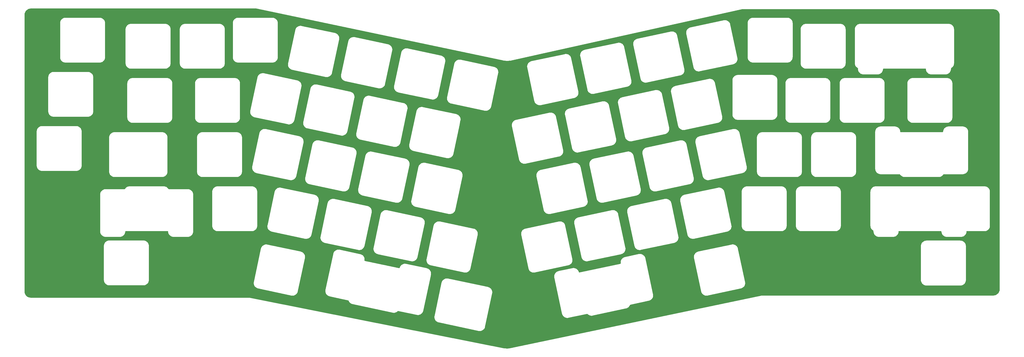
<source format=gbr>
%TF.GenerationSoftware,KiCad,Pcbnew,(5.1.9)-1*%
%TF.CreationDate,2021-04-17T11:21:21+02:00*%
%TF.ProjectId,switchplate,73776974-6368-4706-9c61-74652e6b6963,rev?*%
%TF.SameCoordinates,Original*%
%TF.FileFunction,Copper,L2,Bot*%
%TF.FilePolarity,Positive*%
%FSLAX46Y46*%
G04 Gerber Fmt 4.6, Leading zero omitted, Abs format (unit mm)*
G04 Created by KiCad (PCBNEW (5.1.9)-1) date 2021-04-17 11:21:21*
%MOMM*%
%LPD*%
G01*
G04 APERTURE LIST*
%TA.AperFunction,NonConductor*%
%ADD10C,0.254000*%
%TD*%
%TA.AperFunction,NonConductor*%
%ADD11C,0.100000*%
%TD*%
G04 APERTURE END LIST*
D10*
X209653639Y-94413213D02*
X209672573Y-94415291D01*
X209943348Y-94461078D01*
X209953221Y-94461985D01*
X210036333Y-94472130D01*
X211054067Y-94542578D01*
X211076523Y-94542425D01*
X211098879Y-94544621D01*
X211198481Y-94541595D01*
X212139564Y-94463558D01*
X212157412Y-94464922D01*
X212296938Y-94448090D01*
X293728292Y-76390000D01*
X381969444Y-76390000D01*
X382422227Y-76434396D01*
X382812984Y-76552372D01*
X383173382Y-76743999D01*
X383489698Y-77001980D01*
X383749877Y-77316483D01*
X383944017Y-77675535D01*
X384064717Y-78065455D01*
X384112000Y-78515320D01*
X384112001Y-174705434D01*
X384067604Y-175158227D01*
X383949628Y-175548984D01*
X383758001Y-175909381D01*
X383500020Y-176225698D01*
X383185518Y-176485877D01*
X382826462Y-176680017D01*
X382436544Y-176800717D01*
X381986680Y-176848000D01*
X300777823Y-176848000D01*
X300726102Y-176843446D01*
X300637833Y-176853063D01*
X300549375Y-176861775D01*
X300499680Y-176876850D01*
X211998942Y-195434682D01*
X211113300Y-195508122D01*
X210214587Y-195445912D01*
X209976253Y-195405611D01*
X155901564Y-184652123D01*
X185408659Y-184652123D01*
X185409859Y-184666412D01*
X185427547Y-184860774D01*
X185444988Y-184952205D01*
X185461153Y-185043879D01*
X185465105Y-185057663D01*
X185520209Y-185244889D01*
X185555080Y-185331196D01*
X185588738Y-185417973D01*
X185595292Y-185430726D01*
X185685711Y-185603682D01*
X185736701Y-185681604D01*
X185786555Y-185760161D01*
X185795458Y-185771394D01*
X185795462Y-185771400D01*
X185795466Y-185771405D01*
X185917754Y-185923500D01*
X185982875Y-185990000D01*
X186047073Y-186057414D01*
X186057993Y-186066708D01*
X186207499Y-186192158D01*
X186284290Y-186244737D01*
X186360362Y-186298400D01*
X186372879Y-186305395D01*
X186372882Y-186305397D01*
X186372885Y-186305398D01*
X186543904Y-186399418D01*
X186629475Y-186436094D01*
X186714495Y-186473947D01*
X186728129Y-186478377D01*
X186728135Y-186478379D01*
X186817826Y-186506830D01*
X186817895Y-186506868D01*
X186910385Y-186536191D01*
X186914164Y-186537390D01*
X186914170Y-186537391D01*
X186962412Y-186552686D01*
X201110292Y-189551147D01*
X201153253Y-189555921D01*
X201159102Y-189557207D01*
X201173352Y-189558805D01*
X201367449Y-189579205D01*
X201460508Y-189579855D01*
X201553587Y-189581804D01*
X201567876Y-189580604D01*
X201567880Y-189580604D01*
X201567884Y-189580603D01*
X201762238Y-189562916D01*
X201853669Y-189545475D01*
X201945343Y-189529310D01*
X201959127Y-189525358D01*
X202146353Y-189470254D01*
X202232660Y-189435383D01*
X202319437Y-189401725D01*
X202332190Y-189395171D01*
X202505146Y-189304752D01*
X202583068Y-189253762D01*
X202661625Y-189203908D01*
X202672858Y-189195005D01*
X202672864Y-189195001D01*
X202672869Y-189194997D01*
X202824964Y-189072709D01*
X202891464Y-189007588D01*
X202958878Y-188943390D01*
X202968172Y-188932470D01*
X203093622Y-188782964D01*
X203146201Y-188706173D01*
X203199864Y-188630101D01*
X203206859Y-188617584D01*
X203300882Y-188446559D01*
X203337558Y-188360988D01*
X203375411Y-188275968D01*
X203379842Y-188262330D01*
X203438854Y-188076299D01*
X203438854Y-188076298D01*
X203453995Y-188028640D01*
X205969913Y-176192173D01*
X205974775Y-176148654D01*
X205976071Y-176142761D01*
X205977669Y-176128511D01*
X205998069Y-175934414D01*
X205998719Y-175841355D01*
X206000668Y-175748276D01*
X205999468Y-175733987D01*
X205981780Y-175539625D01*
X205964344Y-175448218D01*
X205948175Y-175356521D01*
X205944222Y-175342737D01*
X205889118Y-175155510D01*
X205854247Y-175069203D01*
X205820589Y-174982426D01*
X205814035Y-174969673D01*
X205723616Y-174796717D01*
X205672641Y-174718818D01*
X205622772Y-174640238D01*
X205613869Y-174629005D01*
X205613865Y-174628999D01*
X205613861Y-174628994D01*
X205491573Y-174476899D01*
X205426452Y-174410399D01*
X205362254Y-174342985D01*
X205351334Y-174333691D01*
X205201828Y-174208241D01*
X205125037Y-174155662D01*
X205048965Y-174101999D01*
X205036448Y-174095004D01*
X205036445Y-174095002D01*
X205036442Y-174095001D01*
X204865423Y-174000982D01*
X204779885Y-173964320D01*
X204694832Y-173926452D01*
X204681202Y-173922024D01*
X204681196Y-173922021D01*
X204681190Y-173922020D01*
X204591504Y-173893570D01*
X204591432Y-173893530D01*
X204446915Y-173847712D01*
X190299035Y-170849252D01*
X190256072Y-170844478D01*
X190250224Y-170843192D01*
X190235974Y-170841594D01*
X190041878Y-170821194D01*
X189948819Y-170820544D01*
X189855740Y-170818595D01*
X189841451Y-170819795D01*
X189841447Y-170819795D01*
X189841443Y-170819796D01*
X189647089Y-170837483D01*
X189555682Y-170854919D01*
X189463985Y-170871088D01*
X189450201Y-170875041D01*
X189262974Y-170930145D01*
X189176667Y-170965016D01*
X189089890Y-170998674D01*
X189077137Y-171005228D01*
X188904181Y-171095647D01*
X188826282Y-171146622D01*
X188747702Y-171196491D01*
X188736469Y-171205394D01*
X188736463Y-171205398D01*
X188736458Y-171205402D01*
X188584363Y-171327690D01*
X188517863Y-171392811D01*
X188450449Y-171457009D01*
X188441155Y-171467929D01*
X188315705Y-171617435D01*
X188263126Y-171694226D01*
X188209463Y-171770298D01*
X188202468Y-171782815D01*
X188108446Y-171953840D01*
X188071784Y-172039378D01*
X188033916Y-172124431D01*
X188029488Y-172138061D01*
X188029485Y-172138067D01*
X188029485Y-172138069D01*
X187970992Y-172322464D01*
X187955331Y-172371758D01*
X185439414Y-184208227D01*
X185434552Y-184251746D01*
X185433256Y-184257639D01*
X185431658Y-184271889D01*
X185411258Y-184465985D01*
X185410608Y-184559044D01*
X185408659Y-184652123D01*
X155901564Y-184652123D01*
X120627578Y-177637411D01*
X120582625Y-177623775D01*
X120535831Y-177619166D01*
X120535815Y-177619163D01*
X120503004Y-177615933D01*
X120442765Y-177610000D01*
X120442734Y-177610000D01*
X120395955Y-177605395D01*
X120349221Y-177610000D01*
X43734556Y-177610000D01*
X43281773Y-177565604D01*
X42891016Y-177447628D01*
X42530619Y-177256001D01*
X42214302Y-176998020D01*
X41954123Y-176683518D01*
X41759983Y-176324462D01*
X41639283Y-175934544D01*
X41592000Y-175484680D01*
X41592000Y-159445050D01*
X69241964Y-159445050D01*
X69241965Y-171545951D01*
X69246256Y-171589515D01*
X69246214Y-171595564D01*
X69247613Y-171609835D01*
X69268014Y-171803932D01*
X69286727Y-171895091D01*
X69304172Y-171986542D01*
X69308317Y-172000269D01*
X69366029Y-172186707D01*
X69402088Y-172272489D01*
X69436970Y-172358824D01*
X69443702Y-172371484D01*
X69536528Y-172543162D01*
X69588582Y-172620334D01*
X69639547Y-172698217D01*
X69648610Y-172709329D01*
X69773014Y-172859707D01*
X69839046Y-172925279D01*
X69904186Y-172991798D01*
X69915235Y-173000938D01*
X70066478Y-173124289D01*
X70143997Y-173175793D01*
X70220815Y-173228391D01*
X70233429Y-173235211D01*
X70405749Y-173326835D01*
X70491817Y-173362309D01*
X70577361Y-173398973D01*
X70591057Y-173403212D01*
X70591061Y-173403214D01*
X70591065Y-173403215D01*
X70777895Y-173459622D01*
X70869182Y-173477698D01*
X70960251Y-173497055D01*
X70974503Y-173498552D01*
X70974513Y-173498554D01*
X70974522Y-173498554D01*
X71167894Y-173517514D01*
X71218513Y-173522500D01*
X83319415Y-173522500D01*
X83363003Y-173518207D01*
X83369028Y-173518249D01*
X83383299Y-173516850D01*
X83577396Y-173496449D01*
X83668555Y-173477736D01*
X83760006Y-173460291D01*
X83773733Y-173456146D01*
X83773735Y-173456145D01*
X83773737Y-173456145D01*
X83773739Y-173456144D01*
X83960171Y-173398434D01*
X84045953Y-173362375D01*
X84132288Y-173327493D01*
X84144941Y-173320765D01*
X84144945Y-173320763D01*
X84144948Y-173320761D01*
X84316626Y-173227935D01*
X84393798Y-173175881D01*
X84471681Y-173124916D01*
X84482793Y-173115853D01*
X84633171Y-172991449D01*
X84698743Y-172925417D01*
X84765262Y-172860277D01*
X84774402Y-172849228D01*
X84897753Y-172697985D01*
X84903906Y-172688723D01*
X121908659Y-172688723D01*
X121909859Y-172703012D01*
X121927547Y-172897374D01*
X121944988Y-172988805D01*
X121961153Y-173080479D01*
X121965105Y-173094263D01*
X122020209Y-173281489D01*
X122055080Y-173367796D01*
X122088738Y-173454573D01*
X122095292Y-173467326D01*
X122185711Y-173640282D01*
X122236701Y-173718204D01*
X122286555Y-173796761D01*
X122295458Y-173807994D01*
X122295462Y-173808000D01*
X122295466Y-173808005D01*
X122417754Y-173960100D01*
X122482875Y-174026600D01*
X122547073Y-174094014D01*
X122557993Y-174103308D01*
X122707499Y-174228758D01*
X122784290Y-174281337D01*
X122860362Y-174335000D01*
X122872879Y-174341995D01*
X122872882Y-174341997D01*
X122872885Y-174341998D01*
X123043904Y-174436018D01*
X123129475Y-174472694D01*
X123214495Y-174510547D01*
X123228129Y-174514977D01*
X123228135Y-174514979D01*
X123414164Y-174573990D01*
X123461823Y-174589131D01*
X135298290Y-177105049D01*
X135341809Y-177109911D01*
X135347702Y-177111207D01*
X135361952Y-177112805D01*
X135556049Y-177133205D01*
X135649108Y-177133855D01*
X135742187Y-177135804D01*
X135756476Y-177134604D01*
X135756480Y-177134604D01*
X135756484Y-177134603D01*
X135950838Y-177116916D01*
X136042269Y-177099475D01*
X136133943Y-177083310D01*
X136147727Y-177079358D01*
X136334953Y-177024254D01*
X136421260Y-176989383D01*
X136508037Y-176955725D01*
X136520790Y-176949171D01*
X136693746Y-176858752D01*
X136771668Y-176807762D01*
X136850225Y-176757908D01*
X136861458Y-176749005D01*
X136861464Y-176749001D01*
X136861469Y-176748997D01*
X137013564Y-176626709D01*
X137080064Y-176561588D01*
X137147478Y-176497390D01*
X137156772Y-176486470D01*
X137282222Y-176336964D01*
X137334801Y-176260173D01*
X137388464Y-176184101D01*
X137395459Y-176171584D01*
X137489482Y-176000559D01*
X137526158Y-175914988D01*
X137564011Y-175829968D01*
X137568442Y-175816330D01*
X137627454Y-175630299D01*
X137627454Y-175630298D01*
X137642595Y-175582640D01*
X137663766Y-175483035D01*
X147106931Y-175483035D01*
X147108131Y-175497324D01*
X147125819Y-175691686D01*
X147143260Y-175783117D01*
X147159425Y-175874791D01*
X147163377Y-175888575D01*
X147218481Y-176075801D01*
X147253352Y-176162108D01*
X147287010Y-176248885D01*
X147293564Y-176261638D01*
X147383983Y-176434594D01*
X147434973Y-176512516D01*
X147484827Y-176591073D01*
X147493730Y-176602306D01*
X147493734Y-176602312D01*
X147493738Y-176602317D01*
X147616026Y-176754412D01*
X147681147Y-176820912D01*
X147745345Y-176888326D01*
X147756265Y-176897620D01*
X147905771Y-177023070D01*
X147982562Y-177075649D01*
X148058634Y-177129312D01*
X148071151Y-177136307D01*
X148071154Y-177136309D01*
X148071157Y-177136310D01*
X148242176Y-177230330D01*
X148327747Y-177267006D01*
X148412767Y-177304859D01*
X148426401Y-177309289D01*
X148426407Y-177309291D01*
X148612436Y-177368302D01*
X148612440Y-177368303D01*
X148659741Y-177383349D01*
X155252100Y-178787053D01*
X155258768Y-178809709D01*
X155293636Y-178896010D01*
X155327300Y-178982801D01*
X155333849Y-178995541D01*
X155333852Y-178995550D01*
X155333855Y-178995554D01*
X155424274Y-179168510D01*
X155475242Y-179246397D01*
X155525116Y-179324985D01*
X155534021Y-179336220D01*
X155534026Y-179336227D01*
X155534032Y-179336233D01*
X155656313Y-179488322D01*
X155721436Y-179554824D01*
X155785633Y-179622237D01*
X155796553Y-179631531D01*
X155946059Y-179756981D01*
X156022850Y-179809560D01*
X156098922Y-179863223D01*
X156111439Y-179870218D01*
X156111442Y-179870220D01*
X156111445Y-179870221D01*
X156282464Y-179964241D01*
X156368035Y-180000917D01*
X156453055Y-180038770D01*
X156466689Y-180043200D01*
X156466695Y-180043202D01*
X156652279Y-180102072D01*
X156699672Y-180117166D01*
X170913037Y-183148932D01*
X170957244Y-183153903D01*
X170963175Y-183155207D01*
X170977425Y-183156805D01*
X171063550Y-183165857D01*
X171063693Y-183165873D01*
X171063699Y-183165873D01*
X171171522Y-183177205D01*
X171264581Y-183177855D01*
X171357660Y-183179804D01*
X171371949Y-183178604D01*
X171371953Y-183178604D01*
X171371957Y-183178603D01*
X171566311Y-183160916D01*
X171657742Y-183143475D01*
X171749416Y-183127310D01*
X171763200Y-183123358D01*
X171950426Y-183068254D01*
X172036733Y-183033383D01*
X172123510Y-182999725D01*
X172136263Y-182993171D01*
X172309219Y-182902752D01*
X172387141Y-182851762D01*
X172465698Y-182801908D01*
X172476931Y-182793005D01*
X172476937Y-182793001D01*
X172476942Y-182792997D01*
X172629037Y-182670709D01*
X172695537Y-182605588D01*
X172762951Y-182541390D01*
X172772245Y-182530470D01*
X172778461Y-182523062D01*
X179375284Y-183925260D01*
X179418803Y-183930122D01*
X179424696Y-183931418D01*
X179438946Y-183933016D01*
X179633043Y-183953416D01*
X179726102Y-183954066D01*
X179819181Y-183956015D01*
X179833470Y-183954815D01*
X179833474Y-183954815D01*
X179833478Y-183954814D01*
X180027832Y-183937127D01*
X180119263Y-183919686D01*
X180210937Y-183903521D01*
X180224721Y-183899569D01*
X180411947Y-183844465D01*
X180498254Y-183809594D01*
X180585031Y-183775936D01*
X180597784Y-183769382D01*
X180770740Y-183678963D01*
X180848662Y-183627973D01*
X180927219Y-183578119D01*
X180938452Y-183569216D01*
X180938458Y-183569212D01*
X180938463Y-183569208D01*
X181090558Y-183446920D01*
X181157058Y-183381799D01*
X181224472Y-183317601D01*
X181233766Y-183306681D01*
X181359216Y-183157175D01*
X181411795Y-183080384D01*
X181465458Y-183004312D01*
X181472453Y-182991795D01*
X181566476Y-182820770D01*
X181603152Y-182735199D01*
X181641005Y-182650179D01*
X181645436Y-182636541D01*
X181704448Y-182450510D01*
X181704448Y-182450509D01*
X181719589Y-182402851D01*
X184321849Y-170160173D01*
X227539875Y-170160173D01*
X227541174Y-170253218D01*
X227541174Y-170346329D01*
X227542673Y-170360589D01*
X227564428Y-170554538D01*
X227569981Y-170604235D01*
X230293810Y-183418851D01*
X230307073Y-183460598D01*
X230308284Y-183466498D01*
X230312620Y-183480166D01*
X230372930Y-183665778D01*
X230410173Y-183751022D01*
X230446265Y-183836882D01*
X230453174Y-183849448D01*
X230548387Y-184019812D01*
X230601499Y-184096230D01*
X230653559Y-184173413D01*
X230662776Y-184184397D01*
X230789266Y-184333023D01*
X230856235Y-184397694D01*
X230922275Y-184463275D01*
X230933439Y-184472251D01*
X230933447Y-184472258D01*
X230933455Y-184472263D01*
X231086402Y-184593488D01*
X231164648Y-184643914D01*
X231242170Y-184695419D01*
X231254878Y-184702063D01*
X231428460Y-184791273D01*
X231515030Y-184825548D01*
X231601067Y-184861010D01*
X231614823Y-184865059D01*
X231802429Y-184918854D01*
X231893938Y-184935649D01*
X231985291Y-184953737D01*
X231999571Y-184955036D01*
X232194052Y-184971367D01*
X232287097Y-184970068D01*
X232380207Y-184970068D01*
X232394468Y-184968569D01*
X232588417Y-184946814D01*
X232588430Y-184946811D01*
X232638115Y-184941260D01*
X239235568Y-183538930D01*
X239250787Y-183556812D01*
X239317756Y-183621483D01*
X239383796Y-183687064D01*
X239394960Y-183696040D01*
X239394968Y-183696047D01*
X239394976Y-183696052D01*
X239547923Y-183817277D01*
X239626169Y-183867703D01*
X239703691Y-183919208D01*
X239716399Y-183925852D01*
X239889981Y-184015062D01*
X239976551Y-184049337D01*
X240062588Y-184084799D01*
X240076344Y-184088848D01*
X240263950Y-184142643D01*
X240355459Y-184159438D01*
X240446812Y-184177526D01*
X240461092Y-184178825D01*
X240655573Y-184195156D01*
X240748618Y-184193857D01*
X240841728Y-184193857D01*
X240855989Y-184192358D01*
X241049938Y-184170603D01*
X241049951Y-184170600D01*
X241099636Y-184165049D01*
X252936105Y-181649132D01*
X252977853Y-181635869D01*
X252983751Y-181634658D01*
X252997419Y-181630322D01*
X253183031Y-181570012D01*
X253268275Y-181532769D01*
X253354135Y-181496677D01*
X253366701Y-181489768D01*
X253537065Y-181394555D01*
X253613483Y-181341443D01*
X253690666Y-181289383D01*
X253701650Y-181280166D01*
X253850276Y-181153676D01*
X253914947Y-181086707D01*
X253980528Y-181020667D01*
X253989504Y-181009503D01*
X253989511Y-181009495D01*
X253989516Y-181009487D01*
X254110741Y-180856540D01*
X254161167Y-180778294D01*
X254212672Y-180700772D01*
X254219316Y-180688064D01*
X254308526Y-180514482D01*
X254342801Y-180427912D01*
X254378263Y-180341875D01*
X254382312Y-180328119D01*
X254384978Y-180318822D01*
X260981802Y-178916625D01*
X261023549Y-178903362D01*
X261029449Y-178902151D01*
X261043117Y-178897815D01*
X261228729Y-178837505D01*
X261313973Y-178800262D01*
X261399833Y-178764170D01*
X261412399Y-178757261D01*
X261582763Y-178662048D01*
X261659181Y-178608936D01*
X261736364Y-178556876D01*
X261747348Y-178547659D01*
X261895974Y-178421169D01*
X261960645Y-178354200D01*
X262026226Y-178288160D01*
X262035202Y-178276996D01*
X262035209Y-178276988D01*
X262035214Y-178276980D01*
X262156439Y-178124033D01*
X262206865Y-178045787D01*
X262258370Y-177968265D01*
X262265014Y-177955557D01*
X262354224Y-177781975D01*
X262388499Y-177695405D01*
X262423961Y-177609368D01*
X262428010Y-177595612D01*
X262481805Y-177408006D01*
X262498600Y-177316497D01*
X262516688Y-177225144D01*
X262517987Y-177210864D01*
X262534318Y-177016383D01*
X262533019Y-176923338D01*
X262533019Y-176830228D01*
X262531520Y-176815967D01*
X262509765Y-176622017D01*
X262509762Y-176622003D01*
X262504211Y-176572320D01*
X259780381Y-163757705D01*
X259767121Y-163715967D01*
X259765908Y-163710058D01*
X259761572Y-163696390D01*
X259701262Y-163510777D01*
X259664004Y-163425499D01*
X259627929Y-163339678D01*
X259621021Y-163327112D01*
X259607048Y-163302109D01*
X276619307Y-163302109D01*
X276620606Y-163395154D01*
X276620606Y-163488264D01*
X276622105Y-163502525D01*
X276643860Y-163696474D01*
X276643863Y-163696487D01*
X276649414Y-163746172D01*
X279165331Y-175582641D01*
X279178594Y-175624389D01*
X279179805Y-175630287D01*
X279184141Y-175643955D01*
X279244451Y-175829567D01*
X279281694Y-175914811D01*
X279317786Y-176000671D01*
X279324695Y-176013237D01*
X279419908Y-176183601D01*
X279473020Y-176260019D01*
X279525080Y-176337202D01*
X279534297Y-176348186D01*
X279660787Y-176496812D01*
X279727756Y-176561483D01*
X279793796Y-176627064D01*
X279804960Y-176636040D01*
X279804968Y-176636047D01*
X279804976Y-176636052D01*
X279957923Y-176757277D01*
X280036169Y-176807703D01*
X280113691Y-176859208D01*
X280126399Y-176865852D01*
X280299981Y-176955062D01*
X280386551Y-176989337D01*
X280472588Y-177024799D01*
X280486344Y-177028848D01*
X280673950Y-177082643D01*
X280765459Y-177099438D01*
X280856812Y-177117526D01*
X280871092Y-177118825D01*
X281065573Y-177135156D01*
X281158618Y-177133857D01*
X281251728Y-177133857D01*
X281265989Y-177132358D01*
X281459938Y-177110603D01*
X281459951Y-177110600D01*
X281509636Y-177105049D01*
X293346105Y-174589132D01*
X293387853Y-174575869D01*
X293393751Y-174574658D01*
X293407419Y-174570322D01*
X293593031Y-174510012D01*
X293678275Y-174472769D01*
X293764135Y-174436677D01*
X293776701Y-174429768D01*
X293947065Y-174334555D01*
X294023483Y-174281443D01*
X294100666Y-174229383D01*
X294111650Y-174220166D01*
X294260276Y-174093676D01*
X294324947Y-174026707D01*
X294390528Y-173960667D01*
X294399504Y-173949503D01*
X294399511Y-173949495D01*
X294399516Y-173949487D01*
X294520741Y-173796540D01*
X294571167Y-173718294D01*
X294622672Y-173640772D01*
X294629316Y-173628064D01*
X294718526Y-173454482D01*
X294752801Y-173367912D01*
X294788263Y-173281875D01*
X294792312Y-173268119D01*
X294846107Y-173080513D01*
X294862902Y-172989004D01*
X294880990Y-172897651D01*
X294882289Y-172883371D01*
X294898620Y-172688890D01*
X294897321Y-172595845D01*
X294897321Y-172502735D01*
X294895822Y-172488474D01*
X294874067Y-172294524D01*
X294874064Y-172294511D01*
X294868513Y-172244826D01*
X292352595Y-160408359D01*
X292339335Y-160366621D01*
X292338122Y-160360712D01*
X292333786Y-160347044D01*
X292273476Y-160161431D01*
X292236219Y-160076155D01*
X292200140Y-159990327D01*
X292193232Y-159977762D01*
X292098018Y-159807397D01*
X292044912Y-159730988D01*
X291992847Y-159653797D01*
X291983629Y-159642813D01*
X291983627Y-159642810D01*
X291983624Y-159642807D01*
X291857140Y-159494187D01*
X291855963Y-159493050D01*
X356417564Y-159493050D01*
X356417565Y-171593951D01*
X356421856Y-171637516D01*
X356421814Y-171643564D01*
X356423213Y-171657835D01*
X356443614Y-171851932D01*
X356462327Y-171943091D01*
X356479772Y-172034542D01*
X356483917Y-172048269D01*
X356541629Y-172234707D01*
X356577688Y-172320489D01*
X356612570Y-172406824D01*
X356619302Y-172419484D01*
X356712128Y-172591162D01*
X356764182Y-172668334D01*
X356815147Y-172746217D01*
X356824210Y-172757329D01*
X356948614Y-172907707D01*
X357014646Y-172973279D01*
X357079786Y-173039798D01*
X357090835Y-173048938D01*
X357242078Y-173172289D01*
X357319597Y-173223793D01*
X357396415Y-173276391D01*
X357409029Y-173283211D01*
X357581349Y-173374835D01*
X357667417Y-173410309D01*
X357752961Y-173446973D01*
X357766657Y-173451212D01*
X357766661Y-173451214D01*
X357766665Y-173451215D01*
X357953495Y-173507622D01*
X358044782Y-173525698D01*
X358135851Y-173545055D01*
X358150103Y-173546552D01*
X358150113Y-173546554D01*
X358150122Y-173546554D01*
X358343494Y-173565514D01*
X358394113Y-173570500D01*
X370495015Y-173570500D01*
X370538603Y-173566207D01*
X370544628Y-173566249D01*
X370558899Y-173564850D01*
X370752996Y-173544449D01*
X370844155Y-173525736D01*
X370935606Y-173508291D01*
X370949333Y-173504146D01*
X370949335Y-173504145D01*
X370949337Y-173504145D01*
X370949339Y-173504144D01*
X371135771Y-173446434D01*
X371221553Y-173410375D01*
X371307888Y-173375493D01*
X371320541Y-173368765D01*
X371320545Y-173368763D01*
X371320548Y-173368761D01*
X371492226Y-173275935D01*
X371569396Y-173223882D01*
X371647278Y-173172918D01*
X371658390Y-173163855D01*
X371658392Y-173163853D01*
X371658394Y-173163852D01*
X371658396Y-173163850D01*
X371808768Y-173039452D01*
X371874323Y-172973438D01*
X371940862Y-172908278D01*
X371950002Y-172897229D01*
X372073353Y-172745986D01*
X372124865Y-172668454D01*
X372177452Y-172591653D01*
X372184273Y-172579040D01*
X372275898Y-172406718D01*
X372311371Y-172320654D01*
X372348038Y-172235103D01*
X372352276Y-172221413D01*
X372352278Y-172221407D01*
X372352279Y-172221401D01*
X372408687Y-172034569D01*
X372426763Y-171943282D01*
X372446120Y-171852213D01*
X372447617Y-171837961D01*
X372447619Y-171837951D01*
X372447619Y-171837937D01*
X372466663Y-171643718D01*
X372466663Y-171643712D01*
X372471564Y-171593951D01*
X372471564Y-159493049D01*
X372467271Y-159449461D01*
X372467313Y-159443436D01*
X372465914Y-159429165D01*
X372445513Y-159235068D01*
X372426800Y-159143909D01*
X372409355Y-159052458D01*
X372405210Y-159038731D01*
X372347498Y-158852293D01*
X372311437Y-158766506D01*
X372276559Y-158680180D01*
X372269827Y-158667519D01*
X372177002Y-158495843D01*
X372124976Y-158418711D01*
X372073981Y-158340783D01*
X372064918Y-158329671D01*
X371940514Y-158179293D01*
X371874465Y-158113704D01*
X371809341Y-158047201D01*
X371798292Y-158038061D01*
X371647050Y-157914711D01*
X371569530Y-157863207D01*
X371492716Y-157810612D01*
X371480103Y-157803791D01*
X371307780Y-157712166D01*
X371221731Y-157676699D01*
X371136167Y-157640027D01*
X371122475Y-157635789D01*
X371122468Y-157635786D01*
X371122461Y-157635785D01*
X370935633Y-157579378D01*
X370844346Y-157561302D01*
X370753277Y-157541945D01*
X370739025Y-157540448D01*
X370739015Y-157540446D01*
X370739006Y-157540446D01*
X370545412Y-157521464D01*
X370495015Y-157516500D01*
X358394113Y-157516500D01*
X358350535Y-157520792D01*
X358344500Y-157520750D01*
X358330229Y-157522149D01*
X358136132Y-157542550D01*
X358044973Y-157561263D01*
X357953522Y-157578708D01*
X357939795Y-157582853D01*
X357939793Y-157582854D01*
X357939791Y-157582854D01*
X357939789Y-157582855D01*
X357753357Y-157640565D01*
X357667562Y-157676630D01*
X357581241Y-157711506D01*
X357568587Y-157718234D01*
X357568583Y-157718236D01*
X357568580Y-157718238D01*
X357396903Y-157811064D01*
X357319744Y-157863109D01*
X357241851Y-157914080D01*
X357230738Y-157923143D01*
X357080360Y-158047547D01*
X357014752Y-158113614D01*
X356948266Y-158178722D01*
X356939130Y-158189765D01*
X356939126Y-158189769D01*
X356939125Y-158189771D01*
X356815775Y-158341013D01*
X356764263Y-158418545D01*
X356711676Y-158495346D01*
X356704856Y-158507959D01*
X356613230Y-158680280D01*
X356577756Y-158766347D01*
X356541090Y-158851896D01*
X356536852Y-158865586D01*
X356536850Y-158865592D01*
X356536850Y-158865594D01*
X356480441Y-159052430D01*
X356462364Y-159143725D01*
X356443008Y-159234787D01*
X356441509Y-159249047D01*
X356422465Y-159443282D01*
X356422465Y-159443289D01*
X356417564Y-159493050D01*
X291855963Y-159493050D01*
X291790171Y-159429516D01*
X291724131Y-159363935D01*
X291712962Y-159354954D01*
X291712956Y-159354950D01*
X291560004Y-159233723D01*
X291481754Y-159183294D01*
X291404236Y-159131791D01*
X291391528Y-159125147D01*
X291391529Y-159125147D01*
X291391521Y-159125143D01*
X291217945Y-159035937D01*
X291131420Y-159001679D01*
X291045338Y-158966199D01*
X291031582Y-158962151D01*
X290843977Y-158908356D01*
X290752468Y-158891561D01*
X290661115Y-158873473D01*
X290646835Y-158872174D01*
X290452354Y-158855843D01*
X290359309Y-158857142D01*
X290266199Y-158857142D01*
X290251938Y-158858641D01*
X290057988Y-158880396D01*
X290057975Y-158880399D01*
X290008290Y-158885950D01*
X278171823Y-161401868D01*
X278130085Y-161415128D01*
X278124176Y-161416341D01*
X278110508Y-161420677D01*
X277924895Y-161480987D01*
X277839619Y-161518244D01*
X277753791Y-161554323D01*
X277741226Y-161561231D01*
X277570861Y-161656445D01*
X277494452Y-161709551D01*
X277417261Y-161761616D01*
X277406278Y-161770834D01*
X277406274Y-161770836D01*
X277406271Y-161770839D01*
X277257651Y-161897323D01*
X277192980Y-161964292D01*
X277127399Y-162030332D01*
X277118414Y-162041507D01*
X276997187Y-162194459D01*
X276946758Y-162272709D01*
X276895255Y-162350227D01*
X276888611Y-162362935D01*
X276799401Y-162536518D01*
X276765143Y-162623043D01*
X276729663Y-162709125D01*
X276725615Y-162722881D01*
X276671820Y-162910486D01*
X276655025Y-163001995D01*
X276636937Y-163093348D01*
X276635638Y-163107628D01*
X276619307Y-163302109D01*
X259607048Y-163302109D01*
X259525808Y-163156747D01*
X259472690Y-163080320D01*
X259420631Y-163003140D01*
X259411414Y-162992156D01*
X259284923Y-162843530D01*
X259217986Y-162778891D01*
X259151919Y-162713283D01*
X259140744Y-162704298D01*
X258987794Y-162583071D01*
X258909593Y-162532674D01*
X258832021Y-162481135D01*
X258819313Y-162474492D01*
X258645729Y-162385282D01*
X258559207Y-162351026D01*
X258473131Y-162315547D01*
X258459375Y-162311499D01*
X258459369Y-162311497D01*
X258459366Y-162311497D01*
X258271770Y-162257703D01*
X258180247Y-162240905D01*
X258088902Y-162222818D01*
X258074634Y-162221520D01*
X258074628Y-162221519D01*
X258074622Y-162221519D01*
X257880141Y-162205188D01*
X257787096Y-162206487D01*
X257693986Y-162206487D01*
X257679725Y-162207986D01*
X257485775Y-162229741D01*
X257485753Y-162229746D01*
X257436076Y-162235296D01*
X252446642Y-163295832D01*
X252404904Y-163309092D01*
X252398995Y-163310305D01*
X252385327Y-163314641D01*
X252199714Y-163374951D01*
X252114438Y-163412208D01*
X252028610Y-163448287D01*
X252016045Y-163455195D01*
X251845680Y-163550409D01*
X251769271Y-163603515D01*
X251692080Y-163655580D01*
X251681097Y-163664798D01*
X251681093Y-163664800D01*
X251681090Y-163664803D01*
X251532470Y-163791287D01*
X251467799Y-163858256D01*
X251402218Y-163924296D01*
X251393233Y-163935471D01*
X251272006Y-164088423D01*
X251221577Y-164166673D01*
X251170074Y-164244191D01*
X251163430Y-164256899D01*
X251074220Y-164430482D01*
X251039962Y-164517007D01*
X251004482Y-164603089D01*
X251000434Y-164616845D01*
X250946639Y-164804450D01*
X250929844Y-164895959D01*
X250911756Y-164987312D01*
X250910457Y-165001592D01*
X250894126Y-165196073D01*
X250895425Y-165289118D01*
X250895425Y-165382228D01*
X250896924Y-165396489D01*
X250916971Y-165575207D01*
X250919833Y-165610132D01*
X250931531Y-165674435D01*
X236433769Y-168757164D01*
X236427917Y-168728667D01*
X236412913Y-168680285D01*
X236411655Y-168674157D01*
X236407319Y-168660489D01*
X236395354Y-168623664D01*
X236383011Y-168583864D01*
X236381542Y-168581156D01*
X236347009Y-168474876D01*
X236309751Y-168389598D01*
X236273676Y-168303777D01*
X236266768Y-168291211D01*
X236171555Y-168120846D01*
X236118437Y-168044419D01*
X236066378Y-167967239D01*
X236057161Y-167956255D01*
X235930670Y-167807629D01*
X235863734Y-167742990D01*
X235797663Y-167677379D01*
X235786487Y-167668394D01*
X235633538Y-167547168D01*
X235555325Y-167496764D01*
X235477768Y-167445235D01*
X235465060Y-167438592D01*
X235291476Y-167349382D01*
X235204918Y-167315111D01*
X235118873Y-167279646D01*
X235105117Y-167275597D01*
X234917512Y-167221802D01*
X234825970Y-167205001D01*
X234734648Y-167186919D01*
X234720372Y-167185620D01*
X234720368Y-167185620D01*
X234525887Y-167169289D01*
X234432842Y-167170588D01*
X234339731Y-167170588D01*
X234325470Y-167172087D01*
X234131522Y-167193842D01*
X234131519Y-167193843D01*
X234081824Y-167199395D01*
X229092390Y-168259932D01*
X229050652Y-168273192D01*
X229044743Y-168274405D01*
X229031075Y-168278741D01*
X228845462Y-168339051D01*
X228760184Y-168376309D01*
X228674363Y-168412384D01*
X228661797Y-168419292D01*
X228491432Y-168514505D01*
X228415005Y-168567623D01*
X228337825Y-168619682D01*
X228326847Y-168628894D01*
X228326844Y-168628896D01*
X228326842Y-168628899D01*
X228326841Y-168628899D01*
X228178215Y-168755390D01*
X228113576Y-168822326D01*
X228047965Y-168888397D01*
X228038980Y-168899573D01*
X227917754Y-169052522D01*
X227867350Y-169130735D01*
X227815821Y-169208292D01*
X227809178Y-169221000D01*
X227719968Y-169394584D01*
X227685697Y-169481142D01*
X227650232Y-169567187D01*
X227646183Y-169580943D01*
X227592388Y-169768548D01*
X227575587Y-169860090D01*
X227557505Y-169951412D01*
X227556206Y-169965692D01*
X227539875Y-170160173D01*
X184321849Y-170160173D01*
X184443418Y-169588236D01*
X184448280Y-169544717D01*
X184449576Y-169538824D01*
X184451174Y-169524574D01*
X184471574Y-169330478D01*
X184472224Y-169237419D01*
X184474173Y-169144340D01*
X184472973Y-169130051D01*
X184455285Y-168935689D01*
X184437845Y-168844264D01*
X184421680Y-168752586D01*
X184417728Y-168738802D01*
X184362625Y-168551578D01*
X184327763Y-168465291D01*
X184294094Y-168378488D01*
X184287545Y-168365746D01*
X184287541Y-168365737D01*
X184287536Y-168365730D01*
X184197120Y-168192778D01*
X184146161Y-168114905D01*
X184096277Y-168036301D01*
X184087370Y-168025063D01*
X183965079Y-167872964D01*
X183899976Y-167806483D01*
X183835760Y-167739049D01*
X183824840Y-167729755D01*
X183675334Y-167604305D01*
X183598543Y-167551726D01*
X183522471Y-167498063D01*
X183509954Y-167491068D01*
X183509951Y-167491066D01*
X183509948Y-167491065D01*
X183338929Y-167397046D01*
X183253391Y-167360384D01*
X183168338Y-167322516D01*
X183154708Y-167318088D01*
X183154702Y-167318085D01*
X183154696Y-167318084D01*
X182969477Y-167259329D01*
X182921784Y-167244136D01*
X175570165Y-165675524D01*
X175525904Y-165670544D01*
X175519964Y-165669238D01*
X175505714Y-165667640D01*
X175420403Y-165658674D01*
X175419509Y-165658573D01*
X175419474Y-165658576D01*
X175311618Y-165647240D01*
X175218560Y-165646590D01*
X175125480Y-165644641D01*
X175111191Y-165645841D01*
X175111187Y-165645841D01*
X175111183Y-165645842D01*
X174916829Y-165663529D01*
X174825404Y-165680969D01*
X174733726Y-165697134D01*
X174719942Y-165701086D01*
X174532718Y-165756189D01*
X174446431Y-165791051D01*
X174359628Y-165824720D01*
X174346886Y-165831269D01*
X174346877Y-165831273D01*
X174346870Y-165831278D01*
X174173918Y-165921694D01*
X174096045Y-165972653D01*
X174017441Y-166022537D01*
X174006203Y-166031444D01*
X173854104Y-166153735D01*
X173787623Y-166218838D01*
X173720189Y-166283054D01*
X173710895Y-166293974D01*
X173585445Y-166443480D01*
X173532866Y-166520271D01*
X173479203Y-166596343D01*
X173472208Y-166608860D01*
X173378186Y-166779885D01*
X173341524Y-166865423D01*
X173303656Y-166950476D01*
X173299228Y-166964106D01*
X173299225Y-166964112D01*
X173299225Y-166964114D01*
X173269784Y-167056924D01*
X173268189Y-167059864D01*
X173223283Y-167204666D01*
X173217350Y-167233555D01*
X161081939Y-164658055D01*
X161093567Y-164594133D01*
X161095058Y-164575938D01*
X161095325Y-164574725D01*
X161096923Y-164560475D01*
X161117323Y-164366378D01*
X161117973Y-164273319D01*
X161119922Y-164180240D01*
X161118722Y-164165951D01*
X161101034Y-163971589D01*
X161083598Y-163880182D01*
X161067429Y-163788485D01*
X161063476Y-163774701D01*
X161008372Y-163587474D01*
X160973501Y-163501167D01*
X160939843Y-163414390D01*
X160933289Y-163401637D01*
X160842870Y-163228681D01*
X160791895Y-163150782D01*
X160742026Y-163072202D01*
X160733123Y-163060969D01*
X160733119Y-163060963D01*
X160733115Y-163060958D01*
X160610827Y-162908863D01*
X160545706Y-162842363D01*
X160481508Y-162774949D01*
X160470588Y-162765655D01*
X160321082Y-162640205D01*
X160244291Y-162587626D01*
X160168219Y-162533963D01*
X160155702Y-162526968D01*
X160155699Y-162526966D01*
X160155696Y-162526965D01*
X159984677Y-162432946D01*
X159899139Y-162396284D01*
X159814086Y-162358416D01*
X159800456Y-162353988D01*
X159800450Y-162353985D01*
X159800444Y-162353984D01*
X159615225Y-162295229D01*
X159567532Y-162280036D01*
X152215912Y-160711423D01*
X152171651Y-160706443D01*
X152165711Y-160705137D01*
X152151461Y-160703539D01*
X152066165Y-160694574D01*
X152065257Y-160694472D01*
X152065221Y-160694475D01*
X151957365Y-160683139D01*
X151864299Y-160682489D01*
X151771222Y-160680540D01*
X151756933Y-160681740D01*
X151562570Y-160699429D01*
X151471110Y-160716876D01*
X151379473Y-160733034D01*
X151365689Y-160736986D01*
X151365687Y-160736987D01*
X151365685Y-160736987D01*
X151365683Y-160736988D01*
X151178465Y-160792089D01*
X151092178Y-160826951D01*
X151005375Y-160860620D01*
X150992633Y-160867169D01*
X150992624Y-160867173D01*
X150992617Y-160867178D01*
X150819665Y-160957594D01*
X150741787Y-161008557D01*
X150663185Y-161058439D01*
X150651947Y-161067346D01*
X150499847Y-161189638D01*
X150433353Y-161254754D01*
X150365938Y-161318953D01*
X150356644Y-161329873D01*
X150231194Y-161479378D01*
X150178610Y-161556175D01*
X150124949Y-161632245D01*
X150117953Y-161644762D01*
X150023931Y-161815788D01*
X149987270Y-161901325D01*
X149949403Y-161986377D01*
X149944972Y-162000015D01*
X149886275Y-162185052D01*
X149871041Y-162232862D01*
X147137825Y-175038279D01*
X147132834Y-175082611D01*
X147131528Y-175088551D01*
X147129930Y-175102801D01*
X147121064Y-175187155D01*
X147120864Y-175188933D01*
X147120870Y-175189003D01*
X147109530Y-175296897D01*
X147108880Y-175389956D01*
X147106931Y-175483035D01*
X137663766Y-175483035D01*
X140158513Y-163746173D01*
X140163375Y-163702654D01*
X140164671Y-163696761D01*
X140166269Y-163682511D01*
X140186669Y-163488414D01*
X140187319Y-163395355D01*
X140189268Y-163302276D01*
X140188068Y-163287987D01*
X140170380Y-163093625D01*
X140152944Y-163002218D01*
X140136775Y-162910521D01*
X140132822Y-162896737D01*
X140077718Y-162709510D01*
X140042847Y-162623203D01*
X140009189Y-162536426D01*
X140002635Y-162523673D01*
X139912216Y-162350717D01*
X139861241Y-162272818D01*
X139811372Y-162194238D01*
X139802469Y-162183005D01*
X139802465Y-162182999D01*
X139802461Y-162182994D01*
X139680173Y-162030899D01*
X139615052Y-161964399D01*
X139550854Y-161896985D01*
X139539934Y-161887691D01*
X139390428Y-161762241D01*
X139313637Y-161709662D01*
X139237565Y-161655999D01*
X139225048Y-161649004D01*
X139225045Y-161649002D01*
X139225042Y-161649001D01*
X139054023Y-161554982D01*
X138968485Y-161518320D01*
X138883432Y-161480452D01*
X138869802Y-161476024D01*
X138869796Y-161476021D01*
X138869790Y-161476020D01*
X138685399Y-161417528D01*
X138636105Y-161401867D01*
X126799636Y-158885950D01*
X126756117Y-158881088D01*
X126750224Y-158879792D01*
X126735974Y-158878194D01*
X126541878Y-158857794D01*
X126448819Y-158857144D01*
X126355740Y-158855195D01*
X126341451Y-158856395D01*
X126341447Y-158856395D01*
X126341443Y-158856396D01*
X126147089Y-158874083D01*
X126055682Y-158891519D01*
X125963985Y-158907688D01*
X125950201Y-158911641D01*
X125762974Y-158966745D01*
X125676667Y-159001616D01*
X125589890Y-159035274D01*
X125577137Y-159041828D01*
X125404181Y-159132247D01*
X125326282Y-159183222D01*
X125247702Y-159233091D01*
X125236469Y-159241994D01*
X125236463Y-159241998D01*
X125236458Y-159242002D01*
X125084363Y-159364290D01*
X125017863Y-159429411D01*
X124950449Y-159493609D01*
X124941155Y-159504529D01*
X124815705Y-159654035D01*
X124763126Y-159730826D01*
X124709463Y-159806898D01*
X124702468Y-159819415D01*
X124608446Y-159990440D01*
X124571784Y-160075978D01*
X124533916Y-160161031D01*
X124529488Y-160174661D01*
X124529485Y-160174667D01*
X124529485Y-160174669D01*
X124470992Y-160359064D01*
X124455331Y-160408358D01*
X121939414Y-172244827D01*
X121934552Y-172288346D01*
X121933256Y-172294239D01*
X121931658Y-172308489D01*
X121911258Y-172502585D01*
X121910608Y-172595644D01*
X121908659Y-172688723D01*
X84903906Y-172688723D01*
X84949257Y-172620466D01*
X85001855Y-172543648D01*
X85008675Y-172531034D01*
X85100299Y-172358714D01*
X85135773Y-172272646D01*
X85172437Y-172187102D01*
X85176677Y-172173404D01*
X85233086Y-171986568D01*
X85251162Y-171895281D01*
X85270519Y-171804212D01*
X85272016Y-171789960D01*
X85272018Y-171789950D01*
X85272018Y-171789937D01*
X85291062Y-171595717D01*
X85295964Y-171545951D01*
X85295964Y-159445049D01*
X85291671Y-159401461D01*
X85291713Y-159395436D01*
X85290314Y-159381165D01*
X85269913Y-159187068D01*
X85251200Y-159095909D01*
X85233755Y-159004458D01*
X85229610Y-158990731D01*
X85171898Y-158804293D01*
X85135837Y-158718506D01*
X85100959Y-158632180D01*
X85094227Y-158619519D01*
X85001402Y-158447843D01*
X84949376Y-158370711D01*
X84898381Y-158292783D01*
X84889318Y-158281671D01*
X84764914Y-158131293D01*
X84698865Y-158065704D01*
X84633741Y-157999201D01*
X84622692Y-157990061D01*
X84471450Y-157866711D01*
X84393930Y-157815207D01*
X84317116Y-157762612D01*
X84304503Y-157755791D01*
X84132180Y-157664166D01*
X84046131Y-157628699D01*
X83960567Y-157592027D01*
X83946875Y-157587789D01*
X83946868Y-157587786D01*
X83946861Y-157587785D01*
X83760033Y-157531378D01*
X83668746Y-157513302D01*
X83577677Y-157493945D01*
X83563425Y-157492448D01*
X83563415Y-157492446D01*
X83563406Y-157492446D01*
X83369812Y-157473464D01*
X83319415Y-157468500D01*
X71218513Y-157468500D01*
X71174925Y-157472793D01*
X71168899Y-157472751D01*
X71154628Y-157474150D01*
X70960531Y-157494551D01*
X70869330Y-157513272D01*
X70777919Y-157530710D01*
X70764192Y-157534854D01*
X70577755Y-157592566D01*
X70491947Y-157628636D01*
X70405644Y-157663505D01*
X70392983Y-157670237D01*
X70221307Y-157763062D01*
X70144156Y-157815101D01*
X70066251Y-157866080D01*
X70055138Y-157875143D01*
X69904760Y-157999547D01*
X69839186Y-158065580D01*
X69772663Y-158130724D01*
X69763523Y-158141773D01*
X69640173Y-158293016D01*
X69588656Y-158370557D01*
X69536077Y-158447346D01*
X69529257Y-158459959D01*
X69437631Y-158632280D01*
X69402157Y-158718347D01*
X69365491Y-158803896D01*
X69361253Y-158817586D01*
X69361251Y-158817592D01*
X69361251Y-158817594D01*
X69304842Y-159004430D01*
X69286766Y-159095717D01*
X69267409Y-159186786D01*
X69265912Y-159201038D01*
X69265910Y-159201048D01*
X69265910Y-159201057D01*
X69246894Y-159394999D01*
X69241964Y-159445050D01*
X41592000Y-159445050D01*
X41592000Y-141395050D01*
X67943964Y-141395050D01*
X67943965Y-154495951D01*
X67948257Y-154539529D01*
X67948215Y-154545564D01*
X67949614Y-154559835D01*
X67970015Y-154753932D01*
X67988728Y-154845091D01*
X68006173Y-154936542D01*
X68010318Y-154950269D01*
X68068030Y-155136707D01*
X68104096Y-155222505D01*
X68138969Y-155308820D01*
X68145699Y-155321476D01*
X68145701Y-155321481D01*
X68145704Y-155321485D01*
X68238526Y-155493157D01*
X68290562Y-155570304D01*
X68341547Y-155648217D01*
X68350610Y-155659329D01*
X68475014Y-155809707D01*
X68541046Y-155875280D01*
X68606187Y-155941799D01*
X68617236Y-155950939D01*
X68768478Y-156074289D01*
X68845972Y-156125776D01*
X68922812Y-156178389D01*
X68935426Y-156185209D01*
X69107748Y-156276834D01*
X69193809Y-156312306D01*
X69279361Y-156348973D01*
X69293053Y-156353211D01*
X69293060Y-156353214D01*
X69293067Y-156353215D01*
X69479895Y-156409622D01*
X69571175Y-156427696D01*
X69662251Y-156447055D01*
X69676505Y-156448552D01*
X69676513Y-156448554D01*
X69676521Y-156448554D01*
X69870117Y-156467536D01*
X69920513Y-156472500D01*
X75021415Y-156472500D01*
X75065003Y-156468207D01*
X75071028Y-156468249D01*
X75085299Y-156466850D01*
X75279396Y-156446449D01*
X75370555Y-156427736D01*
X75462006Y-156410291D01*
X75475733Y-156406146D01*
X75475735Y-156406145D01*
X75475737Y-156406145D01*
X75475739Y-156406144D01*
X75662171Y-156348434D01*
X75747969Y-156312368D01*
X75834284Y-156277495D01*
X75846940Y-156270765D01*
X75846945Y-156270763D01*
X75846949Y-156270760D01*
X76018621Y-156177938D01*
X76095768Y-156125902D01*
X76173681Y-156074917D01*
X76184793Y-156065854D01*
X76335171Y-155941450D01*
X76400744Y-155875418D01*
X76467263Y-155810277D01*
X76476403Y-155799228D01*
X76599753Y-155647986D01*
X76651240Y-155570492D01*
X76703853Y-155493652D01*
X76710673Y-155481038D01*
X76802298Y-155308716D01*
X76837770Y-155222655D01*
X76874437Y-155137103D01*
X76878677Y-155123406D01*
X76878678Y-155123404D01*
X76878679Y-155123397D01*
X76935086Y-154936569D01*
X76953160Y-154845289D01*
X76972519Y-154754213D01*
X76974016Y-154739959D01*
X76974018Y-154739951D01*
X76974018Y-154739943D01*
X76993062Y-154545719D01*
X76993062Y-154545716D01*
X76997941Y-154496396D01*
X76997953Y-154468400D01*
X91820141Y-154468400D01*
X91820516Y-154506138D01*
X91824250Y-154540547D01*
X91824215Y-154545564D01*
X91825614Y-154559835D01*
X91846015Y-154753932D01*
X91864728Y-154845091D01*
X91882173Y-154936542D01*
X91886318Y-154950269D01*
X91944030Y-155136707D01*
X91980096Y-155222505D01*
X92014969Y-155308820D01*
X92021699Y-155321476D01*
X92021701Y-155321481D01*
X92021704Y-155321485D01*
X92114526Y-155493157D01*
X92166562Y-155570304D01*
X92217547Y-155648217D01*
X92226610Y-155659329D01*
X92351014Y-155809707D01*
X92417046Y-155875280D01*
X92482187Y-155941799D01*
X92493236Y-155950939D01*
X92644478Y-156074289D01*
X92721972Y-156125776D01*
X92798812Y-156178389D01*
X92811426Y-156185209D01*
X92983748Y-156276834D01*
X93069809Y-156312306D01*
X93155361Y-156348973D01*
X93169053Y-156353211D01*
X93169060Y-156353214D01*
X93169067Y-156353215D01*
X93355895Y-156409622D01*
X93447175Y-156427696D01*
X93538251Y-156447055D01*
X93552505Y-156448552D01*
X93552513Y-156448554D01*
X93552521Y-156448554D01*
X93746117Y-156467536D01*
X93796513Y-156472500D01*
X98897415Y-156472500D01*
X98941003Y-156468207D01*
X98947028Y-156468249D01*
X98961299Y-156466850D01*
X99155396Y-156446449D01*
X99246555Y-156427736D01*
X99338006Y-156410291D01*
X99351733Y-156406146D01*
X99351735Y-156406145D01*
X99351737Y-156406145D01*
X99351739Y-156406144D01*
X99538171Y-156348434D01*
X99623969Y-156312368D01*
X99710284Y-156277495D01*
X99722940Y-156270765D01*
X99722945Y-156270763D01*
X99722949Y-156270760D01*
X99894621Y-156177938D01*
X99971768Y-156125902D01*
X100049681Y-156074917D01*
X100060793Y-156065854D01*
X100211171Y-155941450D01*
X100276744Y-155875418D01*
X100343263Y-155810277D01*
X100352403Y-155799228D01*
X100475753Y-155647986D01*
X100527240Y-155570492D01*
X100579853Y-155493652D01*
X100586673Y-155481038D01*
X100678298Y-155308716D01*
X100713770Y-155222655D01*
X100750437Y-155137103D01*
X100754677Y-155123406D01*
X100754678Y-155123404D01*
X100754679Y-155123397D01*
X100811086Y-154936569D01*
X100829160Y-154845289D01*
X100848519Y-154754213D01*
X100850016Y-154739959D01*
X100850018Y-154739951D01*
X100850018Y-154739943D01*
X100869062Y-154545719D01*
X100873964Y-154495951D01*
X100873964Y-141395049D01*
X100869671Y-141351461D01*
X100869713Y-141345436D01*
X100868314Y-141331165D01*
X100847913Y-141137068D01*
X100829200Y-141045909D01*
X100811755Y-140954458D01*
X100807610Y-140940731D01*
X100749898Y-140754293D01*
X100713837Y-140668506D01*
X100678959Y-140582180D01*
X100672227Y-140569519D01*
X100579402Y-140397843D01*
X100577519Y-140395050D01*
X107331963Y-140395050D01*
X107331964Y-152495951D01*
X107336256Y-152539529D01*
X107336214Y-152545564D01*
X107337613Y-152559835D01*
X107358014Y-152753932D01*
X107376727Y-152845091D01*
X107394172Y-152936542D01*
X107398317Y-152950269D01*
X107456029Y-153136707D01*
X107492088Y-153222489D01*
X107526970Y-153308824D01*
X107533702Y-153321484D01*
X107626528Y-153493162D01*
X107678581Y-153570332D01*
X107729545Y-153648214D01*
X107738608Y-153659326D01*
X107863011Y-153809704D01*
X107929025Y-153875259D01*
X107994185Y-153941798D01*
X108005234Y-153950938D01*
X108156477Y-154074289D01*
X108234009Y-154125801D01*
X108310810Y-154178388D01*
X108323423Y-154185209D01*
X108495745Y-154276834D01*
X108581809Y-154312307D01*
X108667360Y-154348974D01*
X108681050Y-154353212D01*
X108681056Y-154353214D01*
X108681062Y-154353215D01*
X108867894Y-154409623D01*
X108959181Y-154427699D01*
X109050250Y-154447056D01*
X109064502Y-154448553D01*
X109064512Y-154448555D01*
X109064521Y-154448555D01*
X109258745Y-154467599D01*
X109258751Y-154467599D01*
X109308512Y-154472500D01*
X121409415Y-154472500D01*
X121453003Y-154468207D01*
X121459028Y-154468249D01*
X121473299Y-154466850D01*
X121667396Y-154446449D01*
X121758555Y-154427736D01*
X121850006Y-154410291D01*
X121863733Y-154406146D01*
X121863735Y-154406145D01*
X121863737Y-154406145D01*
X121863739Y-154406144D01*
X122050171Y-154348434D01*
X122135953Y-154312375D01*
X122222288Y-154277493D01*
X122234941Y-154270765D01*
X122234945Y-154270763D01*
X122234948Y-154270761D01*
X122406626Y-154177935D01*
X122483792Y-154125885D01*
X122561680Y-154074916D01*
X122572791Y-154065854D01*
X122572794Y-154065852D01*
X122572798Y-154065848D01*
X122723170Y-153941450D01*
X122788742Y-153875418D01*
X122855261Y-153810278D01*
X122864401Y-153799229D01*
X122987752Y-153647986D01*
X123039253Y-153570472D01*
X123091855Y-153493647D01*
X123098675Y-153481033D01*
X123190299Y-153308711D01*
X123225766Y-153222660D01*
X123262436Y-153137102D01*
X123266676Y-153123404D01*
X123323085Y-152936568D01*
X123341159Y-152845288D01*
X123360518Y-152754212D01*
X123362016Y-152739953D01*
X123362017Y-152739950D01*
X123362017Y-152739937D01*
X123366058Y-152698723D01*
X126718659Y-152698723D01*
X126719859Y-152713012D01*
X126737547Y-152907374D01*
X126754988Y-152998805D01*
X126771153Y-153090479D01*
X126775105Y-153104263D01*
X126830209Y-153291489D01*
X126865080Y-153377796D01*
X126898738Y-153464573D01*
X126905292Y-153477326D01*
X126995711Y-153650282D01*
X127046701Y-153728204D01*
X127096555Y-153806761D01*
X127105458Y-153817994D01*
X127105462Y-153818000D01*
X127105466Y-153818005D01*
X127227754Y-153970100D01*
X127292875Y-154036600D01*
X127357073Y-154104014D01*
X127367993Y-154113308D01*
X127517499Y-154238758D01*
X127594290Y-154291337D01*
X127670362Y-154345000D01*
X127682879Y-154351995D01*
X127682882Y-154351997D01*
X127682885Y-154351998D01*
X127853904Y-154446018D01*
X127939475Y-154482694D01*
X128024495Y-154520547D01*
X128038129Y-154524977D01*
X128038135Y-154524979D01*
X128224164Y-154583990D01*
X128271823Y-154599131D01*
X140108290Y-157115049D01*
X140151809Y-157119911D01*
X140157702Y-157121207D01*
X140171952Y-157122805D01*
X140366049Y-157143205D01*
X140459108Y-157143855D01*
X140552187Y-157145804D01*
X140566476Y-157144604D01*
X140566480Y-157144604D01*
X140566484Y-157144603D01*
X140760838Y-157126916D01*
X140852269Y-157109475D01*
X140943943Y-157093310D01*
X140957727Y-157089358D01*
X141144953Y-157034254D01*
X141231260Y-156999383D01*
X141318037Y-156965725D01*
X141330790Y-156959171D01*
X141503746Y-156868752D01*
X141581668Y-156817762D01*
X141660225Y-156767908D01*
X141671458Y-156759005D01*
X141671464Y-156759001D01*
X141671469Y-156758997D01*
X141795291Y-156659441D01*
X145352371Y-156659441D01*
X145353571Y-156673730D01*
X145371259Y-156868092D01*
X145388700Y-156959523D01*
X145404865Y-157051197D01*
X145408817Y-157064981D01*
X145463921Y-157252207D01*
X145498792Y-157338514D01*
X145532450Y-157425291D01*
X145539004Y-157438044D01*
X145629423Y-157611000D01*
X145680413Y-157688922D01*
X145730267Y-157767479D01*
X145739170Y-157778712D01*
X145739174Y-157778718D01*
X145739178Y-157778723D01*
X145861466Y-157930818D01*
X145926587Y-157997318D01*
X145990785Y-158064732D01*
X146001705Y-158074026D01*
X146151211Y-158199476D01*
X146228002Y-158252055D01*
X146304074Y-158305718D01*
X146316591Y-158312713D01*
X146316594Y-158312715D01*
X146316597Y-158312716D01*
X146487616Y-158406736D01*
X146573187Y-158443412D01*
X146658207Y-158481265D01*
X146671841Y-158485695D01*
X146671847Y-158485697D01*
X146857876Y-158544708D01*
X146857887Y-158544710D01*
X146905535Y-158559848D01*
X158742002Y-161075767D01*
X158785521Y-161080629D01*
X158791414Y-161081925D01*
X158805664Y-161083523D01*
X158999761Y-161103923D01*
X159092820Y-161104573D01*
X159185899Y-161106522D01*
X159200188Y-161105322D01*
X159200192Y-161105322D01*
X159200196Y-161105321D01*
X159394550Y-161087634D01*
X159485981Y-161070193D01*
X159577655Y-161054028D01*
X159591439Y-161050076D01*
X159778665Y-160994972D01*
X159864972Y-160960101D01*
X159951749Y-160926443D01*
X159964502Y-160919889D01*
X160137458Y-160829470D01*
X160215380Y-160778480D01*
X160293937Y-160728626D01*
X160305170Y-160719723D01*
X160305176Y-160719719D01*
X160305181Y-160719715D01*
X160428998Y-160620163D01*
X163986083Y-160620163D01*
X163987283Y-160634452D01*
X164004972Y-160828814D01*
X164022414Y-160920248D01*
X164038577Y-161011911D01*
X164042529Y-161025695D01*
X164097632Y-161212920D01*
X164132500Y-161299221D01*
X164166164Y-161386012D01*
X164172713Y-161398752D01*
X164172716Y-161398761D01*
X164172719Y-161398765D01*
X164263138Y-161571721D01*
X164314106Y-161649608D01*
X164363980Y-161728196D01*
X164372885Y-161739431D01*
X164372890Y-161739438D01*
X164372896Y-161739444D01*
X164495177Y-161891533D01*
X164560300Y-161958035D01*
X164624497Y-162025448D01*
X164635417Y-162034742D01*
X164784923Y-162160192D01*
X164861714Y-162212771D01*
X164937786Y-162266434D01*
X164950303Y-162273429D01*
X164950306Y-162273431D01*
X164950309Y-162273432D01*
X165121328Y-162367452D01*
X165206899Y-162404128D01*
X165291919Y-162441981D01*
X165305553Y-162446411D01*
X165305559Y-162446413D01*
X165489733Y-162504836D01*
X165539247Y-162520566D01*
X177375714Y-165036484D01*
X177419233Y-165041346D01*
X177425126Y-165042642D01*
X177439376Y-165044240D01*
X177633472Y-165064640D01*
X177726530Y-165065290D01*
X177819609Y-165067239D01*
X177833898Y-165066039D01*
X177833902Y-165066039D01*
X177833906Y-165066038D01*
X178028261Y-165048351D01*
X178119666Y-165030915D01*
X178211363Y-165014746D01*
X178225147Y-165010794D01*
X178412372Y-164955691D01*
X178498670Y-164920825D01*
X178585462Y-164887160D01*
X178598215Y-164880606D01*
X178771172Y-164790186D01*
X178849045Y-164739227D01*
X178927649Y-164689343D01*
X178938886Y-164680436D01*
X178938889Y-164680434D01*
X178938891Y-164680432D01*
X179062717Y-164580874D01*
X182619795Y-164580874D01*
X182620995Y-164595163D01*
X182638683Y-164789526D01*
X182656119Y-164880931D01*
X182672288Y-164972628D01*
X182676240Y-164986412D01*
X182731343Y-165173637D01*
X182766209Y-165259935D01*
X182799874Y-165346727D01*
X182806428Y-165359480D01*
X182896848Y-165532437D01*
X182947807Y-165610310D01*
X182997691Y-165688914D01*
X183006598Y-165700151D01*
X183128888Y-165852251D01*
X183194011Y-165918753D01*
X183258208Y-165986166D01*
X183269128Y-165995460D01*
X183418634Y-166120910D01*
X183495425Y-166173489D01*
X183571497Y-166227152D01*
X183584014Y-166234147D01*
X183584017Y-166234149D01*
X183584020Y-166234150D01*
X183755039Y-166328170D01*
X183840610Y-166364846D01*
X183925630Y-166402699D01*
X183939264Y-166407129D01*
X183939270Y-166407131D01*
X184123444Y-166465554D01*
X184172958Y-166481284D01*
X196009426Y-168997203D01*
X196052951Y-169002066D01*
X196058838Y-169003360D01*
X196073088Y-169004958D01*
X196267184Y-169025358D01*
X196360250Y-169026008D01*
X196453327Y-169027957D01*
X196467616Y-169026757D01*
X196661978Y-169009068D01*
X196753412Y-168991626D01*
X196845075Y-168975463D01*
X196858859Y-168971511D01*
X196858864Y-168971510D01*
X196858868Y-168971508D01*
X197046084Y-168916408D01*
X197132382Y-168881542D01*
X197219174Y-168847877D01*
X197231927Y-168841323D01*
X197404884Y-168750903D01*
X197482762Y-168699940D01*
X197561364Y-168650058D01*
X197572602Y-168641151D01*
X197724702Y-168518859D01*
X197791196Y-168453743D01*
X197858611Y-168389544D01*
X197867905Y-168378624D01*
X197993354Y-168229119D01*
X198045921Y-168152347D01*
X198099600Y-168076252D01*
X198106596Y-168063735D01*
X198200618Y-167892708D01*
X198237290Y-167807145D01*
X198275146Y-167722120D01*
X198279575Y-167708488D01*
X198279578Y-167708481D01*
X198279579Y-167708474D01*
X198338589Y-167522451D01*
X198353730Y-167474793D01*
X200869648Y-155638326D01*
X200874510Y-155594807D01*
X200875806Y-155588914D01*
X200877404Y-155574664D01*
X200897804Y-155380568D01*
X200898454Y-155287509D01*
X200900403Y-155194430D01*
X200900389Y-155194262D01*
X215908172Y-155194262D01*
X215909471Y-155287307D01*
X215909471Y-155380418D01*
X215910970Y-155394678D01*
X215932725Y-155588627D01*
X215932728Y-155588640D01*
X215938279Y-155638325D01*
X218454196Y-167474794D01*
X218467459Y-167516542D01*
X218468670Y-167522440D01*
X218473006Y-167536108D01*
X218533316Y-167721720D01*
X218570559Y-167806964D01*
X218606651Y-167892824D01*
X218613560Y-167905390D01*
X218708773Y-168075754D01*
X218761885Y-168152172D01*
X218813945Y-168229355D01*
X218823162Y-168240339D01*
X218949652Y-168388965D01*
X219016621Y-168453636D01*
X219082661Y-168519217D01*
X219093825Y-168528193D01*
X219093833Y-168528200D01*
X219093841Y-168528205D01*
X219246788Y-168649430D01*
X219325034Y-168699856D01*
X219402556Y-168751361D01*
X219415264Y-168758005D01*
X219588846Y-168847215D01*
X219675416Y-168881490D01*
X219761453Y-168916952D01*
X219775209Y-168921001D01*
X219962815Y-168974796D01*
X220054324Y-168991591D01*
X220145677Y-169009679D01*
X220159957Y-169010978D01*
X220354438Y-169027309D01*
X220447483Y-169026010D01*
X220540593Y-169026010D01*
X220554854Y-169024511D01*
X220748803Y-169002756D01*
X220748817Y-169002753D01*
X220798500Y-168997202D01*
X232634970Y-166481285D01*
X232676718Y-166468022D01*
X232682616Y-166466811D01*
X232696284Y-166462475D01*
X232881896Y-166402165D01*
X232967140Y-166364922D01*
X233053000Y-166328830D01*
X233065566Y-166321921D01*
X233235930Y-166226708D01*
X233312348Y-166173596D01*
X233389531Y-166121536D01*
X233400515Y-166112319D01*
X233549141Y-165985829D01*
X233613812Y-165918860D01*
X233679393Y-165852820D01*
X233688369Y-165841656D01*
X233688376Y-165841648D01*
X233688381Y-165841640D01*
X233809606Y-165688693D01*
X233860032Y-165610447D01*
X233911537Y-165532925D01*
X233918181Y-165520217D01*
X234007391Y-165346635D01*
X234041666Y-165260065D01*
X234077128Y-165174028D01*
X234081177Y-165160272D01*
X234134972Y-164972666D01*
X234151767Y-164881157D01*
X234169855Y-164789804D01*
X234171154Y-164775524D01*
X234187485Y-164581043D01*
X234186186Y-164487998D01*
X234186186Y-164394888D01*
X234184687Y-164380627D01*
X234162932Y-164186677D01*
X234162927Y-164186654D01*
X234157377Y-164136979D01*
X231641459Y-152300512D01*
X231628199Y-152258774D01*
X231626986Y-152252865D01*
X231622650Y-152239197D01*
X231562340Y-152053584D01*
X231525082Y-151968306D01*
X231489007Y-151882485D01*
X231482099Y-151869919D01*
X231386886Y-151699554D01*
X231333768Y-151623127D01*
X231281709Y-151545947D01*
X231272492Y-151534963D01*
X231146001Y-151386337D01*
X231079065Y-151321698D01*
X231012994Y-151256087D01*
X231001818Y-151247102D01*
X230984714Y-151233545D01*
X234541884Y-151233545D01*
X234543183Y-151326590D01*
X234543183Y-151419701D01*
X234544682Y-151433961D01*
X234566437Y-151627910D01*
X234566440Y-151627924D01*
X234571991Y-151677607D01*
X237087908Y-163514076D01*
X237101171Y-163555824D01*
X237102382Y-163561722D01*
X237106718Y-163575390D01*
X237167028Y-163761002D01*
X237204280Y-163846267D01*
X237240361Y-163932102D01*
X237247269Y-163944668D01*
X237342482Y-164115033D01*
X237395600Y-164191460D01*
X237447659Y-164268640D01*
X237456876Y-164279624D01*
X237583367Y-164428250D01*
X237650321Y-164492906D01*
X237716371Y-164558497D01*
X237727545Y-164567481D01*
X237727549Y-164567485D01*
X237727553Y-164567488D01*
X237880496Y-164688709D01*
X237958715Y-164739118D01*
X238036267Y-164790643D01*
X238048975Y-164797287D01*
X238222557Y-164886497D01*
X238309118Y-164920769D01*
X238395163Y-164956234D01*
X238408919Y-164960283D01*
X238596523Y-165014077D01*
X238688022Y-165030870D01*
X238779387Y-165048961D01*
X238793665Y-165050260D01*
X238793667Y-165050260D01*
X238988149Y-165066591D01*
X239081194Y-165065292D01*
X239174305Y-165065292D01*
X239188565Y-165063793D01*
X239382514Y-165042038D01*
X239382527Y-165042035D01*
X239432212Y-165036484D01*
X251268681Y-162520567D01*
X251310429Y-162507304D01*
X251316327Y-162506093D01*
X251329995Y-162501757D01*
X251515607Y-162441447D01*
X251600872Y-162404195D01*
X251686707Y-162368114D01*
X251699273Y-162361206D01*
X251869638Y-162265993D01*
X251946065Y-162212875D01*
X252023245Y-162160816D01*
X252034223Y-162151604D01*
X252034226Y-162151602D01*
X252034228Y-162151599D01*
X252182855Y-162025108D01*
X252247511Y-161958154D01*
X252313102Y-161892104D01*
X252322087Y-161880929D01*
X252322090Y-161880926D01*
X252322093Y-161880922D01*
X252443314Y-161727979D01*
X252493718Y-161649767D01*
X252545249Y-161572206D01*
X252551893Y-161559498D01*
X252641103Y-161385914D01*
X252675359Y-161299392D01*
X252710838Y-161213316D01*
X252714886Y-161199560D01*
X252768682Y-161011955D01*
X252785479Y-160920438D01*
X252803567Y-160829087D01*
X252804866Y-160814807D01*
X252821197Y-160620326D01*
X252819898Y-160527281D01*
X252819898Y-160434171D01*
X252818399Y-160419910D01*
X252796644Y-160225960D01*
X252796641Y-160225944D01*
X252791090Y-160176262D01*
X250275171Y-148339794D01*
X250261911Y-148298056D01*
X250260698Y-148292147D01*
X250256362Y-148278479D01*
X250196052Y-148092866D01*
X250158795Y-148007590D01*
X250122716Y-147921762D01*
X250115808Y-147909197D01*
X250020594Y-147738832D01*
X249967488Y-147662423D01*
X249915423Y-147585232D01*
X249906205Y-147574248D01*
X249906203Y-147574245D01*
X249906200Y-147574242D01*
X249779716Y-147425622D01*
X249712747Y-147360951D01*
X249646707Y-147295370D01*
X249635538Y-147286389D01*
X249635532Y-147286385D01*
X249618426Y-147272827D01*
X253175595Y-147272827D01*
X253176894Y-147365872D01*
X253176894Y-147458982D01*
X253178393Y-147473243D01*
X253200148Y-147667192D01*
X253200151Y-147667206D01*
X253205702Y-147716889D01*
X255721620Y-159553358D01*
X255734883Y-159595105D01*
X255736094Y-159601005D01*
X255740430Y-159614673D01*
X255800740Y-159800285D01*
X255837992Y-159885550D01*
X255874073Y-159971385D01*
X255880981Y-159983951D01*
X255976194Y-160154316D01*
X256029312Y-160230743D01*
X256081371Y-160307923D01*
X256090588Y-160318907D01*
X256217079Y-160467533D01*
X256284032Y-160532189D01*
X256350086Y-160597783D01*
X256361261Y-160606768D01*
X256514211Y-160727994D01*
X256592451Y-160778416D01*
X256669981Y-160829926D01*
X256682689Y-160836570D01*
X256856273Y-160925780D01*
X256942820Y-160960046D01*
X257028876Y-160995516D01*
X257042632Y-160999565D01*
X257230236Y-161053359D01*
X257321735Y-161070152D01*
X257413100Y-161088243D01*
X257427378Y-161089542D01*
X257427380Y-161089542D01*
X257621862Y-161105873D01*
X257714907Y-161104574D01*
X257808018Y-161104574D01*
X257822278Y-161103075D01*
X258016227Y-161081320D01*
X258016231Y-161081319D01*
X258065924Y-161075767D01*
X269902392Y-158559849D01*
X269944139Y-158546586D01*
X269950039Y-158545375D01*
X269963707Y-158541039D01*
X270149319Y-158480729D01*
X270234584Y-158443477D01*
X270320419Y-158407396D01*
X270332985Y-158400488D01*
X270503350Y-158305275D01*
X270579777Y-158252157D01*
X270656957Y-158200098D01*
X270667935Y-158190886D01*
X270667938Y-158190884D01*
X270667940Y-158190881D01*
X270816567Y-158064390D01*
X270881223Y-157997437D01*
X270946817Y-157931383D01*
X270955802Y-157920208D01*
X271077028Y-157767258D01*
X271127450Y-157689018D01*
X271178960Y-157611488D01*
X271185604Y-157598780D01*
X271274814Y-157425196D01*
X271309080Y-157338649D01*
X271344550Y-157252593D01*
X271348599Y-157238837D01*
X271402393Y-157051233D01*
X271419186Y-156959734D01*
X271437277Y-156868369D01*
X271438576Y-156854089D01*
X271454907Y-156659607D01*
X271453608Y-156566562D01*
X271453608Y-156473451D01*
X271452109Y-156459190D01*
X271430354Y-156265242D01*
X271430353Y-156265239D01*
X271424801Y-156215544D01*
X268908883Y-144379077D01*
X268895623Y-144337339D01*
X268894410Y-144331430D01*
X268890074Y-144317762D01*
X268829764Y-144132149D01*
X268792506Y-144046871D01*
X268756431Y-143961050D01*
X268749523Y-143948484D01*
X268654310Y-143778119D01*
X268601192Y-143701692D01*
X268549133Y-143624512D01*
X268539916Y-143613528D01*
X268413425Y-143464902D01*
X268346488Y-143400263D01*
X268280421Y-143334655D01*
X268269246Y-143325670D01*
X268252137Y-143312109D01*
X271809307Y-143312109D01*
X271810606Y-143405154D01*
X271810606Y-143498264D01*
X271812105Y-143512525D01*
X271833860Y-143706474D01*
X271833863Y-143706487D01*
X271839414Y-143756172D01*
X274355331Y-155592641D01*
X274368594Y-155634389D01*
X274369805Y-155640287D01*
X274374141Y-155653955D01*
X274434451Y-155839567D01*
X274471694Y-155924811D01*
X274507786Y-156010671D01*
X274514695Y-156023237D01*
X274609908Y-156193601D01*
X274663017Y-156270014D01*
X274715080Y-156347202D01*
X274724297Y-156358186D01*
X274850787Y-156506812D01*
X274917756Y-156571483D01*
X274983796Y-156637064D01*
X274994960Y-156646040D01*
X274994968Y-156646047D01*
X274994976Y-156646052D01*
X275147923Y-156767277D01*
X275226169Y-156817703D01*
X275303691Y-156869208D01*
X275316399Y-156875852D01*
X275489981Y-156965062D01*
X275576551Y-156999337D01*
X275662588Y-157034799D01*
X275676344Y-157038848D01*
X275863950Y-157092643D01*
X275955459Y-157109438D01*
X276046812Y-157127526D01*
X276061092Y-157128825D01*
X276255573Y-157145156D01*
X276348618Y-157143857D01*
X276441728Y-157143857D01*
X276455989Y-157142358D01*
X276649938Y-157120603D01*
X276649951Y-157120600D01*
X276699636Y-157115049D01*
X288536105Y-154599132D01*
X288577853Y-154585869D01*
X288583751Y-154584658D01*
X288597419Y-154580322D01*
X288783031Y-154520012D01*
X288868275Y-154482769D01*
X288954135Y-154446677D01*
X288966701Y-154439768D01*
X289137065Y-154344555D01*
X289213483Y-154291443D01*
X289290666Y-154239383D01*
X289301650Y-154230166D01*
X289450276Y-154103676D01*
X289514947Y-154036707D01*
X289580528Y-153970667D01*
X289589504Y-153959503D01*
X289589511Y-153959495D01*
X289589516Y-153959487D01*
X289710741Y-153806540D01*
X289761167Y-153728294D01*
X289812672Y-153650772D01*
X289819316Y-153638064D01*
X289908526Y-153464482D01*
X289942801Y-153377912D01*
X289978263Y-153291875D01*
X289982312Y-153278119D01*
X290036107Y-153090513D01*
X290052902Y-152999004D01*
X290070990Y-152907651D01*
X290072289Y-152893371D01*
X290088620Y-152698890D01*
X290087321Y-152605845D01*
X290087321Y-152512735D01*
X290085822Y-152498474D01*
X290064067Y-152304524D01*
X290064064Y-152304511D01*
X290058513Y-152254826D01*
X287542595Y-140418359D01*
X287535191Y-140395051D01*
X293421963Y-140395051D01*
X293421964Y-152495951D01*
X293426256Y-152539529D01*
X293426214Y-152545564D01*
X293427613Y-152559835D01*
X293448014Y-152753932D01*
X293466727Y-152845091D01*
X293484172Y-152936542D01*
X293488317Y-152950269D01*
X293546029Y-153136707D01*
X293582088Y-153222489D01*
X293616970Y-153308824D01*
X293623702Y-153321484D01*
X293716528Y-153493162D01*
X293768582Y-153570334D01*
X293819547Y-153648217D01*
X293828610Y-153659329D01*
X293953014Y-153809707D01*
X294019046Y-153875279D01*
X294084186Y-153941798D01*
X294095235Y-153950938D01*
X294246478Y-154074289D01*
X294323997Y-154125793D01*
X294400815Y-154178391D01*
X294413429Y-154185211D01*
X294585749Y-154276835D01*
X294671817Y-154312309D01*
X294757361Y-154348973D01*
X294771057Y-154353212D01*
X294771061Y-154353214D01*
X294771065Y-154353215D01*
X294957895Y-154409622D01*
X295049182Y-154427698D01*
X295140251Y-154447055D01*
X295154503Y-154448552D01*
X295154513Y-154448554D01*
X295154522Y-154448554D01*
X295348118Y-154467536D01*
X295398514Y-154472500D01*
X307499415Y-154472500D01*
X307543003Y-154468207D01*
X307549028Y-154468249D01*
X307563299Y-154466850D01*
X307757396Y-154446449D01*
X307848555Y-154427736D01*
X307940006Y-154410291D01*
X307953733Y-154406146D01*
X307953735Y-154406145D01*
X307953737Y-154406145D01*
X307953739Y-154406144D01*
X308140171Y-154348434D01*
X308225953Y-154312375D01*
X308312288Y-154277493D01*
X308324941Y-154270765D01*
X308324945Y-154270763D01*
X308324948Y-154270761D01*
X308496626Y-154177935D01*
X308573796Y-154125882D01*
X308651678Y-154074918D01*
X308662790Y-154065855D01*
X308662792Y-154065853D01*
X308662794Y-154065852D01*
X308662796Y-154065850D01*
X308813168Y-153941452D01*
X308878723Y-153875438D01*
X308945262Y-153810278D01*
X308954402Y-153799229D01*
X309077753Y-153647986D01*
X309129265Y-153570454D01*
X309181852Y-153493653D01*
X309188673Y-153481040D01*
X309280298Y-153308718D01*
X309315771Y-153222654D01*
X309352438Y-153137103D01*
X309356676Y-153123413D01*
X309356678Y-153123407D01*
X309356680Y-153123399D01*
X309413087Y-152936569D01*
X309431163Y-152845282D01*
X309450520Y-152754213D01*
X309452017Y-152739961D01*
X309452019Y-152739951D01*
X309452019Y-152739937D01*
X309471063Y-152545718D01*
X309475965Y-152495949D01*
X309475964Y-140395050D01*
X312471964Y-140395050D01*
X312471965Y-152495951D01*
X312476257Y-152539529D01*
X312476215Y-152545564D01*
X312477614Y-152559835D01*
X312498015Y-152753932D01*
X312516728Y-152845091D01*
X312534173Y-152936542D01*
X312538318Y-152950269D01*
X312596030Y-153136707D01*
X312632089Y-153222489D01*
X312666971Y-153308824D01*
X312673703Y-153321484D01*
X312766529Y-153493162D01*
X312818579Y-153570328D01*
X312869548Y-153648216D01*
X312878609Y-153659326D01*
X312878612Y-153659330D01*
X312878616Y-153659334D01*
X313003014Y-153809706D01*
X313069046Y-153875278D01*
X313134186Y-153941797D01*
X313145235Y-153950937D01*
X313296478Y-154074288D01*
X313373992Y-154125789D01*
X313450817Y-154178391D01*
X313463431Y-154185211D01*
X313635753Y-154276835D01*
X313721804Y-154312302D01*
X313807362Y-154348972D01*
X313821061Y-154353212D01*
X313821065Y-154353214D01*
X313821070Y-154353215D01*
X314007896Y-154409621D01*
X314099176Y-154427695D01*
X314190252Y-154447054D01*
X314204506Y-154448551D01*
X314204514Y-154448553D01*
X314204522Y-154448553D01*
X314395619Y-154467290D01*
X314448513Y-154472500D01*
X326549415Y-154472500D01*
X326593003Y-154468207D01*
X326599028Y-154468249D01*
X326613299Y-154466850D01*
X326807396Y-154446449D01*
X326898555Y-154427736D01*
X326990006Y-154410291D01*
X327003733Y-154406146D01*
X327003735Y-154406145D01*
X327003737Y-154406145D01*
X327003739Y-154406144D01*
X327190171Y-154348434D01*
X327275969Y-154312368D01*
X327362284Y-154277495D01*
X327374940Y-154270765D01*
X327374945Y-154270763D01*
X327374949Y-154270760D01*
X327546621Y-154177938D01*
X327623768Y-154125902D01*
X327701681Y-154074917D01*
X327712793Y-154065854D01*
X327863171Y-153941450D01*
X327928744Y-153875418D01*
X327995263Y-153810277D01*
X328004403Y-153799228D01*
X328127753Y-153647986D01*
X328179240Y-153570492D01*
X328231853Y-153493652D01*
X328238673Y-153481038D01*
X328330298Y-153308716D01*
X328365770Y-153222655D01*
X328402437Y-153137103D01*
X328406675Y-153123411D01*
X328406678Y-153123404D01*
X328406679Y-153123397D01*
X328463086Y-152936569D01*
X328481160Y-152845289D01*
X328500519Y-152754213D01*
X328502016Y-152739959D01*
X328502018Y-152739951D01*
X328502018Y-152739943D01*
X328521062Y-152545719D01*
X328521062Y-152545718D01*
X328525964Y-152495951D01*
X328525964Y-140395050D01*
X338666964Y-140395050D01*
X338666965Y-152495951D01*
X338671257Y-152539529D01*
X338671215Y-152545564D01*
X338672614Y-152559835D01*
X338693015Y-152753932D01*
X338711728Y-152845091D01*
X338729173Y-152936542D01*
X338733318Y-152950269D01*
X338791030Y-153136707D01*
X338827096Y-153222505D01*
X338861969Y-153308820D01*
X338868699Y-153321476D01*
X338868701Y-153321481D01*
X338868703Y-153321484D01*
X338961526Y-153493157D01*
X339013562Y-153570304D01*
X339064547Y-153648217D01*
X339073610Y-153659329D01*
X339198014Y-153809707D01*
X339264046Y-153875280D01*
X339329187Y-153941799D01*
X339340236Y-153950939D01*
X339491478Y-154074289D01*
X339568972Y-154125776D01*
X339645812Y-154178389D01*
X339658426Y-154185209D01*
X339753965Y-154236008D01*
X339753965Y-154495951D01*
X339758257Y-154539529D01*
X339758215Y-154545564D01*
X339759614Y-154559835D01*
X339780015Y-154753932D01*
X339798728Y-154845091D01*
X339816173Y-154936542D01*
X339820318Y-154950269D01*
X339878030Y-155136707D01*
X339914096Y-155222505D01*
X339948969Y-155308820D01*
X339955699Y-155321476D01*
X339955701Y-155321481D01*
X339955704Y-155321485D01*
X340048526Y-155493157D01*
X340100562Y-155570304D01*
X340151547Y-155648217D01*
X340160610Y-155659329D01*
X340285014Y-155809707D01*
X340351046Y-155875280D01*
X340416187Y-155941799D01*
X340427236Y-155950939D01*
X340578478Y-156074289D01*
X340655972Y-156125776D01*
X340732812Y-156178389D01*
X340745426Y-156185209D01*
X340917748Y-156276834D01*
X341003809Y-156312306D01*
X341089361Y-156348973D01*
X341103053Y-156353211D01*
X341103060Y-156353214D01*
X341103067Y-156353215D01*
X341289895Y-156409622D01*
X341381175Y-156427696D01*
X341472251Y-156447055D01*
X341486505Y-156448552D01*
X341486513Y-156448554D01*
X341486521Y-156448554D01*
X341680117Y-156467536D01*
X341730513Y-156472500D01*
X346831415Y-156472500D01*
X346875003Y-156468207D01*
X346881028Y-156468249D01*
X346895299Y-156466850D01*
X347089396Y-156446449D01*
X347180555Y-156427736D01*
X347272006Y-156410291D01*
X347285733Y-156406146D01*
X347285735Y-156406145D01*
X347285737Y-156406145D01*
X347285739Y-156406144D01*
X347472171Y-156348434D01*
X347557969Y-156312368D01*
X347644284Y-156277495D01*
X347656940Y-156270765D01*
X347656945Y-156270763D01*
X347656949Y-156270760D01*
X347828621Y-156177938D01*
X347905768Y-156125902D01*
X347983681Y-156074917D01*
X347994793Y-156065854D01*
X348145171Y-155941450D01*
X348210744Y-155875418D01*
X348277263Y-155810277D01*
X348286403Y-155799228D01*
X348409753Y-155647986D01*
X348461240Y-155570492D01*
X348513853Y-155493652D01*
X348520673Y-155481038D01*
X348612298Y-155308716D01*
X348647770Y-155222655D01*
X348684437Y-155137103D01*
X348688677Y-155123406D01*
X348688678Y-155123404D01*
X348688679Y-155123397D01*
X348745086Y-154936569D01*
X348763160Y-154845289D01*
X348782519Y-154754213D01*
X348784016Y-154739959D01*
X348784018Y-154739951D01*
X348784018Y-154739943D01*
X348803062Y-154545719D01*
X348807964Y-154495951D01*
X348807964Y-154472500D01*
X363630013Y-154472500D01*
X363630060Y-154497865D01*
X363634256Y-154539668D01*
X363634215Y-154545564D01*
X363635614Y-154559835D01*
X363656015Y-154753932D01*
X363674728Y-154845091D01*
X363692173Y-154936542D01*
X363696318Y-154950269D01*
X363754030Y-155136707D01*
X363790096Y-155222505D01*
X363824969Y-155308820D01*
X363831699Y-155321476D01*
X363831701Y-155321481D01*
X363831704Y-155321485D01*
X363924526Y-155493157D01*
X363976562Y-155570304D01*
X364027547Y-155648217D01*
X364036610Y-155659329D01*
X364161014Y-155809707D01*
X364227046Y-155875280D01*
X364292187Y-155941799D01*
X364303236Y-155950939D01*
X364454478Y-156074289D01*
X364531972Y-156125776D01*
X364608812Y-156178389D01*
X364621426Y-156185209D01*
X364793748Y-156276834D01*
X364879809Y-156312306D01*
X364965361Y-156348973D01*
X364979053Y-156353211D01*
X364979060Y-156353214D01*
X364979067Y-156353215D01*
X365165895Y-156409622D01*
X365257175Y-156427696D01*
X365348251Y-156447055D01*
X365362505Y-156448552D01*
X365362513Y-156448554D01*
X365362521Y-156448554D01*
X365556117Y-156467536D01*
X365606513Y-156472500D01*
X370707415Y-156472500D01*
X370751003Y-156468207D01*
X370757028Y-156468249D01*
X370771299Y-156466850D01*
X370965396Y-156446449D01*
X371056555Y-156427736D01*
X371148006Y-156410291D01*
X371161733Y-156406146D01*
X371161735Y-156406145D01*
X371161737Y-156406145D01*
X371161739Y-156406144D01*
X371348171Y-156348434D01*
X371433969Y-156312368D01*
X371520284Y-156277495D01*
X371532940Y-156270765D01*
X371532945Y-156270763D01*
X371532949Y-156270760D01*
X371704621Y-156177938D01*
X371781768Y-156125902D01*
X371859681Y-156074917D01*
X371870793Y-156065854D01*
X372021171Y-155941450D01*
X372086744Y-155875418D01*
X372153263Y-155810277D01*
X372162403Y-155799228D01*
X372285753Y-155647986D01*
X372337240Y-155570492D01*
X372389853Y-155493652D01*
X372396673Y-155481038D01*
X372488298Y-155308716D01*
X372523770Y-155222655D01*
X372560437Y-155137103D01*
X372564677Y-155123406D01*
X372564678Y-155123404D01*
X372564679Y-155123397D01*
X372621086Y-154936569D01*
X372639160Y-154845289D01*
X372658519Y-154754213D01*
X372660016Y-154739959D01*
X372660018Y-154739951D01*
X372660018Y-154739943D01*
X372679062Y-154545719D01*
X372683964Y-154495951D01*
X372683964Y-154472500D01*
X378938165Y-154472500D01*
X378981753Y-154468207D01*
X378987778Y-154468249D01*
X379002049Y-154466850D01*
X379196146Y-154446449D01*
X379287305Y-154427736D01*
X379378756Y-154410291D01*
X379392483Y-154406146D01*
X379392485Y-154406145D01*
X379392487Y-154406145D01*
X379392489Y-154406144D01*
X379578921Y-154348434D01*
X379664703Y-154312375D01*
X379751038Y-154277493D01*
X379763691Y-154270765D01*
X379763695Y-154270763D01*
X379763698Y-154270761D01*
X379935376Y-154177935D01*
X380012546Y-154125882D01*
X380090428Y-154074918D01*
X380101540Y-154065855D01*
X380101542Y-154065853D01*
X380101544Y-154065852D01*
X380101546Y-154065850D01*
X380251918Y-153941452D01*
X380317473Y-153875438D01*
X380384012Y-153810278D01*
X380393152Y-153799229D01*
X380516503Y-153647986D01*
X380568015Y-153570454D01*
X380620602Y-153493653D01*
X380627423Y-153481040D01*
X380719048Y-153308718D01*
X380754521Y-153222654D01*
X380791188Y-153137103D01*
X380795426Y-153123413D01*
X380795428Y-153123407D01*
X380795430Y-153123399D01*
X380851837Y-152936569D01*
X380869913Y-152845282D01*
X380889270Y-152754213D01*
X380890767Y-152739961D01*
X380890769Y-152739951D01*
X380890769Y-152739937D01*
X380909813Y-152545718D01*
X380909813Y-152545712D01*
X380914714Y-152495951D01*
X380914714Y-140395049D01*
X380910421Y-140351461D01*
X380910463Y-140345436D01*
X380909064Y-140331165D01*
X380888663Y-140137068D01*
X380869950Y-140045909D01*
X380852505Y-139954458D01*
X380848360Y-139940731D01*
X380848359Y-139940726D01*
X380848358Y-139940725D01*
X380790648Y-139754293D01*
X380754587Y-139668506D01*
X380719709Y-139582180D01*
X380712977Y-139569519D01*
X380620152Y-139397843D01*
X380568126Y-139320711D01*
X380517131Y-139242783D01*
X380508068Y-139231671D01*
X380383664Y-139081293D01*
X380317615Y-139015704D01*
X380252491Y-138949201D01*
X380241442Y-138940061D01*
X380090200Y-138816711D01*
X380012680Y-138765207D01*
X379935866Y-138712612D01*
X379923253Y-138705791D01*
X379750930Y-138614166D01*
X379664881Y-138578699D01*
X379579317Y-138542027D01*
X379565625Y-138537789D01*
X379565618Y-138537786D01*
X379565611Y-138537785D01*
X379378783Y-138481378D01*
X379287496Y-138463302D01*
X379196427Y-138443945D01*
X379182175Y-138442448D01*
X379182165Y-138442446D01*
X379182156Y-138442446D01*
X378988562Y-138423464D01*
X378938165Y-138418500D01*
X340643513Y-138418500D01*
X340599935Y-138422792D01*
X340593900Y-138422750D01*
X340579629Y-138424149D01*
X340385532Y-138444550D01*
X340294373Y-138463263D01*
X340202922Y-138480708D01*
X340189195Y-138484853D01*
X340189193Y-138484854D01*
X340189191Y-138484854D01*
X340189189Y-138484855D01*
X340002757Y-138542565D01*
X339916970Y-138578626D01*
X339830644Y-138613504D01*
X339817983Y-138620236D01*
X339646307Y-138713061D01*
X339569175Y-138765087D01*
X339491247Y-138816082D01*
X339480135Y-138825145D01*
X339329757Y-138949549D01*
X339264168Y-139015598D01*
X339197665Y-139080722D01*
X339188527Y-139091769D01*
X339188521Y-139091775D01*
X339065175Y-139243013D01*
X339013671Y-139320533D01*
X338961076Y-139397347D01*
X338954255Y-139409960D01*
X338862630Y-139582283D01*
X338827163Y-139668332D01*
X338790491Y-139753896D01*
X338786253Y-139767588D01*
X338786250Y-139767595D01*
X338786249Y-139767602D01*
X338729842Y-139954430D01*
X338711766Y-140045717D01*
X338692409Y-140136786D01*
X338690912Y-140151038D01*
X338690910Y-140151048D01*
X338690910Y-140151057D01*
X338671884Y-140345100D01*
X338666964Y-140395050D01*
X328525964Y-140395050D01*
X328525964Y-140395049D01*
X328521671Y-140351461D01*
X328521713Y-140345435D01*
X328520314Y-140331164D01*
X328499913Y-140137067D01*
X328481193Y-140045871D01*
X328463755Y-139954457D01*
X328459610Y-139940730D01*
X328401898Y-139754292D01*
X328365837Y-139668505D01*
X328330959Y-139582179D01*
X328324227Y-139569518D01*
X328231402Y-139397842D01*
X328179376Y-139320710D01*
X328128381Y-139242782D01*
X328119318Y-139231670D01*
X327994914Y-139081292D01*
X327928865Y-139015703D01*
X327863741Y-138949200D01*
X327852692Y-138940060D01*
X327701450Y-138816710D01*
X327623930Y-138765206D01*
X327547116Y-138712611D01*
X327534503Y-138705790D01*
X327362180Y-138614165D01*
X327276131Y-138578698D01*
X327190567Y-138542026D01*
X327176875Y-138537788D01*
X327176868Y-138537785D01*
X327176861Y-138537784D01*
X326990033Y-138481377D01*
X326898746Y-138463301D01*
X326807677Y-138443944D01*
X326793425Y-138442447D01*
X326793415Y-138442445D01*
X326793406Y-138442445D01*
X326599183Y-138423401D01*
X326599176Y-138423401D01*
X326549415Y-138418500D01*
X314448513Y-138418500D01*
X314404935Y-138422792D01*
X314398900Y-138422750D01*
X314384629Y-138424149D01*
X314190532Y-138444550D01*
X314099373Y-138463263D01*
X314007922Y-138480708D01*
X313994195Y-138484853D01*
X313994193Y-138484854D01*
X313994191Y-138484854D01*
X313994189Y-138484855D01*
X313807757Y-138542565D01*
X313721962Y-138578630D01*
X313635641Y-138613506D01*
X313622987Y-138620234D01*
X313622983Y-138620236D01*
X313622982Y-138620237D01*
X313622980Y-138620238D01*
X313451303Y-138713064D01*
X313374144Y-138765109D01*
X313296251Y-138816080D01*
X313285138Y-138825143D01*
X313134760Y-138949547D01*
X313069152Y-139015614D01*
X313002666Y-139080722D01*
X312993530Y-139091765D01*
X312993526Y-139091769D01*
X312993525Y-139091771D01*
X312870175Y-139243013D01*
X312818663Y-139320545D01*
X312766076Y-139397346D01*
X312759257Y-139409956D01*
X312759257Y-139409958D01*
X312759256Y-139409959D01*
X312667630Y-139582280D01*
X312632156Y-139668347D01*
X312595490Y-139753896D01*
X312591252Y-139767586D01*
X312591250Y-139767592D01*
X312591249Y-139767596D01*
X312534841Y-139954430D01*
X312516764Y-140045725D01*
X312497408Y-140136787D01*
X312495909Y-140151047D01*
X312476865Y-140345282D01*
X312476865Y-140345289D01*
X312471964Y-140395050D01*
X309475964Y-140395050D01*
X309475963Y-140395049D01*
X309471671Y-140351471D01*
X309471713Y-140345436D01*
X309470314Y-140331165D01*
X309449913Y-140137068D01*
X309431200Y-140045909D01*
X309413755Y-139954458D01*
X309409610Y-139940731D01*
X309409609Y-139940726D01*
X309409608Y-139940725D01*
X309351898Y-139754293D01*
X309315837Y-139668506D01*
X309280959Y-139582180D01*
X309274227Y-139569519D01*
X309181402Y-139397843D01*
X309129376Y-139320711D01*
X309078381Y-139242783D01*
X309069318Y-139231671D01*
X308944914Y-139081293D01*
X308878865Y-139015704D01*
X308813741Y-138949201D01*
X308802692Y-138940061D01*
X308651450Y-138816711D01*
X308573930Y-138765207D01*
X308497116Y-138712612D01*
X308484503Y-138705791D01*
X308312180Y-138614166D01*
X308226131Y-138578699D01*
X308140567Y-138542027D01*
X308126875Y-138537789D01*
X308126868Y-138537786D01*
X308126861Y-138537785D01*
X307940033Y-138481378D01*
X307848746Y-138463302D01*
X307757677Y-138443945D01*
X307743425Y-138442448D01*
X307743415Y-138442446D01*
X307743406Y-138442446D01*
X307549183Y-138423402D01*
X307549176Y-138423402D01*
X307499415Y-138418501D01*
X295398513Y-138418499D01*
X295354925Y-138422792D01*
X295348899Y-138422750D01*
X295334628Y-138424149D01*
X295140531Y-138444550D01*
X295049372Y-138463263D01*
X294957921Y-138480708D01*
X294944194Y-138484853D01*
X294944192Y-138484854D01*
X294944190Y-138484854D01*
X294944188Y-138484855D01*
X294757756Y-138542565D01*
X294671961Y-138578630D01*
X294585640Y-138613506D01*
X294572986Y-138620234D01*
X294572982Y-138620236D01*
X294572981Y-138620237D01*
X294572979Y-138620238D01*
X294401302Y-138713064D01*
X294324162Y-138765096D01*
X294246246Y-138816083D01*
X294235134Y-138825146D01*
X294084756Y-138949550D01*
X294019148Y-139015618D01*
X293952665Y-139080723D01*
X293943524Y-139091772D01*
X293820174Y-139243014D01*
X293768670Y-139320533D01*
X293716072Y-139397351D01*
X293709252Y-139409965D01*
X293617628Y-139582286D01*
X293582170Y-139668316D01*
X293545490Y-139753897D01*
X293541250Y-139767595D01*
X293484841Y-139954431D01*
X293466764Y-140045726D01*
X293447408Y-140136788D01*
X293445909Y-140151048D01*
X293426926Y-140344663D01*
X293421963Y-140395051D01*
X287535191Y-140395051D01*
X287529335Y-140376621D01*
X287528122Y-140370712D01*
X287523786Y-140357044D01*
X287463476Y-140171431D01*
X287426219Y-140086155D01*
X287390140Y-140000327D01*
X287383232Y-139987762D01*
X287288018Y-139817397D01*
X287234912Y-139740988D01*
X287182847Y-139663797D01*
X287173629Y-139652813D01*
X287173627Y-139652810D01*
X287173624Y-139652807D01*
X287047140Y-139504187D01*
X286980171Y-139439516D01*
X286914131Y-139373935D01*
X286902962Y-139364954D01*
X286902956Y-139364950D01*
X286750004Y-139243723D01*
X286671754Y-139193294D01*
X286594236Y-139141791D01*
X286581528Y-139135147D01*
X286581529Y-139135147D01*
X286581521Y-139135143D01*
X286407945Y-139045937D01*
X286321420Y-139011679D01*
X286235338Y-138976199D01*
X286221582Y-138972151D01*
X286033977Y-138918356D01*
X285942468Y-138901561D01*
X285851115Y-138883473D01*
X285836835Y-138882174D01*
X285642354Y-138865843D01*
X285549309Y-138867142D01*
X285456199Y-138867142D01*
X285441938Y-138868641D01*
X285247988Y-138890396D01*
X285247975Y-138890399D01*
X285198290Y-138895950D01*
X273361823Y-141411868D01*
X273320085Y-141425128D01*
X273314176Y-141426341D01*
X273300508Y-141430677D01*
X273114895Y-141490987D01*
X273029619Y-141528244D01*
X272943791Y-141564323D01*
X272931226Y-141571231D01*
X272760861Y-141666445D01*
X272684452Y-141719551D01*
X272607261Y-141771616D01*
X272596278Y-141780834D01*
X272596274Y-141780836D01*
X272596271Y-141780839D01*
X272447651Y-141907323D01*
X272382986Y-141974285D01*
X272317399Y-142040332D01*
X272308414Y-142051507D01*
X272187187Y-142204459D01*
X272136758Y-142282709D01*
X272085255Y-142360227D01*
X272078611Y-142372935D01*
X271989401Y-142546518D01*
X271955143Y-142633043D01*
X271919663Y-142719125D01*
X271915615Y-142732881D01*
X271861820Y-142920486D01*
X271845025Y-143011995D01*
X271826937Y-143103348D01*
X271825638Y-143117628D01*
X271809307Y-143312109D01*
X268252137Y-143312109D01*
X268116296Y-143204443D01*
X268038095Y-143154046D01*
X267960523Y-143102507D01*
X267947815Y-143095864D01*
X267774231Y-143006654D01*
X267687709Y-142972398D01*
X267601633Y-142936919D01*
X267587877Y-142932871D01*
X267587871Y-142932869D01*
X267587868Y-142932869D01*
X267400272Y-142879075D01*
X267308749Y-142862277D01*
X267217404Y-142844190D01*
X267203136Y-142842892D01*
X267203130Y-142842891D01*
X267203124Y-142842891D01*
X267008643Y-142826560D01*
X266915598Y-142827859D01*
X266822488Y-142827859D01*
X266808227Y-142829358D01*
X266614277Y-142851113D01*
X266614255Y-142851118D01*
X266564578Y-142856668D01*
X254728111Y-145372586D01*
X254686373Y-145385846D01*
X254680464Y-145387059D01*
X254666796Y-145391395D01*
X254481183Y-145451705D01*
X254395907Y-145488962D01*
X254310079Y-145525041D01*
X254297514Y-145531949D01*
X254127149Y-145627163D01*
X254050740Y-145680269D01*
X253973549Y-145732334D01*
X253962566Y-145741552D01*
X253962562Y-145741554D01*
X253962559Y-145741557D01*
X253813939Y-145868041D01*
X253749275Y-145935002D01*
X253683687Y-146001050D01*
X253674702Y-146012225D01*
X253553475Y-146165177D01*
X253503046Y-146243427D01*
X253451543Y-146320945D01*
X253444899Y-146333653D01*
X253355689Y-146507236D01*
X253321431Y-146593761D01*
X253285951Y-146679843D01*
X253281903Y-146693599D01*
X253228108Y-146881204D01*
X253211313Y-146972713D01*
X253193225Y-147064066D01*
X253191926Y-147078346D01*
X253175595Y-147272827D01*
X249618426Y-147272827D01*
X249482580Y-147165158D01*
X249404330Y-147114729D01*
X249326812Y-147063226D01*
X249314104Y-147056582D01*
X249314105Y-147056582D01*
X249314097Y-147056578D01*
X249140521Y-146967372D01*
X249053996Y-146933114D01*
X248967914Y-146897634D01*
X248954158Y-146893586D01*
X248766553Y-146839791D01*
X248675044Y-146822996D01*
X248583691Y-146804908D01*
X248569411Y-146803609D01*
X248374930Y-146787278D01*
X248281885Y-146788577D01*
X248188775Y-146788577D01*
X248174514Y-146790076D01*
X247980564Y-146811831D01*
X247980546Y-146811835D01*
X247930867Y-146817385D01*
X236094399Y-149333304D01*
X236052661Y-149346564D01*
X236046752Y-149347777D01*
X236033084Y-149352113D01*
X235847471Y-149412423D01*
X235762193Y-149449681D01*
X235676372Y-149485756D01*
X235663806Y-149492664D01*
X235493441Y-149587877D01*
X235417014Y-149640995D01*
X235339834Y-149693054D01*
X235328856Y-149702266D01*
X235328853Y-149702268D01*
X235328851Y-149702271D01*
X235328850Y-149702271D01*
X235180224Y-149828762D01*
X235115585Y-149895698D01*
X235049974Y-149961769D01*
X235040989Y-149972945D01*
X234919763Y-150125894D01*
X234869359Y-150204107D01*
X234817830Y-150281664D01*
X234811187Y-150294372D01*
X234721977Y-150467956D01*
X234687706Y-150554514D01*
X234652241Y-150640559D01*
X234648192Y-150654315D01*
X234594397Y-150841920D01*
X234577596Y-150933462D01*
X234559514Y-151024784D01*
X234558215Y-151039064D01*
X234541884Y-151233545D01*
X230984714Y-151233545D01*
X230848869Y-151125876D01*
X230770656Y-151075472D01*
X230693099Y-151023943D01*
X230680391Y-151017300D01*
X230506807Y-150928090D01*
X230420249Y-150893819D01*
X230334204Y-150858354D01*
X230320448Y-150854305D01*
X230132843Y-150800510D01*
X230041301Y-150783709D01*
X229949979Y-150765627D01*
X229935703Y-150764328D01*
X229935699Y-150764328D01*
X229741218Y-150747997D01*
X229648173Y-150749296D01*
X229555062Y-150749296D01*
X229540801Y-150750795D01*
X229346853Y-150772550D01*
X229346850Y-150772551D01*
X229297155Y-150778103D01*
X217460688Y-153294022D01*
X217418950Y-153307282D01*
X217413041Y-153308495D01*
X217399373Y-153312831D01*
X217213760Y-153373141D01*
X217128482Y-153410399D01*
X217042661Y-153446474D01*
X217030095Y-153453382D01*
X216859730Y-153548595D01*
X216783303Y-153601713D01*
X216706123Y-153653772D01*
X216695145Y-153662984D01*
X216695142Y-153662986D01*
X216695140Y-153662989D01*
X216695139Y-153662989D01*
X216546513Y-153789480D01*
X216481874Y-153856417D01*
X216416266Y-153922484D01*
X216407281Y-153933659D01*
X216286054Y-154086609D01*
X216235625Y-154164859D01*
X216184120Y-154242380D01*
X216177476Y-154255088D01*
X216088266Y-154428671D01*
X216053999Y-154515219D01*
X216018529Y-154601276D01*
X216014480Y-154615032D01*
X215960685Y-154802637D01*
X215943884Y-154894179D01*
X215925802Y-154985501D01*
X215924503Y-154999781D01*
X215908172Y-155194262D01*
X200900389Y-155194262D01*
X200899203Y-155180141D01*
X200881515Y-154985779D01*
X200864075Y-154894354D01*
X200847910Y-154802676D01*
X200843958Y-154788892D01*
X200788855Y-154601668D01*
X200753993Y-154515381D01*
X200720324Y-154428578D01*
X200713775Y-154415836D01*
X200713771Y-154415827D01*
X200713766Y-154415820D01*
X200623350Y-154242868D01*
X200572391Y-154164995D01*
X200522507Y-154086391D01*
X200513600Y-154075153D01*
X200391309Y-153923054D01*
X200326206Y-153856573D01*
X200261990Y-153789139D01*
X200251070Y-153779845D01*
X200101564Y-153654395D01*
X200024773Y-153601816D01*
X199948701Y-153548153D01*
X199936184Y-153541158D01*
X199936181Y-153541156D01*
X199936178Y-153541155D01*
X199765159Y-153447136D01*
X199679621Y-153410474D01*
X199594568Y-153372606D01*
X199580938Y-153368178D01*
X199580932Y-153368175D01*
X199580926Y-153368174D01*
X199395435Y-153309333D01*
X199347239Y-153294021D01*
X187510771Y-150778103D01*
X187467252Y-150773241D01*
X187461359Y-150771945D01*
X187447109Y-150770347D01*
X187253013Y-150749947D01*
X187159954Y-150749297D01*
X187066875Y-150747348D01*
X187052586Y-150748548D01*
X187052582Y-150748548D01*
X187052578Y-150748549D01*
X186858224Y-150766236D01*
X186766817Y-150783672D01*
X186675120Y-150799841D01*
X186661336Y-150803794D01*
X186474109Y-150858898D01*
X186387802Y-150893769D01*
X186301025Y-150927427D01*
X186288272Y-150933981D01*
X186115316Y-151024400D01*
X186037417Y-151075375D01*
X185958837Y-151125244D01*
X185947604Y-151134147D01*
X185947598Y-151134151D01*
X185947593Y-151134155D01*
X185795498Y-151256443D01*
X185728998Y-151321564D01*
X185661584Y-151385762D01*
X185652290Y-151396682D01*
X185526840Y-151546188D01*
X185474261Y-151622979D01*
X185420598Y-151699051D01*
X185413603Y-151711568D01*
X185319581Y-151882593D01*
X185282919Y-151968131D01*
X185245051Y-152053184D01*
X185240623Y-152066814D01*
X185240620Y-152066820D01*
X185240620Y-152066822D01*
X185181608Y-152252852D01*
X185166467Y-152300511D01*
X182650550Y-164136980D01*
X182645688Y-164180497D01*
X182644392Y-164186391D01*
X182642794Y-164200641D01*
X182622394Y-164394737D01*
X182621744Y-164487794D01*
X182619795Y-164580874D01*
X179062717Y-164580874D01*
X179090986Y-164558146D01*
X179157488Y-164493023D01*
X179224901Y-164428826D01*
X179234195Y-164417906D01*
X179359645Y-164268400D01*
X179412224Y-164191609D01*
X179465887Y-164115537D01*
X179472882Y-164103020D01*
X179566905Y-163931995D01*
X179603581Y-163846424D01*
X179641434Y-163761404D01*
X179645865Y-163747766D01*
X179704877Y-163561735D01*
X179704878Y-163561731D01*
X179720018Y-163514075D01*
X182235936Y-151677608D01*
X182240798Y-151634089D01*
X182242094Y-151628196D01*
X182243692Y-151613946D01*
X182264092Y-151419850D01*
X182264742Y-151326791D01*
X182266691Y-151233712D01*
X182265491Y-151219423D01*
X182247803Y-151025061D01*
X182230363Y-150933636D01*
X182214198Y-150841958D01*
X182210246Y-150828174D01*
X182155143Y-150640950D01*
X182120281Y-150554663D01*
X182086612Y-150467860D01*
X182080063Y-150455118D01*
X182080059Y-150455109D01*
X182080054Y-150455102D01*
X181989638Y-150282150D01*
X181938679Y-150204277D01*
X181888795Y-150125673D01*
X181879888Y-150114435D01*
X181757597Y-149962336D01*
X181692494Y-149895855D01*
X181628278Y-149828421D01*
X181617358Y-149819127D01*
X181467852Y-149693677D01*
X181391061Y-149641098D01*
X181314989Y-149587435D01*
X181302472Y-149580440D01*
X181302469Y-149580438D01*
X181302466Y-149580437D01*
X181131447Y-149486418D01*
X181045909Y-149449756D01*
X180960856Y-149411888D01*
X180947226Y-149407460D01*
X180947220Y-149407457D01*
X180947214Y-149407456D01*
X180762823Y-149348964D01*
X180713529Y-149333303D01*
X168877059Y-146817386D01*
X168833542Y-146812524D01*
X168827648Y-146811228D01*
X168813398Y-146809630D01*
X168619302Y-146789230D01*
X168526236Y-146788580D01*
X168433159Y-146786631D01*
X168418870Y-146787831D01*
X168224507Y-146805520D01*
X168133047Y-146822967D01*
X168041410Y-146839125D01*
X168027626Y-146843077D01*
X168027624Y-146843078D01*
X168027622Y-146843078D01*
X168027620Y-146843079D01*
X167840402Y-146898180D01*
X167754101Y-146933048D01*
X167667310Y-146966712D01*
X167654565Y-146973262D01*
X167654561Y-146973264D01*
X167654558Y-146973266D01*
X167654556Y-146973267D01*
X167481601Y-147063687D01*
X167403741Y-147114637D01*
X167325126Y-147164528D01*
X167313888Y-147173435D01*
X167161789Y-147295726D01*
X167095308Y-147360829D01*
X167027874Y-147425045D01*
X167018580Y-147435965D01*
X166893130Y-147585471D01*
X166840551Y-147662262D01*
X166786888Y-147738334D01*
X166779893Y-147750851D01*
X166685871Y-147921876D01*
X166649209Y-148007414D01*
X166611341Y-148092467D01*
X166606913Y-148106097D01*
X166606910Y-148106103D01*
X166606910Y-148106105D01*
X166549692Y-148286481D01*
X166532755Y-148339793D01*
X164016838Y-160176263D01*
X164011976Y-160219780D01*
X164010680Y-160225674D01*
X164009082Y-160239924D01*
X163988682Y-160434020D01*
X163988033Y-160527045D01*
X163986083Y-160620163D01*
X160428998Y-160620163D01*
X160457276Y-160597427D01*
X160523776Y-160532306D01*
X160591190Y-160468108D01*
X160600484Y-160457188D01*
X160725934Y-160307682D01*
X160778513Y-160230891D01*
X160832176Y-160154819D01*
X160839171Y-160142302D01*
X160933194Y-159971277D01*
X160969870Y-159885706D01*
X161007723Y-159800686D01*
X161012154Y-159787048D01*
X161071166Y-159601017D01*
X161071169Y-159601005D01*
X161086306Y-159553358D01*
X163602225Y-147716890D01*
X163607087Y-147673371D01*
X163608383Y-147667478D01*
X163609981Y-147653228D01*
X163630381Y-147459132D01*
X163631031Y-147366065D01*
X163632980Y-147272989D01*
X163631780Y-147258700D01*
X163614091Y-147064337D01*
X163596644Y-146972877D01*
X163580486Y-146881240D01*
X163576534Y-146867456D01*
X163521431Y-146680232D01*
X163486569Y-146593945D01*
X163452900Y-146507142D01*
X163446351Y-146494400D01*
X163446347Y-146494391D01*
X163446342Y-146494384D01*
X163355926Y-146321432D01*
X163304963Y-146243554D01*
X163255081Y-146164952D01*
X163246174Y-146153714D01*
X163123882Y-146001614D01*
X163058766Y-145935120D01*
X162994567Y-145867705D01*
X162983647Y-145858411D01*
X162834142Y-145732961D01*
X162757345Y-145680377D01*
X162681275Y-145626716D01*
X162668758Y-145619720D01*
X162497732Y-145525698D01*
X162412195Y-145489037D01*
X162327143Y-145451170D01*
X162313505Y-145446739D01*
X162129770Y-145388455D01*
X162079817Y-145372585D01*
X150243348Y-142856668D01*
X150199831Y-142851806D01*
X150193937Y-142850510D01*
X150179687Y-142848912D01*
X149985591Y-142828512D01*
X149892533Y-142827862D01*
X149799453Y-142825913D01*
X149785164Y-142827113D01*
X149785160Y-142827113D01*
X149785156Y-142827114D01*
X149590802Y-142844801D01*
X149499377Y-142862241D01*
X149407699Y-142878406D01*
X149393915Y-142882358D01*
X149206691Y-142937461D01*
X149120404Y-142972323D01*
X149033601Y-143005992D01*
X149020859Y-143012541D01*
X149020850Y-143012545D01*
X149020843Y-143012550D01*
X148847891Y-143102966D01*
X148770018Y-143153925D01*
X148691414Y-143203809D01*
X148680176Y-143212716D01*
X148528077Y-143335007D01*
X148461596Y-143400110D01*
X148394162Y-143464326D01*
X148384868Y-143475246D01*
X148259418Y-143624752D01*
X148206839Y-143701543D01*
X148153176Y-143777615D01*
X148146181Y-143790132D01*
X148052159Y-143961157D01*
X148015497Y-144046695D01*
X147977629Y-144131748D01*
X147973201Y-144145378D01*
X147973198Y-144145384D01*
X147973198Y-144145386D01*
X147915154Y-144328363D01*
X147899043Y-144379076D01*
X145383126Y-156215545D01*
X145378264Y-156259064D01*
X145376968Y-156264957D01*
X145375370Y-156279207D01*
X145354970Y-156473303D01*
X145354320Y-156566362D01*
X145352371Y-156659441D01*
X141795291Y-156659441D01*
X141823564Y-156636709D01*
X141890064Y-156571588D01*
X141957478Y-156507390D01*
X141966772Y-156496470D01*
X142092222Y-156346964D01*
X142144801Y-156270173D01*
X142198464Y-156194101D01*
X142205459Y-156181584D01*
X142299482Y-156010559D01*
X142336158Y-155924988D01*
X142374011Y-155839968D01*
X142378442Y-155826330D01*
X142437454Y-155640299D01*
X142437454Y-155640298D01*
X142452595Y-155592640D01*
X144968513Y-143756173D01*
X144973375Y-143712654D01*
X144974671Y-143706761D01*
X144976269Y-143692511D01*
X144996669Y-143498414D01*
X144997319Y-143405355D01*
X144999268Y-143312276D01*
X144998068Y-143297987D01*
X144980380Y-143103625D01*
X144962944Y-143012218D01*
X144946775Y-142920521D01*
X144942822Y-142906737D01*
X144887718Y-142719510D01*
X144852847Y-142633203D01*
X144819189Y-142546426D01*
X144812635Y-142533673D01*
X144722216Y-142360717D01*
X144671241Y-142282818D01*
X144621372Y-142204238D01*
X144612469Y-142193005D01*
X144612465Y-142192999D01*
X144612461Y-142192994D01*
X144490173Y-142040899D01*
X144425052Y-141974399D01*
X144360854Y-141906985D01*
X144349934Y-141897691D01*
X144200428Y-141772241D01*
X144123637Y-141719662D01*
X144047565Y-141665999D01*
X144035048Y-141659004D01*
X144035045Y-141659002D01*
X144035042Y-141659001D01*
X143864023Y-141564982D01*
X143778485Y-141528320D01*
X143693432Y-141490452D01*
X143679802Y-141486024D01*
X143679796Y-141486021D01*
X143679790Y-141486020D01*
X143495399Y-141427528D01*
X143446105Y-141411867D01*
X131609636Y-138895950D01*
X131566117Y-138891088D01*
X131560224Y-138889792D01*
X131545974Y-138888194D01*
X131351878Y-138867794D01*
X131258819Y-138867144D01*
X131165740Y-138865195D01*
X131151451Y-138866395D01*
X131151447Y-138866395D01*
X131151443Y-138866396D01*
X130957089Y-138884083D01*
X130865682Y-138901519D01*
X130773985Y-138917688D01*
X130760201Y-138921641D01*
X130572974Y-138976745D01*
X130486667Y-139011616D01*
X130399890Y-139045274D01*
X130387137Y-139051828D01*
X130214181Y-139142247D01*
X130136282Y-139193222D01*
X130057702Y-139243091D01*
X130046469Y-139251994D01*
X130046463Y-139251998D01*
X130046458Y-139252002D01*
X129894363Y-139374290D01*
X129827863Y-139439411D01*
X129760449Y-139503609D01*
X129751155Y-139514529D01*
X129625705Y-139664035D01*
X129573126Y-139740826D01*
X129519463Y-139816898D01*
X129512468Y-139829415D01*
X129418446Y-140000440D01*
X129381784Y-140085978D01*
X129343916Y-140171031D01*
X129339488Y-140184661D01*
X129339485Y-140184667D01*
X129339485Y-140184669D01*
X129280999Y-140369040D01*
X129265331Y-140418358D01*
X126749414Y-152254827D01*
X126744552Y-152298346D01*
X126743256Y-152304239D01*
X126741658Y-152318489D01*
X126721258Y-152512585D01*
X126720608Y-152605644D01*
X126718659Y-152698723D01*
X123366058Y-152698723D01*
X123380754Y-152548845D01*
X123385964Y-152495951D01*
X123385964Y-140395049D01*
X123381671Y-140351461D01*
X123381713Y-140345435D01*
X123380314Y-140331164D01*
X123359913Y-140137067D01*
X123341193Y-140045871D01*
X123323755Y-139954457D01*
X123319610Y-139940730D01*
X123261898Y-139754292D01*
X123225837Y-139668505D01*
X123190959Y-139582179D01*
X123184227Y-139569518D01*
X123091402Y-139397842D01*
X123039376Y-139320710D01*
X122988381Y-139242782D01*
X122979318Y-139231670D01*
X122854914Y-139081292D01*
X122788865Y-139015703D01*
X122723741Y-138949200D01*
X122712692Y-138940060D01*
X122561450Y-138816710D01*
X122483930Y-138765206D01*
X122407116Y-138712611D01*
X122394503Y-138705790D01*
X122222180Y-138614165D01*
X122136131Y-138578698D01*
X122050567Y-138542026D01*
X122036875Y-138537788D01*
X122036868Y-138537785D01*
X122036861Y-138537784D01*
X121850033Y-138481377D01*
X121758746Y-138463301D01*
X121667677Y-138443944D01*
X121653425Y-138442447D01*
X121653415Y-138442445D01*
X121653406Y-138442445D01*
X121459183Y-138423401D01*
X121459176Y-138423401D01*
X121409415Y-138418500D01*
X109308512Y-138418500D01*
X109264924Y-138422793D01*
X109258899Y-138422751D01*
X109244628Y-138424150D01*
X109050531Y-138444551D01*
X108959372Y-138463264D01*
X108867921Y-138480709D01*
X108854194Y-138484854D01*
X108854192Y-138484855D01*
X108854190Y-138484855D01*
X108854188Y-138484856D01*
X108667756Y-138542566D01*
X108581969Y-138578627D01*
X108495643Y-138613505D01*
X108482982Y-138620237D01*
X108311306Y-138713062D01*
X108234174Y-138765088D01*
X108156246Y-138816083D01*
X108145134Y-138825146D01*
X107994756Y-138949550D01*
X107929167Y-139015599D01*
X107862664Y-139080723D01*
X107853524Y-139091772D01*
X107730174Y-139243014D01*
X107678670Y-139320534D01*
X107626075Y-139397348D01*
X107619254Y-139409961D01*
X107527629Y-139582284D01*
X107492162Y-139668333D01*
X107455490Y-139753897D01*
X107451252Y-139767589D01*
X107451249Y-139767596D01*
X107451249Y-139767598D01*
X107394841Y-139954431D01*
X107376765Y-140045718D01*
X107357408Y-140136787D01*
X107355911Y-140151039D01*
X107355909Y-140151049D01*
X107355909Y-140151058D01*
X107336905Y-140344876D01*
X107331963Y-140395050D01*
X100577519Y-140395050D01*
X100527376Y-140320711D01*
X100476381Y-140242783D01*
X100467318Y-140231671D01*
X100342914Y-140081293D01*
X100276865Y-140015704D01*
X100211741Y-139949201D01*
X100200692Y-139940061D01*
X100049450Y-139816711D01*
X99971930Y-139765207D01*
X99895116Y-139712612D01*
X99882503Y-139705791D01*
X99710180Y-139614166D01*
X99624131Y-139578699D01*
X99538567Y-139542027D01*
X99524875Y-139537789D01*
X99524868Y-139537786D01*
X99524861Y-139537785D01*
X99338033Y-139481378D01*
X99246746Y-139463302D01*
X99155677Y-139443945D01*
X99141425Y-139442448D01*
X99141415Y-139442446D01*
X99141406Y-139442446D01*
X98947183Y-139423402D01*
X98947176Y-139423402D01*
X98897415Y-139418501D01*
X92152571Y-139418499D01*
X92141402Y-139397842D01*
X92089376Y-139320710D01*
X92038381Y-139242782D01*
X92029318Y-139231670D01*
X91904914Y-139081292D01*
X91838865Y-139015703D01*
X91773741Y-138949200D01*
X91762692Y-138940060D01*
X91611450Y-138816710D01*
X91533930Y-138765206D01*
X91457116Y-138712611D01*
X91444503Y-138705790D01*
X91272180Y-138614165D01*
X91186131Y-138578698D01*
X91100567Y-138542026D01*
X91086875Y-138537788D01*
X91086868Y-138537785D01*
X91086861Y-138537784D01*
X90900033Y-138481377D01*
X90808746Y-138463301D01*
X90717677Y-138443944D01*
X90703425Y-138442447D01*
X90703415Y-138442445D01*
X90703406Y-138442445D01*
X90509183Y-138423401D01*
X90509175Y-138423401D01*
X90459414Y-138418500D01*
X78358513Y-138418500D01*
X78314925Y-138422793D01*
X78308900Y-138422751D01*
X78294629Y-138424150D01*
X78100532Y-138444551D01*
X78009358Y-138463267D01*
X77917926Y-138480708D01*
X77904198Y-138484853D01*
X77904193Y-138484855D01*
X77904191Y-138484855D01*
X77904189Y-138484856D01*
X77717761Y-138542564D01*
X77631979Y-138578623D01*
X77545644Y-138613505D01*
X77532983Y-138620237D01*
X77361305Y-138713063D01*
X77284148Y-138765106D01*
X77206248Y-138816083D01*
X77195143Y-138825140D01*
X77195136Y-138825145D01*
X77195130Y-138825151D01*
X77044759Y-138949549D01*
X76979190Y-139015577D01*
X76912669Y-139080719D01*
X76903529Y-139091767D01*
X76780178Y-139243010D01*
X76728676Y-139320526D01*
X76676077Y-139397345D01*
X76669257Y-139409958D01*
X76664716Y-139418498D01*
X69920513Y-139418501D01*
X69876935Y-139422793D01*
X69870900Y-139422751D01*
X69856629Y-139424150D01*
X69662532Y-139444551D01*
X69571373Y-139463264D01*
X69479922Y-139480709D01*
X69466195Y-139484854D01*
X69466193Y-139484855D01*
X69466191Y-139484855D01*
X69466189Y-139484856D01*
X69279757Y-139542566D01*
X69193970Y-139578627D01*
X69107644Y-139613505D01*
X69094983Y-139620237D01*
X68923307Y-139713062D01*
X68846175Y-139765088D01*
X68768247Y-139816083D01*
X68757135Y-139825146D01*
X68606757Y-139949550D01*
X68541168Y-140015599D01*
X68474665Y-140080723D01*
X68465525Y-140091772D01*
X68342175Y-140243014D01*
X68290671Y-140320534D01*
X68238076Y-140397348D01*
X68231255Y-140409961D01*
X68139630Y-140582284D01*
X68104163Y-140668333D01*
X68067491Y-140753897D01*
X68063253Y-140767589D01*
X68063250Y-140767596D01*
X68063249Y-140767603D01*
X68006842Y-140954431D01*
X67988766Y-141045718D01*
X67969409Y-141136787D01*
X67967912Y-141151039D01*
X67967910Y-141151049D01*
X67967910Y-141151058D01*
X67948906Y-141344876D01*
X67943964Y-141395050D01*
X41592000Y-141395050D01*
X41592000Y-119205050D01*
X45621964Y-119205050D01*
X45621965Y-131305951D01*
X45626257Y-131349529D01*
X45626215Y-131355564D01*
X45627614Y-131369835D01*
X45648015Y-131563932D01*
X45666728Y-131655091D01*
X45684173Y-131746542D01*
X45688318Y-131760269D01*
X45746030Y-131946707D01*
X45782089Y-132032489D01*
X45816971Y-132118824D01*
X45823703Y-132131484D01*
X45916529Y-132303162D01*
X45968583Y-132380334D01*
X46019548Y-132458217D01*
X46028611Y-132469329D01*
X46153015Y-132619707D01*
X46219047Y-132685279D01*
X46284187Y-132751798D01*
X46295236Y-132760938D01*
X46446479Y-132884289D01*
X46523998Y-132935793D01*
X46600816Y-132988391D01*
X46613430Y-132995211D01*
X46785750Y-133086835D01*
X46871818Y-133122309D01*
X46957362Y-133158973D01*
X46971058Y-133163212D01*
X46971062Y-133163214D01*
X46971066Y-133163215D01*
X47157896Y-133219622D01*
X47249183Y-133237698D01*
X47340252Y-133257055D01*
X47354504Y-133258552D01*
X47354514Y-133258554D01*
X47354523Y-133258554D01*
X47547671Y-133277492D01*
X47598513Y-133282500D01*
X59699415Y-133282500D01*
X59743003Y-133278207D01*
X59749028Y-133278249D01*
X59763299Y-133276850D01*
X59957396Y-133256449D01*
X60048555Y-133237736D01*
X60140006Y-133220291D01*
X60153733Y-133216146D01*
X60153735Y-133216145D01*
X60153737Y-133216145D01*
X60153739Y-133216144D01*
X60340171Y-133158434D01*
X60425953Y-133122375D01*
X60512288Y-133087493D01*
X60524941Y-133080765D01*
X60524945Y-133080763D01*
X60524948Y-133080761D01*
X60696626Y-132987935D01*
X60773798Y-132935881D01*
X60851681Y-132884916D01*
X60862793Y-132875853D01*
X61013171Y-132751449D01*
X61078743Y-132685417D01*
X61145262Y-132620277D01*
X61154402Y-132609228D01*
X61277753Y-132457985D01*
X61329257Y-132380466D01*
X61381855Y-132303648D01*
X61388675Y-132291034D01*
X61480299Y-132118714D01*
X61515773Y-132032646D01*
X61552437Y-131947102D01*
X61556677Y-131933404D01*
X61613086Y-131746568D01*
X61631173Y-131655225D01*
X61650519Y-131564212D01*
X61652016Y-131549960D01*
X61652018Y-131549950D01*
X61652018Y-131549937D01*
X61671062Y-131355717D01*
X61675964Y-131305951D01*
X61675964Y-121345050D01*
X71085464Y-121345050D01*
X71085465Y-133445951D01*
X71089756Y-133489514D01*
X71089714Y-133495564D01*
X71091113Y-133509835D01*
X71111514Y-133703932D01*
X71130227Y-133795091D01*
X71147672Y-133886542D01*
X71151817Y-133900269D01*
X71209529Y-134086707D01*
X71245588Y-134172489D01*
X71280470Y-134258824D01*
X71287202Y-134271484D01*
X71380028Y-134443162D01*
X71432082Y-134520334D01*
X71483047Y-134598217D01*
X71492110Y-134609329D01*
X71616514Y-134759707D01*
X71682546Y-134825279D01*
X71747686Y-134891798D01*
X71758735Y-134900938D01*
X71909978Y-135024289D01*
X71987497Y-135075793D01*
X72064315Y-135128391D01*
X72076929Y-135135211D01*
X72249249Y-135226835D01*
X72335317Y-135262309D01*
X72420861Y-135298973D01*
X72434557Y-135303212D01*
X72434561Y-135303214D01*
X72434565Y-135303215D01*
X72621395Y-135359622D01*
X72712682Y-135377698D01*
X72803751Y-135397055D01*
X72818003Y-135398552D01*
X72818013Y-135398554D01*
X72818022Y-135398554D01*
X73011618Y-135417536D01*
X73062014Y-135422500D01*
X89861915Y-135422500D01*
X89905503Y-135418207D01*
X89911528Y-135418249D01*
X89925799Y-135416850D01*
X90119896Y-135396449D01*
X90211055Y-135377736D01*
X90302506Y-135360291D01*
X90316233Y-135356146D01*
X90316235Y-135356145D01*
X90316237Y-135356145D01*
X90316239Y-135356144D01*
X90502671Y-135298434D01*
X90588453Y-135262375D01*
X90674788Y-135227493D01*
X90687441Y-135220765D01*
X90687445Y-135220763D01*
X90687448Y-135220761D01*
X90859126Y-135127935D01*
X90936296Y-135075882D01*
X91014178Y-135024918D01*
X91025290Y-135015855D01*
X91025292Y-135015853D01*
X91025294Y-135015852D01*
X91025296Y-135015850D01*
X91175668Y-134891452D01*
X91241223Y-134825438D01*
X91307762Y-134760278D01*
X91316902Y-134749229D01*
X91440253Y-134597986D01*
X91491765Y-134520454D01*
X91544352Y-134443653D01*
X91551173Y-134431040D01*
X91642798Y-134258718D01*
X91678271Y-134172654D01*
X91714938Y-134087103D01*
X91719176Y-134073413D01*
X91719178Y-134073407D01*
X91719180Y-134073399D01*
X91775587Y-133886569D01*
X91793663Y-133795282D01*
X91813020Y-133704213D01*
X91814517Y-133689961D01*
X91814519Y-133689951D01*
X91814519Y-133689937D01*
X91833563Y-133495718D01*
X91833563Y-133495712D01*
X91838464Y-133445951D01*
X91838464Y-121345050D01*
X101981963Y-121345050D01*
X101981964Y-133445951D01*
X101986256Y-133489529D01*
X101986214Y-133495564D01*
X101987613Y-133509835D01*
X102008014Y-133703932D01*
X102026727Y-133795091D01*
X102044172Y-133886542D01*
X102048317Y-133900269D01*
X102106029Y-134086707D01*
X102142095Y-134172505D01*
X102176968Y-134258820D01*
X102183698Y-134271476D01*
X102183700Y-134271481D01*
X102183702Y-134271484D01*
X102276525Y-134443157D01*
X102328561Y-134520304D01*
X102379546Y-134598217D01*
X102388609Y-134609329D01*
X102513013Y-134759707D01*
X102579045Y-134825280D01*
X102644186Y-134891799D01*
X102655235Y-134900939D01*
X102806477Y-135024289D01*
X102883971Y-135075776D01*
X102960811Y-135128389D01*
X102973425Y-135135209D01*
X103145747Y-135226834D01*
X103231808Y-135262306D01*
X103317360Y-135298973D01*
X103331052Y-135303211D01*
X103331059Y-135303214D01*
X103331066Y-135303215D01*
X103517894Y-135359622D01*
X103609174Y-135377696D01*
X103700250Y-135397055D01*
X103714504Y-135398552D01*
X103714512Y-135398554D01*
X103714520Y-135398554D01*
X103908116Y-135417536D01*
X103958512Y-135422500D01*
X116059415Y-135422500D01*
X116103003Y-135418207D01*
X116109028Y-135418249D01*
X116123299Y-135416850D01*
X116317396Y-135396449D01*
X116408555Y-135377736D01*
X116500006Y-135360291D01*
X116513733Y-135356146D01*
X116513735Y-135356145D01*
X116513737Y-135356145D01*
X116513739Y-135356144D01*
X116700171Y-135298434D01*
X116785953Y-135262375D01*
X116872288Y-135227493D01*
X116884941Y-135220765D01*
X116884945Y-135220763D01*
X116884948Y-135220761D01*
X117056626Y-135127935D01*
X117133792Y-135075885D01*
X117211680Y-135024916D01*
X117222791Y-135015854D01*
X117222794Y-135015852D01*
X117222798Y-135015848D01*
X117373170Y-134891450D01*
X117438742Y-134825418D01*
X117505261Y-134760278D01*
X117514401Y-134749229D01*
X117637752Y-134597986D01*
X117689253Y-134520472D01*
X117741855Y-134443647D01*
X117748675Y-134431033D01*
X117840299Y-134258711D01*
X117875766Y-134172660D01*
X117912436Y-134087102D01*
X117916676Y-134073404D01*
X117973085Y-133886568D01*
X117991159Y-133795288D01*
X118010518Y-133704212D01*
X118012016Y-133689953D01*
X118012017Y-133689950D01*
X118012017Y-133689937D01*
X118030817Y-133498205D01*
X118035964Y-133445951D01*
X118035964Y-132088723D01*
X121368659Y-132088723D01*
X121369859Y-132103012D01*
X121387547Y-132297374D01*
X121404978Y-132388750D01*
X121421153Y-132480479D01*
X121425105Y-132494263D01*
X121480209Y-132681489D01*
X121515080Y-132767796D01*
X121548738Y-132854573D01*
X121555292Y-132867326D01*
X121645711Y-133040282D01*
X121696701Y-133118204D01*
X121746555Y-133196761D01*
X121755458Y-133207994D01*
X121755462Y-133208000D01*
X121755466Y-133208005D01*
X121877754Y-133360100D01*
X121942875Y-133426600D01*
X122007073Y-133494014D01*
X122017993Y-133503308D01*
X122167499Y-133628758D01*
X122244290Y-133681337D01*
X122320362Y-133735000D01*
X122332879Y-133741995D01*
X122332882Y-133741997D01*
X122332885Y-133741998D01*
X122503904Y-133836018D01*
X122589475Y-133872694D01*
X122674495Y-133910547D01*
X122688129Y-133914977D01*
X122688135Y-133914979D01*
X122874164Y-133973990D01*
X122921823Y-133989131D01*
X134758290Y-136505049D01*
X134801809Y-136509911D01*
X134807702Y-136511207D01*
X134821952Y-136512805D01*
X135016049Y-136533205D01*
X135109108Y-136533855D01*
X135202187Y-136535804D01*
X135216476Y-136534604D01*
X135216480Y-136534604D01*
X135216484Y-136534603D01*
X135410838Y-136516916D01*
X135502269Y-136499475D01*
X135593943Y-136483310D01*
X135607727Y-136479358D01*
X135794953Y-136424254D01*
X135881260Y-136389383D01*
X135968037Y-136355725D01*
X135980790Y-136349171D01*
X136153746Y-136258752D01*
X136231668Y-136207762D01*
X136310225Y-136157908D01*
X136321458Y-136149005D01*
X136321464Y-136149001D01*
X136321469Y-136148997D01*
X136445291Y-136049441D01*
X140002371Y-136049441D01*
X140003571Y-136063730D01*
X140021259Y-136258092D01*
X140038700Y-136349523D01*
X140054865Y-136441197D01*
X140058817Y-136454981D01*
X140113921Y-136642207D01*
X140148792Y-136728514D01*
X140182450Y-136815291D01*
X140189004Y-136828044D01*
X140279423Y-137001000D01*
X140330413Y-137078922D01*
X140380267Y-137157479D01*
X140389170Y-137168712D01*
X140389174Y-137168718D01*
X140389178Y-137168723D01*
X140511466Y-137320818D01*
X140576587Y-137387318D01*
X140640785Y-137454732D01*
X140651705Y-137464026D01*
X140801211Y-137589476D01*
X140878002Y-137642055D01*
X140954074Y-137695718D01*
X140966591Y-137702713D01*
X140966594Y-137702715D01*
X140966597Y-137702716D01*
X141137616Y-137796736D01*
X141223187Y-137833412D01*
X141308207Y-137871265D01*
X141321841Y-137875695D01*
X141321847Y-137875697D01*
X141507876Y-137934708D01*
X141507887Y-137934710D01*
X141555535Y-137949848D01*
X153392002Y-140465767D01*
X153435521Y-140470629D01*
X153441414Y-140471925D01*
X153455664Y-140473523D01*
X153649761Y-140493923D01*
X153742820Y-140494573D01*
X153835899Y-140496522D01*
X153850188Y-140495322D01*
X153850192Y-140495322D01*
X153850196Y-140495321D01*
X154044550Y-140477634D01*
X154135981Y-140460193D01*
X154227655Y-140444028D01*
X154241439Y-140440076D01*
X154428665Y-140384972D01*
X154514972Y-140350101D01*
X154601749Y-140316443D01*
X154614502Y-140309889D01*
X154787458Y-140219470D01*
X154865380Y-140168480D01*
X154943937Y-140118626D01*
X154955170Y-140109723D01*
X154955176Y-140109719D01*
X154955181Y-140109715D01*
X155078998Y-140010163D01*
X158636083Y-140010163D01*
X158637283Y-140024452D01*
X158654972Y-140218814D01*
X158672414Y-140310248D01*
X158688577Y-140401911D01*
X158692529Y-140415695D01*
X158747632Y-140602920D01*
X158782500Y-140689221D01*
X158816164Y-140776012D01*
X158822713Y-140788752D01*
X158822716Y-140788761D01*
X158822719Y-140788765D01*
X158913138Y-140961721D01*
X158964106Y-141039608D01*
X159013980Y-141118196D01*
X159022885Y-141129431D01*
X159022890Y-141129438D01*
X159022896Y-141129444D01*
X159145177Y-141281533D01*
X159210300Y-141348035D01*
X159274497Y-141415448D01*
X159285417Y-141424742D01*
X159434923Y-141550192D01*
X159511714Y-141602771D01*
X159587786Y-141656434D01*
X159600303Y-141663429D01*
X159600306Y-141663431D01*
X159600309Y-141663432D01*
X159771328Y-141757452D01*
X159856899Y-141794128D01*
X159941919Y-141831981D01*
X159955553Y-141836411D01*
X159955559Y-141836413D01*
X160139733Y-141894836D01*
X160189247Y-141910566D01*
X172025714Y-144426484D01*
X172069233Y-144431346D01*
X172075126Y-144432642D01*
X172089376Y-144434240D01*
X172283472Y-144454640D01*
X172376530Y-144455290D01*
X172469609Y-144457239D01*
X172483898Y-144456039D01*
X172483902Y-144456039D01*
X172483906Y-144456038D01*
X172678261Y-144438351D01*
X172769666Y-144420915D01*
X172861363Y-144404746D01*
X172875147Y-144400794D01*
X173062372Y-144345691D01*
X173148670Y-144310825D01*
X173235462Y-144277160D01*
X173248215Y-144270606D01*
X173421172Y-144180186D01*
X173499045Y-144129227D01*
X173577649Y-144079343D01*
X173588886Y-144070436D01*
X173588889Y-144070434D01*
X173588891Y-144070432D01*
X173712717Y-143970874D01*
X177269795Y-143970874D01*
X177270995Y-143985163D01*
X177288683Y-144179526D01*
X177306119Y-144270931D01*
X177322288Y-144362628D01*
X177326240Y-144376412D01*
X177381343Y-144563637D01*
X177416209Y-144649935D01*
X177449874Y-144736727D01*
X177456428Y-144749480D01*
X177546848Y-144922437D01*
X177597807Y-145000310D01*
X177647691Y-145078914D01*
X177656598Y-145090151D01*
X177778888Y-145242251D01*
X177844011Y-145308753D01*
X177908208Y-145376166D01*
X177919128Y-145385460D01*
X178068634Y-145510910D01*
X178145425Y-145563489D01*
X178221497Y-145617152D01*
X178234014Y-145624147D01*
X178234017Y-145624149D01*
X178234020Y-145624150D01*
X178405039Y-145718170D01*
X178490610Y-145754846D01*
X178575630Y-145792699D01*
X178589264Y-145797129D01*
X178589270Y-145797131D01*
X178773444Y-145855554D01*
X178822958Y-145871284D01*
X190659426Y-148387203D01*
X190702951Y-148392066D01*
X190708838Y-148393360D01*
X190723088Y-148394958D01*
X190917184Y-148415358D01*
X191010250Y-148416008D01*
X191103327Y-148417957D01*
X191117616Y-148416757D01*
X191311978Y-148399068D01*
X191403412Y-148381626D01*
X191495075Y-148365463D01*
X191508859Y-148361511D01*
X191508864Y-148361510D01*
X191508868Y-148361508D01*
X191696084Y-148306408D01*
X191782382Y-148271542D01*
X191869174Y-148237877D01*
X191881927Y-148231323D01*
X192054884Y-148140903D01*
X192132762Y-148089940D01*
X192211364Y-148040058D01*
X192222602Y-148031151D01*
X192374702Y-147908859D01*
X192441196Y-147843743D01*
X192508611Y-147779544D01*
X192517905Y-147768624D01*
X192643354Y-147619119D01*
X192695921Y-147542347D01*
X192749600Y-147466252D01*
X192756596Y-147453735D01*
X192850618Y-147282708D01*
X192887290Y-147197145D01*
X192925146Y-147112120D01*
X192929575Y-147098488D01*
X192929578Y-147098481D01*
X192929579Y-147098474D01*
X192988589Y-146912451D01*
X193003730Y-146864793D01*
X195519648Y-135028326D01*
X195524510Y-134984807D01*
X195525806Y-134978914D01*
X195527404Y-134964664D01*
X195547804Y-134770568D01*
X195548454Y-134677509D01*
X195550403Y-134584430D01*
X195550389Y-134584262D01*
X221268172Y-134584262D01*
X221269471Y-134677307D01*
X221269471Y-134770418D01*
X221270970Y-134784678D01*
X221292725Y-134978627D01*
X221292728Y-134978640D01*
X221298279Y-135028325D01*
X223814196Y-146864794D01*
X223827459Y-146906542D01*
X223828670Y-146912440D01*
X223833006Y-146926108D01*
X223893316Y-147111720D01*
X223930559Y-147196964D01*
X223966651Y-147282824D01*
X223973560Y-147295390D01*
X224068773Y-147465754D01*
X224121885Y-147542172D01*
X224173945Y-147619355D01*
X224183162Y-147630339D01*
X224309652Y-147778965D01*
X224376621Y-147843636D01*
X224442661Y-147909217D01*
X224453825Y-147918193D01*
X224453833Y-147918200D01*
X224453841Y-147918205D01*
X224606788Y-148039430D01*
X224685034Y-148089856D01*
X224762556Y-148141361D01*
X224775264Y-148148005D01*
X224948846Y-148237215D01*
X225035416Y-148271490D01*
X225121453Y-148306952D01*
X225135209Y-148311001D01*
X225322815Y-148364796D01*
X225414324Y-148381591D01*
X225505677Y-148399679D01*
X225519957Y-148400978D01*
X225714438Y-148417309D01*
X225807483Y-148416010D01*
X225900593Y-148416010D01*
X225914854Y-148414511D01*
X226108803Y-148392756D01*
X226108817Y-148392753D01*
X226158500Y-148387202D01*
X237994970Y-145871285D01*
X238036718Y-145858022D01*
X238042616Y-145856811D01*
X238056284Y-145852475D01*
X238241896Y-145792165D01*
X238327140Y-145754922D01*
X238413000Y-145718830D01*
X238425566Y-145711921D01*
X238595930Y-145616708D01*
X238672348Y-145563596D01*
X238749531Y-145511536D01*
X238760515Y-145502319D01*
X238909141Y-145375829D01*
X238973812Y-145308860D01*
X239039393Y-145242820D01*
X239048369Y-145231656D01*
X239048376Y-145231648D01*
X239048381Y-145231640D01*
X239169606Y-145078693D01*
X239220032Y-145000447D01*
X239271537Y-144922925D01*
X239278181Y-144910217D01*
X239367391Y-144736635D01*
X239401666Y-144650065D01*
X239437128Y-144564028D01*
X239441177Y-144550272D01*
X239494972Y-144362666D01*
X239511767Y-144271157D01*
X239529855Y-144179804D01*
X239531154Y-144165524D01*
X239547485Y-143971043D01*
X239546186Y-143877998D01*
X239546186Y-143784888D01*
X239544687Y-143770627D01*
X239522932Y-143576677D01*
X239522927Y-143576654D01*
X239517377Y-143526979D01*
X237001459Y-131690512D01*
X236988199Y-131648774D01*
X236986986Y-131642865D01*
X236982650Y-131629197D01*
X236922340Y-131443584D01*
X236885082Y-131358306D01*
X236849007Y-131272485D01*
X236842099Y-131259919D01*
X236746886Y-131089554D01*
X236693768Y-131013127D01*
X236641709Y-130935947D01*
X236632492Y-130924963D01*
X236506001Y-130776337D01*
X236439065Y-130711698D01*
X236372994Y-130646087D01*
X236361818Y-130637102D01*
X236344714Y-130623545D01*
X239901884Y-130623545D01*
X239903183Y-130716590D01*
X239903183Y-130809701D01*
X239904682Y-130823961D01*
X239926437Y-131017910D01*
X239926440Y-131017924D01*
X239931991Y-131067607D01*
X242447908Y-142904076D01*
X242461171Y-142945824D01*
X242462382Y-142951722D01*
X242466718Y-142965390D01*
X242527028Y-143151002D01*
X242564280Y-143236267D01*
X242600361Y-143322102D01*
X242607269Y-143334668D01*
X242702482Y-143505033D01*
X242755600Y-143581460D01*
X242807659Y-143658640D01*
X242816876Y-143669624D01*
X242943367Y-143818250D01*
X243010321Y-143882906D01*
X243076371Y-143948497D01*
X243087545Y-143957481D01*
X243087549Y-143957485D01*
X243087553Y-143957488D01*
X243240496Y-144078709D01*
X243318715Y-144129118D01*
X243396267Y-144180643D01*
X243408975Y-144187287D01*
X243582557Y-144276497D01*
X243669118Y-144310769D01*
X243755163Y-144346234D01*
X243768919Y-144350283D01*
X243956523Y-144404077D01*
X244048022Y-144420870D01*
X244139387Y-144438961D01*
X244153665Y-144440260D01*
X244153667Y-144440260D01*
X244348149Y-144456591D01*
X244441194Y-144455292D01*
X244534305Y-144455292D01*
X244548565Y-144453793D01*
X244742514Y-144432038D01*
X244742527Y-144432035D01*
X244792212Y-144426484D01*
X256628681Y-141910567D01*
X256670429Y-141897304D01*
X256676327Y-141896093D01*
X256689995Y-141891757D01*
X256875607Y-141831447D01*
X256960872Y-141794195D01*
X257046707Y-141758114D01*
X257059273Y-141751206D01*
X257229638Y-141655993D01*
X257306065Y-141602875D01*
X257383245Y-141550816D01*
X257394223Y-141541604D01*
X257394226Y-141541602D01*
X257394228Y-141541599D01*
X257542855Y-141415108D01*
X257607516Y-141348150D01*
X257673102Y-141282104D01*
X257682087Y-141270929D01*
X257682090Y-141270926D01*
X257682093Y-141270922D01*
X257803314Y-141117979D01*
X257853718Y-141039767D01*
X257905249Y-140962206D01*
X257911893Y-140949498D01*
X258001103Y-140775914D01*
X258035359Y-140689392D01*
X258070838Y-140603316D01*
X258074886Y-140589560D01*
X258128682Y-140401955D01*
X258145479Y-140310438D01*
X258163567Y-140219087D01*
X258164866Y-140204807D01*
X258181197Y-140010326D01*
X258179898Y-139917281D01*
X258179898Y-139824171D01*
X258178399Y-139809910D01*
X258156644Y-139615960D01*
X258156641Y-139615944D01*
X258151090Y-139566262D01*
X255635171Y-127729794D01*
X255621911Y-127688056D01*
X255620698Y-127682147D01*
X255616362Y-127668479D01*
X255556052Y-127482866D01*
X255518795Y-127397590D01*
X255482716Y-127311762D01*
X255475808Y-127299197D01*
X255380594Y-127128832D01*
X255327488Y-127052423D01*
X255275423Y-126975232D01*
X255266205Y-126964248D01*
X255266203Y-126964245D01*
X255266200Y-126964242D01*
X255139716Y-126815622D01*
X255072747Y-126750951D01*
X255006707Y-126685370D01*
X254995538Y-126676389D01*
X254995532Y-126676385D01*
X254978426Y-126662827D01*
X258535595Y-126662827D01*
X258536894Y-126755872D01*
X258536894Y-126848982D01*
X258538393Y-126863243D01*
X258560148Y-127057192D01*
X258560151Y-127057206D01*
X258565702Y-127106889D01*
X261081620Y-138943358D01*
X261094883Y-138985105D01*
X261096094Y-138991005D01*
X261100430Y-139004673D01*
X261160740Y-139190285D01*
X261197992Y-139275550D01*
X261234073Y-139361385D01*
X261240981Y-139373951D01*
X261336194Y-139544316D01*
X261389312Y-139620743D01*
X261441371Y-139697923D01*
X261450588Y-139708907D01*
X261577079Y-139857533D01*
X261644032Y-139922189D01*
X261710086Y-139987783D01*
X261721261Y-139996768D01*
X261874211Y-140117994D01*
X261952451Y-140168416D01*
X262029981Y-140219926D01*
X262042689Y-140226570D01*
X262216273Y-140315780D01*
X262302820Y-140350046D01*
X262388876Y-140385516D01*
X262402632Y-140389565D01*
X262590236Y-140443359D01*
X262681735Y-140460152D01*
X262773100Y-140478243D01*
X262787378Y-140479542D01*
X262787380Y-140479542D01*
X262981862Y-140495873D01*
X263074907Y-140494574D01*
X263168018Y-140494574D01*
X263182278Y-140493075D01*
X263376227Y-140471320D01*
X263376231Y-140471319D01*
X263425924Y-140465767D01*
X275262392Y-137949849D01*
X275304139Y-137936586D01*
X275310039Y-137935375D01*
X275323707Y-137931039D01*
X275509319Y-137870729D01*
X275594584Y-137833477D01*
X275680419Y-137797396D01*
X275692985Y-137790488D01*
X275863350Y-137695275D01*
X275939777Y-137642157D01*
X276016957Y-137590098D01*
X276027935Y-137580886D01*
X276027938Y-137580884D01*
X276027940Y-137580881D01*
X276176567Y-137454390D01*
X276241223Y-137387437D01*
X276306817Y-137321383D01*
X276315802Y-137310208D01*
X276437028Y-137157258D01*
X276487450Y-137079018D01*
X276538960Y-137001488D01*
X276545604Y-136988780D01*
X276634814Y-136815196D01*
X276669080Y-136728649D01*
X276704550Y-136642593D01*
X276708599Y-136628837D01*
X276762393Y-136441233D01*
X276779186Y-136349734D01*
X276797277Y-136258369D01*
X276798576Y-136244089D01*
X276814907Y-136049607D01*
X276813608Y-135956562D01*
X276813608Y-135863451D01*
X276812109Y-135849190D01*
X276790354Y-135655242D01*
X276790353Y-135655239D01*
X276784801Y-135605544D01*
X274268883Y-123769077D01*
X274255623Y-123727339D01*
X274254410Y-123721430D01*
X274250074Y-123707762D01*
X274189764Y-123522149D01*
X274152506Y-123436871D01*
X274116431Y-123351050D01*
X274109523Y-123338484D01*
X274014310Y-123168119D01*
X273961192Y-123091692D01*
X273909133Y-123014512D01*
X273899916Y-123003528D01*
X273773425Y-122854902D01*
X273706488Y-122790263D01*
X273640421Y-122724655D01*
X273629246Y-122715670D01*
X273612137Y-122702109D01*
X277169307Y-122702109D01*
X277170606Y-122795154D01*
X277170606Y-122888264D01*
X277172105Y-122902525D01*
X277193860Y-123096474D01*
X277193863Y-123096487D01*
X277199414Y-123146172D01*
X279715331Y-134982641D01*
X279728594Y-135024389D01*
X279729805Y-135030287D01*
X279734141Y-135043955D01*
X279794451Y-135229567D01*
X279831694Y-135314811D01*
X279867786Y-135400671D01*
X279874695Y-135413237D01*
X279969908Y-135583601D01*
X280023020Y-135660019D01*
X280075080Y-135737202D01*
X280084297Y-135748186D01*
X280210787Y-135896812D01*
X280277756Y-135961483D01*
X280343796Y-136027064D01*
X280354960Y-136036040D01*
X280354968Y-136036047D01*
X280354976Y-136036052D01*
X280507923Y-136157277D01*
X280586169Y-136207703D01*
X280663691Y-136259208D01*
X280676399Y-136265852D01*
X280849981Y-136355062D01*
X280936551Y-136389337D01*
X281022588Y-136424799D01*
X281036344Y-136428848D01*
X281223950Y-136482643D01*
X281315459Y-136499438D01*
X281406812Y-136517526D01*
X281421092Y-136518825D01*
X281615573Y-136535156D01*
X281708618Y-136533857D01*
X281801728Y-136533857D01*
X281815989Y-136532358D01*
X282009938Y-136510603D01*
X282009951Y-136510600D01*
X282059636Y-136505049D01*
X293896105Y-133989132D01*
X293937853Y-133975869D01*
X293943751Y-133974658D01*
X293957419Y-133970322D01*
X294143031Y-133910012D01*
X294228275Y-133872769D01*
X294314135Y-133836677D01*
X294326701Y-133829768D01*
X294497065Y-133734555D01*
X294573483Y-133681443D01*
X294650666Y-133629383D01*
X294661650Y-133620166D01*
X294810276Y-133493676D01*
X294874947Y-133426707D01*
X294940528Y-133360667D01*
X294949504Y-133349503D01*
X294949511Y-133349495D01*
X294949516Y-133349487D01*
X295070741Y-133196540D01*
X295121167Y-133118294D01*
X295172672Y-133040772D01*
X295179316Y-133028064D01*
X295268526Y-132854482D01*
X295302801Y-132767912D01*
X295338263Y-132681875D01*
X295342312Y-132668119D01*
X295396107Y-132480513D01*
X295412902Y-132389004D01*
X295430990Y-132297651D01*
X295432289Y-132283371D01*
X295448620Y-132088890D01*
X295447321Y-131995845D01*
X295447321Y-131902735D01*
X295445822Y-131888474D01*
X295424067Y-131694524D01*
X295424064Y-131694511D01*
X295418513Y-131644826D01*
X293229229Y-121345050D01*
X298781964Y-121345050D01*
X298781965Y-133445951D01*
X298786257Y-133489529D01*
X298786215Y-133495564D01*
X298787614Y-133509835D01*
X298808015Y-133703932D01*
X298826728Y-133795091D01*
X298844173Y-133886542D01*
X298848318Y-133900269D01*
X298906030Y-134086707D01*
X298942096Y-134172505D01*
X298976969Y-134258820D01*
X298983699Y-134271476D01*
X298983701Y-134271481D01*
X298983703Y-134271484D01*
X299076526Y-134443157D01*
X299128562Y-134520304D01*
X299179547Y-134598217D01*
X299188610Y-134609329D01*
X299313014Y-134759707D01*
X299379046Y-134825280D01*
X299444187Y-134891799D01*
X299455236Y-134900939D01*
X299606478Y-135024289D01*
X299683972Y-135075776D01*
X299760812Y-135128389D01*
X299773426Y-135135209D01*
X299945748Y-135226834D01*
X300031809Y-135262306D01*
X300117361Y-135298973D01*
X300131053Y-135303211D01*
X300131060Y-135303214D01*
X300131067Y-135303215D01*
X300317895Y-135359622D01*
X300409175Y-135377696D01*
X300500251Y-135397055D01*
X300514505Y-135398552D01*
X300514513Y-135398554D01*
X300514521Y-135398554D01*
X300708117Y-135417536D01*
X300758513Y-135422500D01*
X312859415Y-135422500D01*
X312903003Y-135418207D01*
X312909028Y-135418249D01*
X312923299Y-135416850D01*
X313117396Y-135396449D01*
X313208555Y-135377736D01*
X313300006Y-135360291D01*
X313313733Y-135356146D01*
X313313735Y-135356145D01*
X313313737Y-135356145D01*
X313313739Y-135356144D01*
X313500171Y-135298434D01*
X313585953Y-135262375D01*
X313672288Y-135227493D01*
X313684941Y-135220765D01*
X313684945Y-135220763D01*
X313684948Y-135220761D01*
X313856626Y-135127935D01*
X313933796Y-135075882D01*
X314011678Y-135024918D01*
X314022790Y-135015855D01*
X314022792Y-135015853D01*
X314022794Y-135015852D01*
X314022796Y-135015850D01*
X314173168Y-134891452D01*
X314238723Y-134825438D01*
X314305262Y-134760278D01*
X314314402Y-134749229D01*
X314437753Y-134597986D01*
X314489265Y-134520454D01*
X314541852Y-134443653D01*
X314548673Y-134431040D01*
X314640298Y-134258718D01*
X314675771Y-134172654D01*
X314712438Y-134087103D01*
X314716676Y-134073413D01*
X314716678Y-134073407D01*
X314716680Y-134073399D01*
X314773087Y-133886569D01*
X314791163Y-133795282D01*
X314810520Y-133704213D01*
X314812017Y-133689961D01*
X314812019Y-133689951D01*
X314812019Y-133689937D01*
X314831063Y-133495718D01*
X314831063Y-133495712D01*
X314835964Y-133445951D01*
X314835964Y-121345050D01*
X317831963Y-121345050D01*
X317831964Y-133445951D01*
X317836256Y-133489529D01*
X317836214Y-133495564D01*
X317837613Y-133509835D01*
X317858014Y-133703932D01*
X317876727Y-133795091D01*
X317894172Y-133886542D01*
X317898317Y-133900269D01*
X317956029Y-134086707D01*
X317992088Y-134172489D01*
X318026970Y-134258824D01*
X318033702Y-134271484D01*
X318126528Y-134443162D01*
X318178578Y-134520328D01*
X318229547Y-134598216D01*
X318238608Y-134609326D01*
X318238611Y-134609330D01*
X318238615Y-134609334D01*
X318363013Y-134759706D01*
X318429045Y-134825278D01*
X318494185Y-134891797D01*
X318505234Y-134900937D01*
X318656477Y-135024288D01*
X318733991Y-135075789D01*
X318810816Y-135128391D01*
X318823430Y-135135211D01*
X318995752Y-135226835D01*
X319081803Y-135262302D01*
X319167361Y-135298972D01*
X319181060Y-135303212D01*
X319181064Y-135303214D01*
X319181069Y-135303215D01*
X319367895Y-135359621D01*
X319459175Y-135377695D01*
X319550251Y-135397054D01*
X319564505Y-135398551D01*
X319564513Y-135398553D01*
X319564521Y-135398553D01*
X319755618Y-135417290D01*
X319808512Y-135422500D01*
X331909415Y-135422500D01*
X331953003Y-135418207D01*
X331959028Y-135418249D01*
X331973299Y-135416850D01*
X332167396Y-135396449D01*
X332258555Y-135377736D01*
X332350006Y-135360291D01*
X332363733Y-135356146D01*
X332363735Y-135356145D01*
X332363737Y-135356145D01*
X332363739Y-135356144D01*
X332550171Y-135298434D01*
X332635953Y-135262375D01*
X332722288Y-135227493D01*
X332734941Y-135220765D01*
X332734945Y-135220763D01*
X332734948Y-135220761D01*
X332906626Y-135127935D01*
X332983796Y-135075882D01*
X333061678Y-135024918D01*
X333072790Y-135015855D01*
X333072792Y-135015853D01*
X333072794Y-135015852D01*
X333072796Y-135015850D01*
X333223168Y-134891452D01*
X333288723Y-134825438D01*
X333355262Y-134760278D01*
X333364402Y-134749229D01*
X333487753Y-134597986D01*
X333539265Y-134520454D01*
X333591852Y-134443653D01*
X333598673Y-134431040D01*
X333690298Y-134258718D01*
X333725771Y-134172654D01*
X333762438Y-134087103D01*
X333766676Y-134073413D01*
X333766678Y-134073407D01*
X333766680Y-134073399D01*
X333823087Y-133886569D01*
X333841163Y-133795282D01*
X333860520Y-133704213D01*
X333862017Y-133689961D01*
X333862019Y-133689951D01*
X333862019Y-133689937D01*
X333881063Y-133495718D01*
X333881063Y-133495712D01*
X333885964Y-133445951D01*
X333885964Y-121345049D01*
X333881671Y-121301461D01*
X333881713Y-121295435D01*
X333880314Y-121281164D01*
X333859913Y-121087067D01*
X333841200Y-120995908D01*
X333823755Y-120904457D01*
X333819610Y-120890730D01*
X333761898Y-120704292D01*
X333725833Y-120618497D01*
X333690957Y-120532176D01*
X333684225Y-120519515D01*
X333591399Y-120347838D01*
X333539361Y-120270689D01*
X333488380Y-120192783D01*
X333479317Y-120181671D01*
X333479316Y-120181669D01*
X333479312Y-120181665D01*
X333354914Y-120031294D01*
X333288865Y-119965704D01*
X333223741Y-119899202D01*
X333212692Y-119890061D01*
X333061450Y-119766711D01*
X332983936Y-119715210D01*
X332907111Y-119662608D01*
X332894505Y-119655792D01*
X332894497Y-119655788D01*
X332722175Y-119564164D01*
X332636137Y-119528702D01*
X332550566Y-119492027D01*
X332536868Y-119487787D01*
X332536865Y-119487786D01*
X332536863Y-119487785D01*
X332536858Y-119487784D01*
X332350032Y-119431378D01*
X332258745Y-119413302D01*
X332167676Y-119393945D01*
X332153424Y-119392448D01*
X332153414Y-119392446D01*
X332153405Y-119392446D01*
X331960035Y-119373486D01*
X331909415Y-119368500D01*
X319808512Y-119368500D01*
X319764934Y-119372792D01*
X319758899Y-119372750D01*
X319744628Y-119374149D01*
X319550531Y-119394550D01*
X319459372Y-119413263D01*
X319367921Y-119430708D01*
X319354194Y-119434853D01*
X319354192Y-119434854D01*
X319354190Y-119434854D01*
X319354188Y-119434855D01*
X319167756Y-119492565D01*
X319081961Y-119528630D01*
X318995640Y-119563506D01*
X318982986Y-119570234D01*
X318982982Y-119570236D01*
X318982981Y-119570237D01*
X318982979Y-119570238D01*
X318811302Y-119663064D01*
X318734143Y-119715109D01*
X318656250Y-119766080D01*
X318645137Y-119775143D01*
X318494759Y-119899547D01*
X318429151Y-119965614D01*
X318362665Y-120030722D01*
X318353529Y-120041765D01*
X318353525Y-120041769D01*
X318353524Y-120041771D01*
X318230174Y-120193013D01*
X318178662Y-120270545D01*
X318126075Y-120347346D01*
X318119255Y-120359959D01*
X318027629Y-120532280D01*
X317992155Y-120618347D01*
X317955489Y-120703896D01*
X317951251Y-120717586D01*
X317951249Y-120717592D01*
X317951248Y-120717596D01*
X317894840Y-120904430D01*
X317876763Y-120995725D01*
X317857407Y-121086787D01*
X317855908Y-121101047D01*
X317836864Y-121295282D01*
X317836864Y-121295289D01*
X317831963Y-121345050D01*
X314835964Y-121345050D01*
X314835964Y-121345049D01*
X314831671Y-121301461D01*
X314831713Y-121295435D01*
X314830314Y-121281164D01*
X314809913Y-121087067D01*
X314791200Y-120995908D01*
X314773755Y-120904457D01*
X314769610Y-120890730D01*
X314711898Y-120704292D01*
X314675833Y-120618497D01*
X314640957Y-120532176D01*
X314634225Y-120519515D01*
X314541399Y-120347838D01*
X314489361Y-120270689D01*
X314438380Y-120192783D01*
X314429317Y-120181671D01*
X314429316Y-120181669D01*
X314429312Y-120181665D01*
X314304914Y-120031294D01*
X314238865Y-119965704D01*
X314173741Y-119899202D01*
X314162692Y-119890061D01*
X314011450Y-119766711D01*
X313933936Y-119715210D01*
X313857111Y-119662608D01*
X313844505Y-119655792D01*
X313844497Y-119655788D01*
X313672175Y-119564164D01*
X313586137Y-119528702D01*
X313500566Y-119492027D01*
X313486868Y-119487787D01*
X313486865Y-119487786D01*
X313486863Y-119487785D01*
X313486858Y-119487784D01*
X313300032Y-119431378D01*
X313208745Y-119413302D01*
X313117676Y-119393945D01*
X313103424Y-119392448D01*
X313103414Y-119392446D01*
X313103405Y-119392446D01*
X312910035Y-119373486D01*
X312859415Y-119368500D01*
X300758513Y-119368500D01*
X300714925Y-119372793D01*
X300708900Y-119372751D01*
X300694629Y-119374150D01*
X300500532Y-119394551D01*
X300409373Y-119413264D01*
X300317922Y-119430709D01*
X300304195Y-119434854D01*
X300304193Y-119434855D01*
X300304191Y-119434855D01*
X300304189Y-119434856D01*
X300117757Y-119492566D01*
X300031970Y-119528627D01*
X299945644Y-119563505D01*
X299932983Y-119570237D01*
X299761307Y-119663062D01*
X299684175Y-119715088D01*
X299606247Y-119766083D01*
X299595135Y-119775146D01*
X299444757Y-119899550D01*
X299379168Y-119965599D01*
X299312665Y-120030723D01*
X299303525Y-120041772D01*
X299180175Y-120193014D01*
X299128671Y-120270534D01*
X299076076Y-120347348D01*
X299069255Y-120359961D01*
X298977630Y-120532284D01*
X298942163Y-120618333D01*
X298905491Y-120703897D01*
X298901253Y-120717589D01*
X298901250Y-120717596D01*
X298901249Y-120717603D01*
X298844842Y-120904431D01*
X298826766Y-120995718D01*
X298807409Y-121086787D01*
X298805912Y-121101039D01*
X298805910Y-121101049D01*
X298805910Y-121101058D01*
X298787055Y-121293358D01*
X298781964Y-121345050D01*
X293229229Y-121345050D01*
X292902595Y-119808359D01*
X292889335Y-119766621D01*
X292888122Y-119760712D01*
X292883786Y-119747044D01*
X292823476Y-119561431D01*
X292786219Y-119476155D01*
X292750140Y-119390327D01*
X292743232Y-119377762D01*
X292724950Y-119345049D01*
X340343963Y-119345049D01*
X340343964Y-132445950D01*
X340348256Y-132489528D01*
X340348214Y-132495563D01*
X340349613Y-132509834D01*
X340370014Y-132703931D01*
X340388727Y-132795090D01*
X340406172Y-132886541D01*
X340410317Y-132900268D01*
X340468029Y-133086706D01*
X340504095Y-133172504D01*
X340538968Y-133258819D01*
X340545698Y-133271475D01*
X340545700Y-133271480D01*
X340545703Y-133271484D01*
X340638525Y-133443156D01*
X340690561Y-133520303D01*
X340741546Y-133598216D01*
X340750609Y-133609328D01*
X340875013Y-133759706D01*
X340941045Y-133825279D01*
X341006186Y-133891798D01*
X341017235Y-133900938D01*
X341168477Y-134024288D01*
X341245971Y-134075775D01*
X341322811Y-134128388D01*
X341335425Y-134135208D01*
X341507747Y-134226833D01*
X341593808Y-134262305D01*
X341679360Y-134298972D01*
X341693052Y-134303210D01*
X341693059Y-134303213D01*
X341693066Y-134303214D01*
X341879894Y-134359621D01*
X341971174Y-134377695D01*
X342062250Y-134397054D01*
X342076504Y-134398551D01*
X342076512Y-134398553D01*
X342076520Y-134398553D01*
X342270744Y-134417597D01*
X342270751Y-134417597D01*
X342320512Y-134422498D01*
X349065357Y-134422500D01*
X349076529Y-134443162D01*
X349128579Y-134520328D01*
X349179548Y-134598216D01*
X349188609Y-134609326D01*
X349188612Y-134609330D01*
X349188616Y-134609334D01*
X349313014Y-134759706D01*
X349379046Y-134825278D01*
X349444186Y-134891797D01*
X349455235Y-134900937D01*
X349606478Y-135024288D01*
X349683992Y-135075789D01*
X349760817Y-135128391D01*
X349773431Y-135135211D01*
X349945753Y-135226835D01*
X350031804Y-135262302D01*
X350117362Y-135298972D01*
X350131061Y-135303212D01*
X350131065Y-135303214D01*
X350131070Y-135303215D01*
X350317896Y-135359621D01*
X350409176Y-135377695D01*
X350500252Y-135397054D01*
X350514506Y-135398551D01*
X350514514Y-135398553D01*
X350514522Y-135398553D01*
X350705619Y-135417290D01*
X350758513Y-135422500D01*
X362859415Y-135422500D01*
X362903003Y-135418207D01*
X362909028Y-135418249D01*
X362923299Y-135416850D01*
X363117396Y-135396449D01*
X363208555Y-135377736D01*
X363300006Y-135360291D01*
X363313733Y-135356146D01*
X363313735Y-135356145D01*
X363313737Y-135356145D01*
X363313739Y-135356144D01*
X363500171Y-135298434D01*
X363585969Y-135262368D01*
X363672284Y-135227495D01*
X363684940Y-135220765D01*
X363684945Y-135220763D01*
X363684949Y-135220760D01*
X363856621Y-135127938D01*
X363933768Y-135075902D01*
X364011681Y-135024917D01*
X364022793Y-135015854D01*
X364173171Y-134891450D01*
X364238744Y-134825418D01*
X364305263Y-134760277D01*
X364314403Y-134749228D01*
X364437753Y-134597986D01*
X364489240Y-134520492D01*
X364541853Y-134443652D01*
X364548673Y-134431038D01*
X364553213Y-134422500D01*
X371297414Y-134422498D01*
X371340992Y-134418206D01*
X371347027Y-134418248D01*
X371361298Y-134416849D01*
X371555395Y-134396448D01*
X371646554Y-134377735D01*
X371738005Y-134360290D01*
X371751732Y-134356145D01*
X371751734Y-134356144D01*
X371751736Y-134356144D01*
X371751738Y-134356143D01*
X371938170Y-134298433D01*
X372023968Y-134262367D01*
X372110283Y-134227494D01*
X372122939Y-134220764D01*
X372122944Y-134220762D01*
X372122948Y-134220759D01*
X372294620Y-134127937D01*
X372371767Y-134075901D01*
X372449680Y-134024916D01*
X372460792Y-134015853D01*
X372611170Y-133891449D01*
X372676743Y-133825417D01*
X372743262Y-133760276D01*
X372752402Y-133749227D01*
X372875752Y-133597985D01*
X372927239Y-133520491D01*
X372979852Y-133443651D01*
X372986672Y-133431037D01*
X373078297Y-133258715D01*
X373113769Y-133172654D01*
X373150436Y-133087102D01*
X373154676Y-133073405D01*
X373154677Y-133073403D01*
X373154678Y-133073396D01*
X373211085Y-132886568D01*
X373229159Y-132795288D01*
X373248518Y-132704212D01*
X373250015Y-132689958D01*
X373250017Y-132689950D01*
X373250017Y-132689942D01*
X373269061Y-132495718D01*
X373273963Y-132445950D01*
X373273963Y-119345048D01*
X373269670Y-119301460D01*
X373269712Y-119295435D01*
X373268313Y-119281164D01*
X373247912Y-119087067D01*
X373229199Y-118995908D01*
X373211754Y-118904457D01*
X373207609Y-118890730D01*
X373149897Y-118704292D01*
X373113836Y-118618505D01*
X373078958Y-118532179D01*
X373072226Y-118519518D01*
X372979401Y-118347842D01*
X372927375Y-118270710D01*
X372876380Y-118192782D01*
X372867317Y-118181670D01*
X372742913Y-118031292D01*
X372676864Y-117965703D01*
X372611740Y-117899200D01*
X372600691Y-117890060D01*
X372449449Y-117766710D01*
X372371929Y-117715206D01*
X372295115Y-117662611D01*
X372282502Y-117655790D01*
X372110179Y-117564165D01*
X372024130Y-117528698D01*
X371938566Y-117492026D01*
X371924874Y-117487788D01*
X371924867Y-117487785D01*
X371924860Y-117487784D01*
X371738032Y-117431377D01*
X371646745Y-117413301D01*
X371555676Y-117393944D01*
X371541424Y-117392447D01*
X371541414Y-117392445D01*
X371541405Y-117392445D01*
X371347811Y-117373463D01*
X371297414Y-117368499D01*
X366196512Y-117368499D01*
X366152924Y-117372792D01*
X366146899Y-117372750D01*
X366132628Y-117374149D01*
X365938531Y-117394550D01*
X365847372Y-117413263D01*
X365755921Y-117430708D01*
X365742194Y-117434853D01*
X365742192Y-117434854D01*
X365742190Y-117434854D01*
X365742188Y-117434855D01*
X365555756Y-117492565D01*
X365469969Y-117528626D01*
X365383643Y-117563504D01*
X365370982Y-117570236D01*
X365199306Y-117663061D01*
X365122174Y-117715087D01*
X365044246Y-117766082D01*
X365033134Y-117775145D01*
X364882756Y-117899549D01*
X364817167Y-117965598D01*
X364750664Y-118030722D01*
X364741524Y-118041771D01*
X364618174Y-118193013D01*
X364566670Y-118270533D01*
X364514075Y-118347347D01*
X364507254Y-118359960D01*
X364415629Y-118532283D01*
X364380162Y-118618332D01*
X364343490Y-118703896D01*
X364339252Y-118717588D01*
X364339249Y-118717595D01*
X364339248Y-118717602D01*
X364282841Y-118904430D01*
X364264765Y-118995717D01*
X364245408Y-119086786D01*
X364243911Y-119101038D01*
X364243909Y-119101048D01*
X364243909Y-119101057D01*
X364234503Y-119196987D01*
X364233822Y-119199273D01*
X364219722Y-119350222D01*
X364219814Y-119368500D01*
X349397668Y-119368500D01*
X349397061Y-119329203D01*
X349393683Y-119299597D01*
X349393712Y-119295435D01*
X349392313Y-119281164D01*
X349371912Y-119087067D01*
X349353199Y-118995908D01*
X349335754Y-118904457D01*
X349331609Y-118890730D01*
X349273897Y-118704292D01*
X349237836Y-118618505D01*
X349202958Y-118532179D01*
X349196226Y-118519518D01*
X349103401Y-118347842D01*
X349051375Y-118270710D01*
X349000380Y-118192782D01*
X348991317Y-118181670D01*
X348866913Y-118031292D01*
X348800864Y-117965703D01*
X348735740Y-117899200D01*
X348724691Y-117890060D01*
X348573449Y-117766710D01*
X348495929Y-117715206D01*
X348419115Y-117662611D01*
X348406502Y-117655790D01*
X348234179Y-117564165D01*
X348148130Y-117528698D01*
X348062566Y-117492026D01*
X348048874Y-117487788D01*
X348048867Y-117487785D01*
X348048860Y-117487784D01*
X347862032Y-117431377D01*
X347770745Y-117413301D01*
X347679676Y-117393944D01*
X347665424Y-117392447D01*
X347665414Y-117392445D01*
X347665405Y-117392445D01*
X347471811Y-117373463D01*
X347421414Y-117368499D01*
X342320512Y-117368499D01*
X342276924Y-117372792D01*
X342270899Y-117372750D01*
X342256628Y-117374149D01*
X342062531Y-117394550D01*
X341971372Y-117413263D01*
X341879921Y-117430708D01*
X341866194Y-117434853D01*
X341866192Y-117434854D01*
X341866190Y-117434854D01*
X341866188Y-117434855D01*
X341679756Y-117492565D01*
X341593969Y-117528626D01*
X341507643Y-117563504D01*
X341494982Y-117570236D01*
X341323306Y-117663061D01*
X341246174Y-117715087D01*
X341168246Y-117766082D01*
X341157134Y-117775145D01*
X341006756Y-117899549D01*
X340941167Y-117965598D01*
X340874664Y-118030722D01*
X340865524Y-118041771D01*
X340742174Y-118193013D01*
X340690670Y-118270533D01*
X340638075Y-118347347D01*
X340631254Y-118359960D01*
X340539629Y-118532283D01*
X340504162Y-118618332D01*
X340467490Y-118703896D01*
X340463252Y-118717588D01*
X340463249Y-118717595D01*
X340463248Y-118717602D01*
X340406841Y-118904430D01*
X340388765Y-118995717D01*
X340369408Y-119086786D01*
X340367911Y-119101038D01*
X340367909Y-119101048D01*
X340367909Y-119101057D01*
X340348918Y-119294740D01*
X340343963Y-119345049D01*
X292724950Y-119345049D01*
X292648018Y-119207397D01*
X292594912Y-119130988D01*
X292542847Y-119053797D01*
X292533629Y-119042813D01*
X292533627Y-119042810D01*
X292533624Y-119042807D01*
X292407140Y-118894187D01*
X292340171Y-118829516D01*
X292274131Y-118763935D01*
X292262962Y-118754954D01*
X292262956Y-118754950D01*
X292110004Y-118633723D01*
X292031754Y-118583294D01*
X291954236Y-118531791D01*
X291941528Y-118525147D01*
X291941529Y-118525147D01*
X291941521Y-118525143D01*
X291767945Y-118435937D01*
X291681420Y-118401679D01*
X291595338Y-118366199D01*
X291581582Y-118362151D01*
X291393977Y-118308356D01*
X291302468Y-118291561D01*
X291211115Y-118273473D01*
X291196835Y-118272174D01*
X291002354Y-118255843D01*
X290909309Y-118257142D01*
X290816199Y-118257142D01*
X290801938Y-118258641D01*
X290607988Y-118280396D01*
X290607975Y-118280399D01*
X290558290Y-118285950D01*
X278721823Y-120801868D01*
X278680085Y-120815128D01*
X278674176Y-120816341D01*
X278660508Y-120820677D01*
X278474895Y-120880987D01*
X278389619Y-120918244D01*
X278303791Y-120954323D01*
X278291226Y-120961231D01*
X278120861Y-121056445D01*
X278044452Y-121109551D01*
X277967261Y-121161616D01*
X277956278Y-121170834D01*
X277956274Y-121170836D01*
X277956271Y-121170839D01*
X277807651Y-121297323D01*
X277742980Y-121364292D01*
X277677399Y-121430332D01*
X277668414Y-121441507D01*
X277547187Y-121594459D01*
X277496758Y-121672709D01*
X277445255Y-121750227D01*
X277438611Y-121762935D01*
X277349401Y-121936518D01*
X277315143Y-122023043D01*
X277279663Y-122109125D01*
X277275615Y-122122881D01*
X277221820Y-122310486D01*
X277205025Y-122401995D01*
X277186937Y-122493348D01*
X277185638Y-122507628D01*
X277169307Y-122702109D01*
X273612137Y-122702109D01*
X273476296Y-122594443D01*
X273398095Y-122544046D01*
X273320523Y-122492507D01*
X273307815Y-122485864D01*
X273134231Y-122396654D01*
X273047709Y-122362398D01*
X272961633Y-122326919D01*
X272947877Y-122322871D01*
X272947871Y-122322869D01*
X272947868Y-122322869D01*
X272760272Y-122269075D01*
X272668749Y-122252277D01*
X272577404Y-122234190D01*
X272563136Y-122232892D01*
X272563130Y-122232891D01*
X272563124Y-122232891D01*
X272368643Y-122216560D01*
X272275598Y-122217859D01*
X272182488Y-122217859D01*
X272168227Y-122219358D01*
X271974277Y-122241113D01*
X271974255Y-122241118D01*
X271924578Y-122246668D01*
X260088111Y-124762586D01*
X260046373Y-124775846D01*
X260040464Y-124777059D01*
X260026796Y-124781395D01*
X259841183Y-124841705D01*
X259755907Y-124878962D01*
X259670079Y-124915041D01*
X259657514Y-124921949D01*
X259487149Y-125017163D01*
X259410740Y-125070269D01*
X259333549Y-125122334D01*
X259322566Y-125131552D01*
X259322562Y-125131554D01*
X259322559Y-125131557D01*
X259173939Y-125258041D01*
X259109268Y-125325010D01*
X259043687Y-125391050D01*
X259034702Y-125402225D01*
X258913475Y-125555177D01*
X258863046Y-125633427D01*
X258811543Y-125710945D01*
X258804899Y-125723653D01*
X258715689Y-125897236D01*
X258681431Y-125983761D01*
X258645951Y-126069843D01*
X258641903Y-126083599D01*
X258588108Y-126271204D01*
X258571313Y-126362713D01*
X258553225Y-126454066D01*
X258551926Y-126468346D01*
X258535595Y-126662827D01*
X254978426Y-126662827D01*
X254842580Y-126555158D01*
X254764330Y-126504729D01*
X254686812Y-126453226D01*
X254674104Y-126446582D01*
X254674105Y-126446582D01*
X254674097Y-126446578D01*
X254500521Y-126357372D01*
X254413996Y-126323114D01*
X254327914Y-126287634D01*
X254314158Y-126283586D01*
X254126553Y-126229791D01*
X254035044Y-126212996D01*
X253943691Y-126194908D01*
X253929411Y-126193609D01*
X253734930Y-126177278D01*
X253641885Y-126178577D01*
X253548775Y-126178577D01*
X253534514Y-126180076D01*
X253340564Y-126201831D01*
X253340546Y-126201835D01*
X253290867Y-126207385D01*
X241454399Y-128723304D01*
X241412661Y-128736564D01*
X241406752Y-128737777D01*
X241393084Y-128742113D01*
X241207471Y-128802423D01*
X241122193Y-128839681D01*
X241036372Y-128875756D01*
X241023806Y-128882664D01*
X240853441Y-128977877D01*
X240777014Y-129030995D01*
X240699834Y-129083054D01*
X240688856Y-129092266D01*
X240688853Y-129092268D01*
X240688851Y-129092271D01*
X240688850Y-129092271D01*
X240540224Y-129218762D01*
X240475585Y-129285698D01*
X240409974Y-129351769D01*
X240400989Y-129362945D01*
X240279763Y-129515894D01*
X240229359Y-129594107D01*
X240177830Y-129671664D01*
X240171187Y-129684372D01*
X240081977Y-129857956D01*
X240047706Y-129944514D01*
X240012241Y-130030559D01*
X240008192Y-130044315D01*
X239954397Y-130231920D01*
X239937596Y-130323462D01*
X239919514Y-130414784D01*
X239918215Y-130429064D01*
X239901884Y-130623545D01*
X236344714Y-130623545D01*
X236208869Y-130515876D01*
X236130656Y-130465472D01*
X236053099Y-130413943D01*
X236040391Y-130407300D01*
X235866807Y-130318090D01*
X235780249Y-130283819D01*
X235694204Y-130248354D01*
X235680448Y-130244305D01*
X235492843Y-130190510D01*
X235401301Y-130173709D01*
X235309979Y-130155627D01*
X235295703Y-130154328D01*
X235295699Y-130154328D01*
X235101218Y-130137997D01*
X235008173Y-130139296D01*
X234915062Y-130139296D01*
X234900801Y-130140795D01*
X234706853Y-130162550D01*
X234706850Y-130162551D01*
X234657155Y-130168103D01*
X222820688Y-132684022D01*
X222778950Y-132697282D01*
X222773041Y-132698495D01*
X222759373Y-132702831D01*
X222573760Y-132763141D01*
X222488482Y-132800399D01*
X222402661Y-132836474D01*
X222390095Y-132843382D01*
X222219730Y-132938595D01*
X222143303Y-132991713D01*
X222066123Y-133043772D01*
X222055145Y-133052984D01*
X222055142Y-133052986D01*
X222055140Y-133052989D01*
X222055139Y-133052989D01*
X221906513Y-133179480D01*
X221841874Y-133246417D01*
X221776266Y-133312484D01*
X221767281Y-133323659D01*
X221646054Y-133476609D01*
X221595625Y-133554859D01*
X221544120Y-133632380D01*
X221537476Y-133645088D01*
X221448266Y-133818671D01*
X221413999Y-133905219D01*
X221378529Y-133991276D01*
X221374480Y-134005032D01*
X221320685Y-134192637D01*
X221303884Y-134284179D01*
X221285802Y-134375501D01*
X221284503Y-134389781D01*
X221268172Y-134584262D01*
X195550389Y-134584262D01*
X195549203Y-134570141D01*
X195531515Y-134375779D01*
X195514075Y-134284354D01*
X195497910Y-134192676D01*
X195493958Y-134178892D01*
X195438855Y-133991668D01*
X195403993Y-133905381D01*
X195370324Y-133818578D01*
X195363775Y-133805836D01*
X195363771Y-133805827D01*
X195363766Y-133805820D01*
X195273350Y-133632868D01*
X195222391Y-133554995D01*
X195172507Y-133476391D01*
X195163600Y-133465153D01*
X195041309Y-133313054D01*
X194976206Y-133246573D01*
X194911990Y-133179139D01*
X194901070Y-133169845D01*
X194751564Y-133044395D01*
X194674773Y-132991816D01*
X194598701Y-132938153D01*
X194586184Y-132931158D01*
X194586181Y-132931156D01*
X194586178Y-132931155D01*
X194415159Y-132837136D01*
X194329621Y-132800474D01*
X194244568Y-132762606D01*
X194230938Y-132758178D01*
X194230932Y-132758175D01*
X194230926Y-132758174D01*
X194045435Y-132699333D01*
X193997239Y-132684021D01*
X182160771Y-130168103D01*
X182117252Y-130163241D01*
X182111359Y-130161945D01*
X182097109Y-130160347D01*
X181903013Y-130139947D01*
X181809954Y-130139297D01*
X181716875Y-130137348D01*
X181702586Y-130138548D01*
X181702582Y-130138548D01*
X181702578Y-130138549D01*
X181508224Y-130156236D01*
X181416817Y-130173672D01*
X181325120Y-130189841D01*
X181311336Y-130193794D01*
X181124109Y-130248898D01*
X181037802Y-130283769D01*
X180951025Y-130317427D01*
X180938272Y-130323981D01*
X180765316Y-130414400D01*
X180687417Y-130465375D01*
X180608837Y-130515244D01*
X180597604Y-130524147D01*
X180597598Y-130524151D01*
X180597593Y-130524155D01*
X180445498Y-130646443D01*
X180378998Y-130711564D01*
X180311584Y-130775762D01*
X180302290Y-130786682D01*
X180176840Y-130936188D01*
X180124261Y-131012979D01*
X180070598Y-131089051D01*
X180063603Y-131101568D01*
X179969581Y-131272593D01*
X179932919Y-131358131D01*
X179895051Y-131443184D01*
X179890623Y-131456814D01*
X179890620Y-131456820D01*
X179890620Y-131456822D01*
X179831608Y-131642852D01*
X179816467Y-131690511D01*
X177300550Y-143526980D01*
X177295688Y-143570497D01*
X177294392Y-143576391D01*
X177292794Y-143590641D01*
X177272394Y-143784737D01*
X177271744Y-143877794D01*
X177269795Y-143970874D01*
X173712717Y-143970874D01*
X173740986Y-143948146D01*
X173807488Y-143883023D01*
X173874901Y-143818826D01*
X173884195Y-143807906D01*
X174009645Y-143658400D01*
X174062224Y-143581609D01*
X174115887Y-143505537D01*
X174122882Y-143493020D01*
X174216905Y-143321995D01*
X174253581Y-143236424D01*
X174291434Y-143151404D01*
X174295865Y-143137766D01*
X174354877Y-142951735D01*
X174354878Y-142951731D01*
X174370018Y-142904075D01*
X176885936Y-131067608D01*
X176890798Y-131024089D01*
X176892094Y-131018196D01*
X176893692Y-131003946D01*
X176914092Y-130809850D01*
X176914742Y-130716791D01*
X176916691Y-130623712D01*
X176915491Y-130609423D01*
X176897803Y-130415061D01*
X176880363Y-130323636D01*
X176864198Y-130231958D01*
X176860246Y-130218174D01*
X176805143Y-130030950D01*
X176770281Y-129944663D01*
X176736612Y-129857860D01*
X176730063Y-129845118D01*
X176730059Y-129845109D01*
X176730054Y-129845102D01*
X176639638Y-129672150D01*
X176588679Y-129594277D01*
X176538795Y-129515673D01*
X176529888Y-129504435D01*
X176407597Y-129352336D01*
X176342494Y-129285855D01*
X176278278Y-129218421D01*
X176267358Y-129209127D01*
X176117852Y-129083677D01*
X176041061Y-129031098D01*
X175964989Y-128977435D01*
X175952472Y-128970440D01*
X175952469Y-128970438D01*
X175952466Y-128970437D01*
X175781447Y-128876418D01*
X175695909Y-128839756D01*
X175610856Y-128801888D01*
X175597226Y-128797460D01*
X175597220Y-128797457D01*
X175597214Y-128797456D01*
X175412823Y-128738964D01*
X175363529Y-128723303D01*
X163527059Y-126207386D01*
X163483542Y-126202524D01*
X163477648Y-126201228D01*
X163463398Y-126199630D01*
X163269302Y-126179230D01*
X163176236Y-126178580D01*
X163083159Y-126176631D01*
X163068870Y-126177831D01*
X162874507Y-126195520D01*
X162783047Y-126212967D01*
X162691410Y-126229125D01*
X162677626Y-126233077D01*
X162677624Y-126233078D01*
X162677622Y-126233078D01*
X162677620Y-126233079D01*
X162490402Y-126288180D01*
X162404101Y-126323048D01*
X162317310Y-126356712D01*
X162304565Y-126363262D01*
X162304561Y-126363264D01*
X162304558Y-126363266D01*
X162304556Y-126363267D01*
X162131601Y-126453687D01*
X162053741Y-126504637D01*
X161975126Y-126554528D01*
X161963888Y-126563435D01*
X161811789Y-126685726D01*
X161745308Y-126750829D01*
X161677874Y-126815045D01*
X161668580Y-126825965D01*
X161543130Y-126975471D01*
X161490551Y-127052262D01*
X161436888Y-127128334D01*
X161429893Y-127140851D01*
X161335871Y-127311876D01*
X161299209Y-127397414D01*
X161261341Y-127482467D01*
X161256913Y-127496097D01*
X161256910Y-127496103D01*
X161256910Y-127496105D01*
X161199692Y-127676481D01*
X161182755Y-127729793D01*
X158666838Y-139566263D01*
X158661976Y-139609780D01*
X158660680Y-139615674D01*
X158659082Y-139629924D01*
X158638682Y-139824020D01*
X158638032Y-139917086D01*
X158636083Y-140010163D01*
X155078998Y-140010163D01*
X155107276Y-139987427D01*
X155173776Y-139922306D01*
X155241190Y-139858108D01*
X155250484Y-139847188D01*
X155375934Y-139697682D01*
X155428513Y-139620891D01*
X155482176Y-139544819D01*
X155489171Y-139532302D01*
X155583194Y-139361277D01*
X155619870Y-139275706D01*
X155657723Y-139190686D01*
X155662154Y-139177048D01*
X155721166Y-138991017D01*
X155721169Y-138991005D01*
X155736306Y-138943358D01*
X158252225Y-127106890D01*
X158257087Y-127063371D01*
X158258383Y-127057478D01*
X158259981Y-127043228D01*
X158280381Y-126849132D01*
X158281031Y-126756065D01*
X158282980Y-126662989D01*
X158281780Y-126648700D01*
X158264091Y-126454337D01*
X158246644Y-126362877D01*
X158230486Y-126271240D01*
X158226534Y-126257456D01*
X158171431Y-126070232D01*
X158136569Y-125983945D01*
X158102900Y-125897142D01*
X158096351Y-125884400D01*
X158096347Y-125884391D01*
X158096342Y-125884384D01*
X158005926Y-125711432D01*
X157954963Y-125633554D01*
X157905081Y-125554952D01*
X157896174Y-125543714D01*
X157773882Y-125391614D01*
X157708766Y-125325120D01*
X157644567Y-125257705D01*
X157633647Y-125248411D01*
X157484142Y-125122961D01*
X157407345Y-125070377D01*
X157331275Y-125016716D01*
X157318758Y-125009720D01*
X157147732Y-124915698D01*
X157062195Y-124879037D01*
X156977143Y-124841170D01*
X156963505Y-124836739D01*
X156779770Y-124778455D01*
X156729817Y-124762585D01*
X144893348Y-122246668D01*
X144849831Y-122241806D01*
X144843937Y-122240510D01*
X144829687Y-122238912D01*
X144635591Y-122218512D01*
X144542533Y-122217862D01*
X144449453Y-122215913D01*
X144435164Y-122217113D01*
X144435160Y-122217113D01*
X144435156Y-122217114D01*
X144240802Y-122234801D01*
X144149377Y-122252241D01*
X144057699Y-122268406D01*
X144043915Y-122272358D01*
X143856691Y-122327461D01*
X143770404Y-122362323D01*
X143683601Y-122395992D01*
X143670859Y-122402541D01*
X143670850Y-122402545D01*
X143670843Y-122402550D01*
X143497891Y-122492966D01*
X143420018Y-122543925D01*
X143341414Y-122593809D01*
X143330176Y-122602716D01*
X143178077Y-122725007D01*
X143111596Y-122790110D01*
X143044162Y-122854326D01*
X143034868Y-122865246D01*
X142909418Y-123014752D01*
X142856839Y-123091543D01*
X142803176Y-123167615D01*
X142796181Y-123180132D01*
X142702159Y-123351157D01*
X142665497Y-123436695D01*
X142627629Y-123521748D01*
X142623201Y-123535378D01*
X142623198Y-123535384D01*
X142623198Y-123535386D01*
X142565154Y-123718363D01*
X142549043Y-123769076D01*
X140033126Y-135605545D01*
X140028264Y-135649064D01*
X140026968Y-135654957D01*
X140025370Y-135669207D01*
X140004970Y-135863303D01*
X140004320Y-135956362D01*
X140002371Y-136049441D01*
X136445291Y-136049441D01*
X136473564Y-136026709D01*
X136540064Y-135961588D01*
X136607478Y-135897390D01*
X136616772Y-135886470D01*
X136742222Y-135736964D01*
X136794801Y-135660173D01*
X136848464Y-135584101D01*
X136855459Y-135571584D01*
X136949482Y-135400559D01*
X136986158Y-135314988D01*
X137024011Y-135229968D01*
X137028442Y-135216330D01*
X137087454Y-135030299D01*
X137087454Y-135030298D01*
X137102595Y-134982640D01*
X139618513Y-123146173D01*
X139623375Y-123102654D01*
X139624671Y-123096761D01*
X139626269Y-123082511D01*
X139646669Y-122888414D01*
X139647319Y-122795355D01*
X139649268Y-122702276D01*
X139648068Y-122687987D01*
X139630380Y-122493625D01*
X139612944Y-122402218D01*
X139596775Y-122310521D01*
X139592822Y-122296737D01*
X139537718Y-122109510D01*
X139502847Y-122023203D01*
X139469189Y-121936426D01*
X139462635Y-121923673D01*
X139372216Y-121750717D01*
X139321241Y-121672818D01*
X139271372Y-121594238D01*
X139262469Y-121583005D01*
X139262465Y-121582999D01*
X139262461Y-121582994D01*
X139140173Y-121430899D01*
X139075052Y-121364399D01*
X139010854Y-121296985D01*
X138999934Y-121287691D01*
X138850428Y-121162241D01*
X138773637Y-121109662D01*
X138697565Y-121055999D01*
X138685048Y-121049004D01*
X138685045Y-121049002D01*
X138685042Y-121049001D01*
X138514023Y-120954982D01*
X138428485Y-120918320D01*
X138343432Y-120880452D01*
X138329802Y-120876024D01*
X138329796Y-120876021D01*
X138329790Y-120876020D01*
X138145399Y-120817528D01*
X138096105Y-120801867D01*
X126259636Y-118285950D01*
X126216117Y-118281088D01*
X126210224Y-118279792D01*
X126195974Y-118278194D01*
X126001878Y-118257794D01*
X125908819Y-118257144D01*
X125815740Y-118255195D01*
X125801451Y-118256395D01*
X125801447Y-118256395D01*
X125801443Y-118256396D01*
X125607089Y-118274083D01*
X125515682Y-118291519D01*
X125423985Y-118307688D01*
X125410201Y-118311641D01*
X125222974Y-118366745D01*
X125136667Y-118401616D01*
X125049890Y-118435274D01*
X125037137Y-118441828D01*
X124864181Y-118532247D01*
X124786282Y-118583222D01*
X124707702Y-118633091D01*
X124696469Y-118641994D01*
X124696463Y-118641998D01*
X124696458Y-118642002D01*
X124544363Y-118764290D01*
X124477863Y-118829411D01*
X124410449Y-118893609D01*
X124401155Y-118904529D01*
X124275705Y-119054035D01*
X124223126Y-119130826D01*
X124169463Y-119206898D01*
X124162468Y-119219415D01*
X124068446Y-119390440D01*
X124031784Y-119475978D01*
X123993916Y-119561031D01*
X123989488Y-119574661D01*
X123989485Y-119574667D01*
X123989485Y-119574669D01*
X123930992Y-119759064D01*
X123915331Y-119808358D01*
X121399414Y-131644827D01*
X121394552Y-131688346D01*
X121393256Y-131694239D01*
X121391658Y-131708489D01*
X121371258Y-131902585D01*
X121370608Y-131995644D01*
X121368659Y-132088723D01*
X118035964Y-132088723D01*
X118035964Y-121345049D01*
X118031671Y-121301461D01*
X118031713Y-121295435D01*
X118030314Y-121281164D01*
X118009913Y-121087067D01*
X117991200Y-120995908D01*
X117973755Y-120904457D01*
X117969610Y-120890730D01*
X117911898Y-120704292D01*
X117875833Y-120618497D01*
X117840957Y-120532176D01*
X117834225Y-120519515D01*
X117741399Y-120347838D01*
X117689361Y-120270689D01*
X117638380Y-120192783D01*
X117629317Y-120181671D01*
X117629316Y-120181669D01*
X117629312Y-120181665D01*
X117504914Y-120031294D01*
X117438865Y-119965704D01*
X117373741Y-119899202D01*
X117362692Y-119890061D01*
X117211450Y-119766711D01*
X117133936Y-119715210D01*
X117057111Y-119662608D01*
X117044505Y-119655792D01*
X117044497Y-119655788D01*
X116872175Y-119564164D01*
X116786137Y-119528702D01*
X116700566Y-119492027D01*
X116686868Y-119487787D01*
X116686865Y-119487786D01*
X116686863Y-119487785D01*
X116686858Y-119487784D01*
X116500032Y-119431378D01*
X116408745Y-119413302D01*
X116317676Y-119393945D01*
X116303424Y-119392448D01*
X116303414Y-119392446D01*
X116303405Y-119392446D01*
X116110035Y-119373486D01*
X116059415Y-119368500D01*
X103958512Y-119368500D01*
X103914924Y-119372793D01*
X103908899Y-119372751D01*
X103894628Y-119374150D01*
X103700531Y-119394551D01*
X103609372Y-119413264D01*
X103517921Y-119430709D01*
X103504194Y-119434854D01*
X103504192Y-119434855D01*
X103504190Y-119434855D01*
X103504188Y-119434856D01*
X103317756Y-119492566D01*
X103231969Y-119528627D01*
X103145643Y-119563505D01*
X103132982Y-119570237D01*
X102961306Y-119663062D01*
X102884174Y-119715088D01*
X102806246Y-119766083D01*
X102795134Y-119775146D01*
X102644756Y-119899550D01*
X102579167Y-119965599D01*
X102512664Y-120030723D01*
X102503524Y-120041772D01*
X102380174Y-120193014D01*
X102328670Y-120270534D01*
X102276075Y-120347348D01*
X102269254Y-120359961D01*
X102177629Y-120532284D01*
X102142162Y-120618333D01*
X102105490Y-120703897D01*
X102101252Y-120717589D01*
X102101249Y-120717596D01*
X102101248Y-120717603D01*
X102044841Y-120904431D01*
X102026765Y-120995718D01*
X102007408Y-121086787D01*
X102005911Y-121101039D01*
X102005909Y-121101049D01*
X102005909Y-121101058D01*
X101987054Y-121293358D01*
X101981963Y-121345050D01*
X91838464Y-121345050D01*
X91838464Y-121345049D01*
X91834171Y-121301461D01*
X91834213Y-121295436D01*
X91832814Y-121281165D01*
X91812413Y-121087068D01*
X91793700Y-120995909D01*
X91776255Y-120904458D01*
X91772110Y-120890731D01*
X91772109Y-120890726D01*
X91772108Y-120890725D01*
X91714398Y-120704293D01*
X91678337Y-120618506D01*
X91643459Y-120532180D01*
X91636727Y-120519519D01*
X91543902Y-120347843D01*
X91491876Y-120270711D01*
X91440881Y-120192783D01*
X91431818Y-120181671D01*
X91307414Y-120031293D01*
X91241365Y-119965704D01*
X91176241Y-119899201D01*
X91165192Y-119890061D01*
X91013950Y-119766711D01*
X90936430Y-119715207D01*
X90859616Y-119662612D01*
X90847003Y-119655791D01*
X90674680Y-119564166D01*
X90588631Y-119528699D01*
X90503067Y-119492027D01*
X90489375Y-119487789D01*
X90489368Y-119487786D01*
X90489361Y-119487785D01*
X90302533Y-119431378D01*
X90211246Y-119413302D01*
X90120177Y-119393945D01*
X90105925Y-119392448D01*
X90105915Y-119392446D01*
X90105906Y-119392446D01*
X89912312Y-119373464D01*
X89861915Y-119368500D01*
X73062013Y-119368500D01*
X73018425Y-119372793D01*
X73012400Y-119372751D01*
X72998129Y-119374150D01*
X72804032Y-119394551D01*
X72712873Y-119413264D01*
X72621422Y-119430709D01*
X72607695Y-119434854D01*
X72607693Y-119434855D01*
X72607691Y-119434855D01*
X72607689Y-119434856D01*
X72421257Y-119492566D01*
X72335470Y-119528627D01*
X72249144Y-119563505D01*
X72236483Y-119570237D01*
X72064807Y-119663062D01*
X71987675Y-119715088D01*
X71909747Y-119766083D01*
X71898635Y-119775146D01*
X71748257Y-119899550D01*
X71682668Y-119965599D01*
X71616165Y-120030723D01*
X71607025Y-120041772D01*
X71483675Y-120193014D01*
X71432171Y-120270534D01*
X71379576Y-120347348D01*
X71372755Y-120359961D01*
X71281130Y-120532284D01*
X71245663Y-120618333D01*
X71208991Y-120703897D01*
X71204753Y-120717589D01*
X71204750Y-120717596D01*
X71204749Y-120717603D01*
X71148342Y-120904431D01*
X71130266Y-120995718D01*
X71110909Y-121086787D01*
X71109412Y-121101039D01*
X71109410Y-121101049D01*
X71109410Y-121101058D01*
X71090555Y-121293358D01*
X71085464Y-121345050D01*
X61675964Y-121345050D01*
X61675964Y-119205049D01*
X61671671Y-119161461D01*
X61671713Y-119155436D01*
X61670314Y-119141165D01*
X61649913Y-118947068D01*
X61631200Y-118855909D01*
X61613755Y-118764458D01*
X61609610Y-118750731D01*
X61551898Y-118564293D01*
X61515833Y-118478498D01*
X61480957Y-118392177D01*
X61474225Y-118379516D01*
X61381399Y-118207839D01*
X61329354Y-118130680D01*
X61278383Y-118052787D01*
X61269320Y-118041674D01*
X61144916Y-117891296D01*
X61078849Y-117825688D01*
X61013741Y-117759202D01*
X61002698Y-117750066D01*
X61002694Y-117750062D01*
X61002690Y-117750059D01*
X60851450Y-117626711D01*
X60773918Y-117575199D01*
X60697117Y-117522612D01*
X60684507Y-117515793D01*
X60684499Y-117515789D01*
X60512183Y-117424166D01*
X60426116Y-117388692D01*
X60340567Y-117352026D01*
X60326877Y-117347788D01*
X60326871Y-117347786D01*
X60326865Y-117347785D01*
X60140033Y-117291377D01*
X60048738Y-117273300D01*
X59957676Y-117253944D01*
X59943416Y-117252445D01*
X59749181Y-117233401D01*
X59749176Y-117233401D01*
X59699415Y-117228500D01*
X47598513Y-117228500D01*
X47554935Y-117232792D01*
X47548900Y-117232750D01*
X47534629Y-117234149D01*
X47340532Y-117254550D01*
X47249373Y-117273263D01*
X47157922Y-117290708D01*
X47144195Y-117294853D01*
X47144193Y-117294854D01*
X47144191Y-117294854D01*
X47144189Y-117294855D01*
X46957757Y-117352565D01*
X46871970Y-117388626D01*
X46785644Y-117423504D01*
X46772983Y-117430236D01*
X46601307Y-117523061D01*
X46524175Y-117575087D01*
X46446247Y-117626082D01*
X46435135Y-117635145D01*
X46284757Y-117759549D01*
X46219168Y-117825598D01*
X46152665Y-117890722D01*
X46143525Y-117901771D01*
X46020175Y-118053013D01*
X45968671Y-118130533D01*
X45916076Y-118207347D01*
X45909255Y-118219960D01*
X45817630Y-118392283D01*
X45782163Y-118478332D01*
X45745491Y-118563896D01*
X45741253Y-118577588D01*
X45741250Y-118577595D01*
X45741249Y-118577602D01*
X45684842Y-118764430D01*
X45666766Y-118855717D01*
X45647409Y-118946786D01*
X45645912Y-118961038D01*
X45645910Y-118961048D01*
X45645910Y-118961057D01*
X45626884Y-119155100D01*
X45621964Y-119205050D01*
X41592000Y-119205050D01*
X41592000Y-100155050D01*
X49691964Y-100155050D01*
X49691966Y-112255951D01*
X49696258Y-112299529D01*
X49696216Y-112305564D01*
X49697615Y-112319835D01*
X49718016Y-112513932D01*
X49736732Y-112605108D01*
X49754175Y-112696543D01*
X49758319Y-112710271D01*
X49816031Y-112896708D01*
X49852106Y-112982527D01*
X49886970Y-113068819D01*
X49893701Y-113081477D01*
X49893703Y-113081482D01*
X49893706Y-113081487D01*
X49986527Y-113253156D01*
X50038562Y-113330302D01*
X50089546Y-113408213D01*
X50098609Y-113419325D01*
X50223012Y-113569703D01*
X50289048Y-113635280D01*
X50354190Y-113701800D01*
X50365238Y-113710940D01*
X50516482Y-113834290D01*
X50594004Y-113885795D01*
X50670811Y-113938386D01*
X50683424Y-113945207D01*
X50855746Y-114036832D01*
X50941810Y-114072305D01*
X51027361Y-114108972D01*
X51041051Y-114113210D01*
X51041057Y-114113212D01*
X51041063Y-114113213D01*
X51227895Y-114169621D01*
X51319175Y-114187695D01*
X51410251Y-114207054D01*
X51424505Y-114208551D01*
X51424513Y-114208553D01*
X51424521Y-114208553D01*
X51616066Y-114227334D01*
X51668514Y-114232500D01*
X63769414Y-114232500D01*
X63813002Y-114228207D01*
X63819028Y-114228249D01*
X63833299Y-114226850D01*
X64027396Y-114206449D01*
X64118555Y-114187736D01*
X64210006Y-114170291D01*
X64223733Y-114166146D01*
X64223735Y-114166145D01*
X64223737Y-114166145D01*
X64223739Y-114166144D01*
X64410171Y-114108434D01*
X64495969Y-114072368D01*
X64582284Y-114037495D01*
X64594940Y-114030765D01*
X64594945Y-114030763D01*
X64594949Y-114030760D01*
X64766621Y-113937938D01*
X64843768Y-113885902D01*
X64921681Y-113834917D01*
X64932793Y-113825854D01*
X65083171Y-113701450D01*
X65148744Y-113635418D01*
X65215263Y-113570277D01*
X65224403Y-113559228D01*
X65347753Y-113407986D01*
X65399240Y-113330492D01*
X65451853Y-113253652D01*
X65458673Y-113241038D01*
X65550298Y-113068716D01*
X65585770Y-112982655D01*
X65622437Y-112897103D01*
X65626677Y-112883406D01*
X65626678Y-112883404D01*
X65626679Y-112883397D01*
X65683086Y-112696569D01*
X65701160Y-112605289D01*
X65720519Y-112514213D01*
X65722016Y-112499959D01*
X65722018Y-112499951D01*
X65722018Y-112499943D01*
X65741062Y-112305719D01*
X65745964Y-112255951D01*
X65745964Y-102295050D01*
X77471963Y-102295050D01*
X77471964Y-114395951D01*
X77476256Y-114439529D01*
X77476214Y-114445564D01*
X77477613Y-114459835D01*
X77498014Y-114653932D01*
X77516727Y-114745091D01*
X77534172Y-114836542D01*
X77538317Y-114850269D01*
X77596029Y-115036707D01*
X77632095Y-115122505D01*
X77666968Y-115208820D01*
X77673698Y-115221476D01*
X77673700Y-115221481D01*
X77673702Y-115221484D01*
X77766525Y-115393157D01*
X77818561Y-115470304D01*
X77869546Y-115548217D01*
X77878609Y-115559329D01*
X78003013Y-115709707D01*
X78069045Y-115775280D01*
X78134186Y-115841799D01*
X78145235Y-115850939D01*
X78296477Y-115974289D01*
X78373971Y-116025776D01*
X78450811Y-116078389D01*
X78463425Y-116085209D01*
X78635747Y-116176834D01*
X78721808Y-116212306D01*
X78807360Y-116248973D01*
X78821052Y-116253211D01*
X78821059Y-116253214D01*
X78821066Y-116253215D01*
X79007894Y-116309622D01*
X79099174Y-116327696D01*
X79190250Y-116347055D01*
X79204504Y-116348552D01*
X79204512Y-116348554D01*
X79204520Y-116348554D01*
X79398116Y-116367536D01*
X79448512Y-116372500D01*
X91549414Y-116372500D01*
X91593002Y-116368207D01*
X91599028Y-116368249D01*
X91613299Y-116366850D01*
X91807396Y-116346449D01*
X91898555Y-116327736D01*
X91990006Y-116310291D01*
X92003733Y-116306146D01*
X92003735Y-116306145D01*
X92003737Y-116306145D01*
X92003739Y-116306144D01*
X92190171Y-116248434D01*
X92275953Y-116212375D01*
X92362288Y-116177493D01*
X92374941Y-116170765D01*
X92374945Y-116170763D01*
X92374948Y-116170761D01*
X92546626Y-116077935D01*
X92623792Y-116025885D01*
X92701680Y-115974916D01*
X92712791Y-115965854D01*
X92712794Y-115965852D01*
X92712798Y-115965848D01*
X92863170Y-115841450D01*
X92928742Y-115775418D01*
X92995261Y-115710278D01*
X93004401Y-115699229D01*
X93127752Y-115547986D01*
X93179253Y-115470472D01*
X93231855Y-115393647D01*
X93238675Y-115381033D01*
X93330299Y-115208711D01*
X93365766Y-115122660D01*
X93402436Y-115037102D01*
X93406676Y-115023404D01*
X93463085Y-114836568D01*
X93481159Y-114745288D01*
X93500518Y-114654212D01*
X93502016Y-114639953D01*
X93502017Y-114639950D01*
X93502017Y-114639937D01*
X93521061Y-114445718D01*
X93525963Y-114395951D01*
X93525963Y-102295050D01*
X101281963Y-102295050D01*
X101281964Y-114395951D01*
X101286256Y-114439529D01*
X101286214Y-114445564D01*
X101287613Y-114459835D01*
X101308014Y-114653932D01*
X101326727Y-114745091D01*
X101344172Y-114836542D01*
X101348317Y-114850269D01*
X101406029Y-115036707D01*
X101442095Y-115122505D01*
X101476968Y-115208820D01*
X101483698Y-115221476D01*
X101483700Y-115221481D01*
X101483702Y-115221484D01*
X101576525Y-115393157D01*
X101628561Y-115470304D01*
X101679546Y-115548217D01*
X101688609Y-115559329D01*
X101813013Y-115709707D01*
X101879045Y-115775280D01*
X101944186Y-115841799D01*
X101955235Y-115850939D01*
X102106477Y-115974289D01*
X102183971Y-116025776D01*
X102260811Y-116078389D01*
X102273425Y-116085209D01*
X102445747Y-116176834D01*
X102531808Y-116212306D01*
X102617360Y-116248973D01*
X102631052Y-116253211D01*
X102631059Y-116253214D01*
X102631066Y-116253215D01*
X102817894Y-116309622D01*
X102909174Y-116327696D01*
X103000250Y-116347055D01*
X103014504Y-116348552D01*
X103014512Y-116348554D01*
X103014520Y-116348554D01*
X103208116Y-116367536D01*
X103258512Y-116372500D01*
X115359414Y-116372500D01*
X115403002Y-116368207D01*
X115409028Y-116368249D01*
X115423299Y-116366850D01*
X115617396Y-116346449D01*
X115708555Y-116327736D01*
X115800006Y-116310291D01*
X115813733Y-116306146D01*
X115813735Y-116306145D01*
X115813737Y-116306145D01*
X115813739Y-116306144D01*
X116000171Y-116248434D01*
X116085953Y-116212375D01*
X116172288Y-116177493D01*
X116184941Y-116170765D01*
X116184945Y-116170763D01*
X116184948Y-116170761D01*
X116356626Y-116077935D01*
X116433792Y-116025885D01*
X116511680Y-115974916D01*
X116522791Y-115965854D01*
X116522794Y-115965852D01*
X116522798Y-115965848D01*
X116673170Y-115841450D01*
X116738742Y-115775418D01*
X116805261Y-115710278D01*
X116814401Y-115699229D01*
X116937752Y-115547986D01*
X116989253Y-115470472D01*
X117041855Y-115393647D01*
X117048675Y-115381033D01*
X117140299Y-115208711D01*
X117175766Y-115122660D01*
X117212436Y-115037102D01*
X117216676Y-115023404D01*
X117273085Y-114836568D01*
X117291159Y-114745288D01*
X117310518Y-114654212D01*
X117312016Y-114639953D01*
X117312017Y-114639950D01*
X117312017Y-114639937D01*
X117330926Y-114447099D01*
X117335964Y-114395951D01*
X117335964Y-112458723D01*
X120668659Y-112458723D01*
X120669859Y-112473012D01*
X120687547Y-112667374D01*
X120704988Y-112758805D01*
X120721153Y-112850479D01*
X120725105Y-112864263D01*
X120780209Y-113051489D01*
X120815080Y-113137796D01*
X120848738Y-113224573D01*
X120855292Y-113237326D01*
X120945711Y-113410282D01*
X120996701Y-113488204D01*
X121046555Y-113566761D01*
X121055458Y-113577994D01*
X121055462Y-113578000D01*
X121055466Y-113578005D01*
X121177754Y-113730100D01*
X121242875Y-113796600D01*
X121307073Y-113864014D01*
X121317993Y-113873308D01*
X121467499Y-113998758D01*
X121544290Y-114051337D01*
X121620362Y-114105000D01*
X121632879Y-114111995D01*
X121632882Y-114111997D01*
X121632885Y-114111998D01*
X121803904Y-114206018D01*
X121889475Y-114242694D01*
X121974495Y-114280547D01*
X121988129Y-114284977D01*
X121988135Y-114284979D01*
X122174164Y-114343990D01*
X122221823Y-114359131D01*
X134058290Y-116875049D01*
X134101809Y-116879911D01*
X134107702Y-116881207D01*
X134121952Y-116882805D01*
X134316049Y-116903205D01*
X134409108Y-116903855D01*
X134502187Y-116905804D01*
X134516476Y-116904604D01*
X134516480Y-116904604D01*
X134516484Y-116904603D01*
X134710838Y-116886916D01*
X134802269Y-116869475D01*
X134893943Y-116853310D01*
X134907727Y-116849358D01*
X135094953Y-116794254D01*
X135181260Y-116759383D01*
X135268037Y-116725725D01*
X135280790Y-116719171D01*
X135453746Y-116628752D01*
X135531668Y-116577762D01*
X135610225Y-116527908D01*
X135621458Y-116519005D01*
X135621464Y-116519001D01*
X135621469Y-116518997D01*
X135745291Y-116419441D01*
X139302371Y-116419441D01*
X139303571Y-116433730D01*
X139321259Y-116628092D01*
X139338700Y-116719523D01*
X139354865Y-116811197D01*
X139358817Y-116824981D01*
X139413921Y-117012207D01*
X139448792Y-117098514D01*
X139482450Y-117185291D01*
X139489004Y-117198044D01*
X139579423Y-117371000D01*
X139630413Y-117448922D01*
X139680267Y-117527479D01*
X139689170Y-117538712D01*
X139689174Y-117538718D01*
X139689178Y-117538723D01*
X139811466Y-117690818D01*
X139876587Y-117757318D01*
X139940785Y-117824732D01*
X139951705Y-117834026D01*
X140101211Y-117959476D01*
X140178002Y-118012055D01*
X140254074Y-118065718D01*
X140266591Y-118072713D01*
X140266594Y-118072715D01*
X140266597Y-118072716D01*
X140437616Y-118166736D01*
X140523187Y-118203412D01*
X140608207Y-118241265D01*
X140621841Y-118245695D01*
X140621847Y-118245697D01*
X140807876Y-118304708D01*
X140807887Y-118304710D01*
X140855535Y-118319848D01*
X152692002Y-120835767D01*
X152735521Y-120840629D01*
X152741414Y-120841925D01*
X152755664Y-120843523D01*
X152949761Y-120863923D01*
X153042820Y-120864573D01*
X153135899Y-120866522D01*
X153150188Y-120865322D01*
X153150192Y-120865322D01*
X153150196Y-120865321D01*
X153344550Y-120847634D01*
X153435981Y-120830193D01*
X153527655Y-120814028D01*
X153541439Y-120810076D01*
X153728665Y-120754972D01*
X153814972Y-120720101D01*
X153901749Y-120686443D01*
X153914502Y-120679889D01*
X154087458Y-120589470D01*
X154165380Y-120538480D01*
X154243937Y-120488626D01*
X154255170Y-120479723D01*
X154255176Y-120479719D01*
X154255181Y-120479715D01*
X154378998Y-120380163D01*
X157936083Y-120380163D01*
X157937283Y-120394452D01*
X157954972Y-120588814D01*
X157972414Y-120680248D01*
X157988577Y-120771911D01*
X157992529Y-120785695D01*
X158047632Y-120972920D01*
X158082500Y-121059221D01*
X158116164Y-121146012D01*
X158122713Y-121158752D01*
X158122716Y-121158761D01*
X158122719Y-121158765D01*
X158213138Y-121331721D01*
X158264106Y-121409608D01*
X158313980Y-121488196D01*
X158322885Y-121499431D01*
X158322890Y-121499438D01*
X158322896Y-121499444D01*
X158445177Y-121651533D01*
X158510300Y-121718035D01*
X158574497Y-121785448D01*
X158585417Y-121794742D01*
X158734923Y-121920192D01*
X158811714Y-121972771D01*
X158887786Y-122026434D01*
X158900303Y-122033429D01*
X158900306Y-122033431D01*
X158900309Y-122033432D01*
X159071328Y-122127452D01*
X159156899Y-122164128D01*
X159241919Y-122201981D01*
X159255553Y-122206411D01*
X159255559Y-122206413D01*
X159439733Y-122264836D01*
X159489247Y-122280566D01*
X171325714Y-124796484D01*
X171369233Y-124801346D01*
X171375126Y-124802642D01*
X171389376Y-124804240D01*
X171583472Y-124824640D01*
X171676530Y-124825290D01*
X171769609Y-124827239D01*
X171783898Y-124826039D01*
X171783902Y-124826039D01*
X171783906Y-124826038D01*
X171978261Y-124808351D01*
X172069666Y-124790915D01*
X172161363Y-124774746D01*
X172175147Y-124770794D01*
X172362372Y-124715691D01*
X172448670Y-124680825D01*
X172535462Y-124647160D01*
X172548215Y-124640606D01*
X172721172Y-124550186D01*
X172799045Y-124499227D01*
X172877649Y-124449343D01*
X172888886Y-124440436D01*
X172888889Y-124440434D01*
X172888891Y-124440432D01*
X173012717Y-124340874D01*
X176569795Y-124340874D01*
X176570995Y-124355163D01*
X176588683Y-124549526D01*
X176606119Y-124640931D01*
X176622288Y-124732628D01*
X176626240Y-124746412D01*
X176681343Y-124933637D01*
X176716209Y-125019935D01*
X176749874Y-125106727D01*
X176756428Y-125119480D01*
X176846848Y-125292437D01*
X176897807Y-125370310D01*
X176947691Y-125448914D01*
X176956598Y-125460151D01*
X177078888Y-125612251D01*
X177144011Y-125678753D01*
X177208208Y-125746166D01*
X177219128Y-125755460D01*
X177368634Y-125880910D01*
X177445425Y-125933489D01*
X177521497Y-125987152D01*
X177534014Y-125994147D01*
X177534017Y-125994149D01*
X177534020Y-125994150D01*
X177705039Y-126088170D01*
X177790610Y-126124846D01*
X177875630Y-126162699D01*
X177889264Y-126167129D01*
X177889270Y-126167131D01*
X178073444Y-126225554D01*
X178122958Y-126241284D01*
X189959426Y-128757203D01*
X190002951Y-128762066D01*
X190008838Y-128763360D01*
X190023088Y-128764958D01*
X190217184Y-128785358D01*
X190310250Y-128786008D01*
X190403327Y-128787957D01*
X190417616Y-128786757D01*
X190611978Y-128769068D01*
X190703412Y-128751626D01*
X190795075Y-128735463D01*
X190808859Y-128731511D01*
X190808864Y-128731510D01*
X190808868Y-128731508D01*
X190996084Y-128676408D01*
X191082382Y-128641542D01*
X191169174Y-128607877D01*
X191181927Y-128601323D01*
X191354884Y-128510903D01*
X191432762Y-128459940D01*
X191511364Y-128410058D01*
X191522602Y-128401151D01*
X191674702Y-128278859D01*
X191741196Y-128213743D01*
X191808611Y-128149544D01*
X191817905Y-128138624D01*
X191943354Y-127989119D01*
X191995921Y-127912347D01*
X192049600Y-127836252D01*
X192056596Y-127823735D01*
X192150618Y-127652708D01*
X192187290Y-127567145D01*
X192225146Y-127482120D01*
X192229575Y-127468488D01*
X192229578Y-127468481D01*
X192229579Y-127468474D01*
X192288589Y-127282451D01*
X192303730Y-127234793D01*
X194493174Y-116934262D01*
X212648172Y-116934262D01*
X212649471Y-117027307D01*
X212649471Y-117120418D01*
X212650970Y-117134678D01*
X212672725Y-117328627D01*
X212672728Y-117328640D01*
X212678279Y-117378325D01*
X215194196Y-129214794D01*
X215207459Y-129256542D01*
X215208670Y-129262440D01*
X215213006Y-129276108D01*
X215273316Y-129461720D01*
X215310559Y-129546964D01*
X215346651Y-129632824D01*
X215353560Y-129645390D01*
X215448773Y-129815754D01*
X215501885Y-129892172D01*
X215553945Y-129969355D01*
X215563162Y-129980339D01*
X215689652Y-130128965D01*
X215756621Y-130193636D01*
X215822661Y-130259217D01*
X215833825Y-130268193D01*
X215833833Y-130268200D01*
X215833841Y-130268205D01*
X215986788Y-130389430D01*
X216065034Y-130439856D01*
X216142556Y-130491361D01*
X216155264Y-130498005D01*
X216328846Y-130587215D01*
X216415416Y-130621490D01*
X216501453Y-130656952D01*
X216515209Y-130661001D01*
X216702815Y-130714796D01*
X216794324Y-130731591D01*
X216885677Y-130749679D01*
X216899957Y-130750978D01*
X217094438Y-130767309D01*
X217187483Y-130766010D01*
X217280593Y-130766010D01*
X217294854Y-130764511D01*
X217488803Y-130742756D01*
X217488817Y-130742753D01*
X217538500Y-130737202D01*
X229374970Y-128221285D01*
X229416718Y-128208022D01*
X229422616Y-128206811D01*
X229436284Y-128202475D01*
X229621896Y-128142165D01*
X229707140Y-128104922D01*
X229793000Y-128068830D01*
X229805566Y-128061921D01*
X229975930Y-127966708D01*
X230052348Y-127913596D01*
X230129531Y-127861536D01*
X230140515Y-127852319D01*
X230289141Y-127725829D01*
X230353812Y-127658860D01*
X230419393Y-127592820D01*
X230428369Y-127581656D01*
X230428376Y-127581648D01*
X230428381Y-127581640D01*
X230549606Y-127428693D01*
X230600032Y-127350447D01*
X230651537Y-127272925D01*
X230658181Y-127260217D01*
X230747391Y-127086635D01*
X230781666Y-127000065D01*
X230817128Y-126914028D01*
X230821177Y-126900272D01*
X230874972Y-126712666D01*
X230891767Y-126621157D01*
X230909855Y-126529804D01*
X230911154Y-126515524D01*
X230927485Y-126321043D01*
X230926186Y-126227998D01*
X230926186Y-126134888D01*
X230924687Y-126120627D01*
X230902932Y-125926677D01*
X230902927Y-125926654D01*
X230897377Y-125876979D01*
X228381459Y-114040512D01*
X228368199Y-113998774D01*
X228366986Y-113992865D01*
X228362650Y-113979197D01*
X228302340Y-113793584D01*
X228265082Y-113708306D01*
X228229007Y-113622485D01*
X228222099Y-113609919D01*
X228126886Y-113439554D01*
X228073768Y-113363127D01*
X228021709Y-113285947D01*
X228012492Y-113274963D01*
X227886001Y-113126337D01*
X227819065Y-113061698D01*
X227752994Y-112996087D01*
X227741818Y-112987102D01*
X227724714Y-112973545D01*
X231281884Y-112973545D01*
X231283183Y-113066590D01*
X231283183Y-113159701D01*
X231284682Y-113173961D01*
X231306437Y-113367910D01*
X231306440Y-113367924D01*
X231311991Y-113417607D01*
X233827908Y-125254076D01*
X233841171Y-125295824D01*
X233842382Y-125301722D01*
X233846718Y-125315390D01*
X233907028Y-125501002D01*
X233944280Y-125586267D01*
X233980361Y-125672102D01*
X233987269Y-125684668D01*
X234082482Y-125855033D01*
X234135600Y-125931460D01*
X234187659Y-126008640D01*
X234196876Y-126019624D01*
X234323367Y-126168250D01*
X234390321Y-126232906D01*
X234456371Y-126298497D01*
X234467545Y-126307481D01*
X234467549Y-126307485D01*
X234467553Y-126307488D01*
X234620496Y-126428709D01*
X234698715Y-126479118D01*
X234776267Y-126530643D01*
X234788975Y-126537287D01*
X234962557Y-126626497D01*
X235049118Y-126660769D01*
X235135163Y-126696234D01*
X235148919Y-126700283D01*
X235336523Y-126754077D01*
X235428022Y-126770870D01*
X235519387Y-126788961D01*
X235533665Y-126790260D01*
X235533667Y-126790260D01*
X235728149Y-126806591D01*
X235821194Y-126805292D01*
X235914305Y-126805292D01*
X235928565Y-126803793D01*
X236122514Y-126782038D01*
X236122527Y-126782035D01*
X236172212Y-126776484D01*
X248008681Y-124260567D01*
X248050429Y-124247304D01*
X248056327Y-124246093D01*
X248069995Y-124241757D01*
X248255607Y-124181447D01*
X248340872Y-124144195D01*
X248426707Y-124108114D01*
X248439273Y-124101206D01*
X248609638Y-124005993D01*
X248686065Y-123952875D01*
X248763245Y-123900816D01*
X248774223Y-123891604D01*
X248774226Y-123891602D01*
X248774228Y-123891599D01*
X248922855Y-123765108D01*
X248987511Y-123698154D01*
X249053102Y-123632104D01*
X249062087Y-123620929D01*
X249062090Y-123620926D01*
X249062093Y-123620922D01*
X249183314Y-123467979D01*
X249233718Y-123389767D01*
X249285249Y-123312206D01*
X249291893Y-123299498D01*
X249381103Y-123125914D01*
X249415359Y-123039392D01*
X249450838Y-122953316D01*
X249454886Y-122939560D01*
X249508682Y-122751955D01*
X249525479Y-122660438D01*
X249543567Y-122569087D01*
X249544866Y-122554807D01*
X249561197Y-122360326D01*
X249559898Y-122267281D01*
X249559898Y-122174171D01*
X249558399Y-122159910D01*
X249536644Y-121965960D01*
X249536641Y-121965944D01*
X249531090Y-121916262D01*
X247015171Y-110079794D01*
X247001911Y-110038056D01*
X247000698Y-110032147D01*
X246996362Y-110018479D01*
X246936052Y-109832866D01*
X246898795Y-109747590D01*
X246862716Y-109661762D01*
X246855808Y-109649197D01*
X246760594Y-109478832D01*
X246707488Y-109402423D01*
X246655423Y-109325232D01*
X246646205Y-109314248D01*
X246646203Y-109314245D01*
X246646200Y-109314242D01*
X246519716Y-109165622D01*
X246452747Y-109100951D01*
X246386707Y-109035370D01*
X246375538Y-109026389D01*
X246375532Y-109026385D01*
X246358426Y-109012827D01*
X249915595Y-109012827D01*
X249916894Y-109105872D01*
X249916894Y-109198982D01*
X249918393Y-109213243D01*
X249940148Y-109407192D01*
X249940151Y-109407206D01*
X249945702Y-109456889D01*
X252461620Y-121293358D01*
X252474883Y-121335105D01*
X252476094Y-121341005D01*
X252480430Y-121354673D01*
X252540740Y-121540285D01*
X252577992Y-121625550D01*
X252614073Y-121711385D01*
X252620981Y-121723951D01*
X252716194Y-121894316D01*
X252769312Y-121970743D01*
X252821371Y-122047923D01*
X252830588Y-122058907D01*
X252957079Y-122207533D01*
X253024032Y-122272189D01*
X253090086Y-122337783D01*
X253101261Y-122346768D01*
X253254211Y-122467994D01*
X253332451Y-122518416D01*
X253409981Y-122569926D01*
X253422689Y-122576570D01*
X253596273Y-122665780D01*
X253682820Y-122700046D01*
X253768876Y-122735516D01*
X253782632Y-122739565D01*
X253970236Y-122793359D01*
X254061735Y-122810152D01*
X254153100Y-122828243D01*
X254167378Y-122829542D01*
X254167380Y-122829542D01*
X254361862Y-122845873D01*
X254454907Y-122844574D01*
X254548018Y-122844574D01*
X254562278Y-122843075D01*
X254756227Y-122821320D01*
X254756231Y-122821319D01*
X254805924Y-122815767D01*
X266642392Y-120299849D01*
X266684139Y-120286586D01*
X266690039Y-120285375D01*
X266703707Y-120281039D01*
X266889319Y-120220729D01*
X266974584Y-120183477D01*
X267060419Y-120147396D01*
X267072985Y-120140488D01*
X267243350Y-120045275D01*
X267319777Y-119992157D01*
X267396957Y-119940098D01*
X267407935Y-119930886D01*
X267407938Y-119930884D01*
X267407940Y-119930881D01*
X267556567Y-119804390D01*
X267621223Y-119737437D01*
X267686817Y-119671383D01*
X267695802Y-119660208D01*
X267817028Y-119507258D01*
X267867450Y-119429018D01*
X267918960Y-119351488D01*
X267925604Y-119338780D01*
X268014814Y-119165196D01*
X268049080Y-119078649D01*
X268084550Y-118992593D01*
X268088599Y-118978837D01*
X268142393Y-118791233D01*
X268159186Y-118699734D01*
X268177277Y-118608369D01*
X268178576Y-118594089D01*
X268194907Y-118399607D01*
X268193608Y-118306562D01*
X268193608Y-118213451D01*
X268192109Y-118199190D01*
X268170354Y-118005242D01*
X268170353Y-118005239D01*
X268164801Y-117955544D01*
X265648883Y-106119077D01*
X265635623Y-106077339D01*
X265634410Y-106071430D01*
X265630074Y-106057762D01*
X265569764Y-105872149D01*
X265532506Y-105786871D01*
X265496431Y-105701050D01*
X265489523Y-105688484D01*
X265394310Y-105518119D01*
X265341192Y-105441692D01*
X265289133Y-105364512D01*
X265279916Y-105353528D01*
X265153425Y-105204902D01*
X265086488Y-105140263D01*
X265020421Y-105074655D01*
X265009246Y-105065670D01*
X264992137Y-105052109D01*
X268549307Y-105052109D01*
X268550606Y-105145154D01*
X268550606Y-105238264D01*
X268552105Y-105252525D01*
X268573860Y-105446474D01*
X268573863Y-105446487D01*
X268579414Y-105496172D01*
X271095331Y-117332641D01*
X271108594Y-117374389D01*
X271109805Y-117380287D01*
X271114141Y-117393955D01*
X271174451Y-117579567D01*
X271211694Y-117664811D01*
X271247786Y-117750671D01*
X271254695Y-117763237D01*
X271349908Y-117933601D01*
X271403020Y-118010019D01*
X271455080Y-118087202D01*
X271464297Y-118098186D01*
X271590787Y-118246812D01*
X271657756Y-118311483D01*
X271723796Y-118377064D01*
X271734960Y-118386040D01*
X271734968Y-118386047D01*
X271734976Y-118386052D01*
X271887923Y-118507277D01*
X271966169Y-118557703D01*
X272043691Y-118609208D01*
X272056399Y-118615852D01*
X272229981Y-118705062D01*
X272316551Y-118739337D01*
X272402588Y-118774799D01*
X272416344Y-118778848D01*
X272603950Y-118832643D01*
X272695459Y-118849438D01*
X272786812Y-118867526D01*
X272801092Y-118868825D01*
X272995573Y-118885156D01*
X273088618Y-118883857D01*
X273181728Y-118883857D01*
X273195989Y-118882358D01*
X273389938Y-118860603D01*
X273389951Y-118860600D01*
X273439636Y-118855049D01*
X285276105Y-116339132D01*
X285317853Y-116325869D01*
X285323751Y-116324658D01*
X285337419Y-116320322D01*
X285523031Y-116260012D01*
X285608275Y-116222769D01*
X285694135Y-116186677D01*
X285706701Y-116179768D01*
X285877065Y-116084555D01*
X285953483Y-116031443D01*
X286030666Y-115979383D01*
X286041650Y-115970166D01*
X286190276Y-115843676D01*
X286254947Y-115776707D01*
X286320528Y-115710667D01*
X286329504Y-115699503D01*
X286329511Y-115699495D01*
X286329516Y-115699487D01*
X286450741Y-115546540D01*
X286501167Y-115468294D01*
X286552672Y-115390772D01*
X286559316Y-115378064D01*
X286648526Y-115204482D01*
X286682801Y-115117912D01*
X286718263Y-115031875D01*
X286722312Y-115018119D01*
X286776107Y-114830513D01*
X286792902Y-114739004D01*
X286810990Y-114647651D01*
X286812289Y-114633371D01*
X286828620Y-114438890D01*
X286827321Y-114345845D01*
X286827321Y-114252735D01*
X286825822Y-114238474D01*
X286804067Y-114044524D01*
X286804064Y-114044511D01*
X286798513Y-113994826D01*
X284282595Y-102158359D01*
X284269335Y-102116621D01*
X284268122Y-102110712D01*
X284263786Y-102097044D01*
X284203476Y-101911431D01*
X284166219Y-101826155D01*
X284130140Y-101740327D01*
X284123232Y-101727762D01*
X284028018Y-101557397D01*
X283974912Y-101480988D01*
X283922847Y-101403797D01*
X283913629Y-101392813D01*
X283913627Y-101392810D01*
X283913624Y-101392807D01*
X283787140Y-101244187D01*
X283777680Y-101235051D01*
X290161963Y-101235051D01*
X290161964Y-113335951D01*
X290166256Y-113379529D01*
X290166214Y-113385564D01*
X290167613Y-113399835D01*
X290188014Y-113593932D01*
X290206727Y-113685091D01*
X290224172Y-113776542D01*
X290228317Y-113790269D01*
X290286029Y-113976707D01*
X290322088Y-114062489D01*
X290356970Y-114148824D01*
X290363702Y-114161484D01*
X290456528Y-114333162D01*
X290508582Y-114410334D01*
X290559547Y-114488217D01*
X290568610Y-114499329D01*
X290693014Y-114649707D01*
X290759046Y-114715279D01*
X290824186Y-114781798D01*
X290835235Y-114790938D01*
X290986478Y-114914289D01*
X291063997Y-114965793D01*
X291140815Y-115018391D01*
X291153429Y-115025211D01*
X291325749Y-115116835D01*
X291411817Y-115152309D01*
X291497361Y-115188973D01*
X291511057Y-115193212D01*
X291511061Y-115193214D01*
X291511065Y-115193215D01*
X291697895Y-115249622D01*
X291789182Y-115267698D01*
X291880251Y-115287055D01*
X291894503Y-115288552D01*
X291894513Y-115288554D01*
X291894522Y-115288554D01*
X292088118Y-115307536D01*
X292138514Y-115312500D01*
X304239415Y-115312500D01*
X304283003Y-115308207D01*
X304289028Y-115308249D01*
X304303299Y-115306850D01*
X304497396Y-115286449D01*
X304588555Y-115267736D01*
X304680006Y-115250291D01*
X304693733Y-115246146D01*
X304693735Y-115246145D01*
X304693737Y-115246145D01*
X304693739Y-115246144D01*
X304880171Y-115188434D01*
X304965969Y-115152368D01*
X305052284Y-115117495D01*
X305064940Y-115110765D01*
X305064945Y-115110763D01*
X305064949Y-115110760D01*
X305236621Y-115017938D01*
X305313768Y-114965902D01*
X305391681Y-114914917D01*
X305402793Y-114905854D01*
X305553171Y-114781450D01*
X305618744Y-114715418D01*
X305685263Y-114650277D01*
X305694403Y-114639228D01*
X305817753Y-114487986D01*
X305869240Y-114410492D01*
X305921853Y-114333652D01*
X305928673Y-114321038D01*
X306020298Y-114148716D01*
X306055770Y-114062655D01*
X306092437Y-113977103D01*
X306096677Y-113963406D01*
X306096678Y-113963404D01*
X306096679Y-113963397D01*
X306153086Y-113776569D01*
X306171160Y-113685289D01*
X306190519Y-113594213D01*
X306192016Y-113579959D01*
X306192018Y-113579951D01*
X306192018Y-113579943D01*
X306211062Y-113385719D01*
X306215964Y-113335951D01*
X306215964Y-102295050D01*
X308791964Y-102295050D01*
X308791965Y-114395951D01*
X308796257Y-114439529D01*
X308796215Y-114445564D01*
X308797614Y-114459835D01*
X308818015Y-114653932D01*
X308836728Y-114745091D01*
X308854173Y-114836542D01*
X308858318Y-114850269D01*
X308916030Y-115036707D01*
X308952096Y-115122505D01*
X308986969Y-115208820D01*
X308993699Y-115221476D01*
X308993701Y-115221481D01*
X308993703Y-115221484D01*
X309086526Y-115393157D01*
X309138562Y-115470304D01*
X309189547Y-115548217D01*
X309198610Y-115559329D01*
X309323014Y-115709707D01*
X309389046Y-115775280D01*
X309454187Y-115841799D01*
X309465236Y-115850939D01*
X309616478Y-115974289D01*
X309693972Y-116025776D01*
X309770812Y-116078389D01*
X309783426Y-116085209D01*
X309955748Y-116176834D01*
X310041809Y-116212306D01*
X310127361Y-116248973D01*
X310141053Y-116253211D01*
X310141060Y-116253214D01*
X310141067Y-116253215D01*
X310327895Y-116309622D01*
X310419175Y-116327696D01*
X310510251Y-116347055D01*
X310524505Y-116348552D01*
X310524513Y-116348554D01*
X310524521Y-116348554D01*
X310718117Y-116367536D01*
X310768513Y-116372500D01*
X322869415Y-116372500D01*
X322913003Y-116368207D01*
X322919028Y-116368249D01*
X322933299Y-116366850D01*
X323127396Y-116346449D01*
X323218555Y-116327736D01*
X323310006Y-116310291D01*
X323323733Y-116306146D01*
X323323735Y-116306145D01*
X323323737Y-116306145D01*
X323323739Y-116306144D01*
X323510171Y-116248434D01*
X323595953Y-116212375D01*
X323682288Y-116177493D01*
X323694941Y-116170765D01*
X323694945Y-116170763D01*
X323694948Y-116170761D01*
X323866626Y-116077935D01*
X323943796Y-116025882D01*
X324021678Y-115974918D01*
X324032790Y-115965855D01*
X324032792Y-115965853D01*
X324032794Y-115965852D01*
X324032796Y-115965850D01*
X324183168Y-115841452D01*
X324248723Y-115775438D01*
X324315262Y-115710278D01*
X324324402Y-115699229D01*
X324447753Y-115547986D01*
X324499265Y-115470454D01*
X324551852Y-115393653D01*
X324558673Y-115381040D01*
X324650298Y-115208718D01*
X324685771Y-115122654D01*
X324722438Y-115037103D01*
X324726676Y-115023413D01*
X324726678Y-115023407D01*
X324726680Y-115023399D01*
X324783087Y-114836569D01*
X324801163Y-114745282D01*
X324820520Y-114654213D01*
X324822017Y-114639961D01*
X324822019Y-114639951D01*
X324822019Y-114639937D01*
X324841063Y-114445718D01*
X324841063Y-114445712D01*
X324845964Y-114395951D01*
X324845964Y-102295050D01*
X327841964Y-102295050D01*
X327841965Y-114395951D01*
X327846257Y-114439529D01*
X327846215Y-114445564D01*
X327847614Y-114459835D01*
X327868015Y-114653932D01*
X327886728Y-114745091D01*
X327904173Y-114836542D01*
X327908318Y-114850269D01*
X327966030Y-115036707D01*
X328002096Y-115122505D01*
X328036969Y-115208820D01*
X328043699Y-115221476D01*
X328043701Y-115221481D01*
X328043703Y-115221484D01*
X328136526Y-115393157D01*
X328188562Y-115470304D01*
X328239547Y-115548217D01*
X328248610Y-115559329D01*
X328373014Y-115709707D01*
X328439046Y-115775280D01*
X328504187Y-115841799D01*
X328515236Y-115850939D01*
X328666478Y-115974289D01*
X328743972Y-116025776D01*
X328820812Y-116078389D01*
X328833426Y-116085209D01*
X329005748Y-116176834D01*
X329091809Y-116212306D01*
X329177361Y-116248973D01*
X329191053Y-116253211D01*
X329191060Y-116253214D01*
X329191067Y-116253215D01*
X329377895Y-116309622D01*
X329469175Y-116327696D01*
X329560251Y-116347055D01*
X329574505Y-116348552D01*
X329574513Y-116348554D01*
X329574521Y-116348554D01*
X329768117Y-116367536D01*
X329818513Y-116372500D01*
X341919415Y-116372500D01*
X341963003Y-116368207D01*
X341969028Y-116368249D01*
X341983299Y-116366850D01*
X342177396Y-116346449D01*
X342268555Y-116327736D01*
X342360006Y-116310291D01*
X342373733Y-116306146D01*
X342373735Y-116306145D01*
X342373737Y-116306145D01*
X342373739Y-116306144D01*
X342560171Y-116248434D01*
X342645953Y-116212375D01*
X342732288Y-116177493D01*
X342744941Y-116170765D01*
X342744945Y-116170763D01*
X342744948Y-116170761D01*
X342916626Y-116077935D01*
X342993796Y-116025882D01*
X343071678Y-115974918D01*
X343082790Y-115965855D01*
X343082792Y-115965853D01*
X343082794Y-115965852D01*
X343082796Y-115965850D01*
X343233168Y-115841452D01*
X343298723Y-115775438D01*
X343365262Y-115710278D01*
X343374402Y-115699229D01*
X343497753Y-115547986D01*
X343549265Y-115470454D01*
X343601852Y-115393653D01*
X343608673Y-115381040D01*
X343700298Y-115208718D01*
X343735771Y-115122654D01*
X343772438Y-115037103D01*
X343776676Y-115023413D01*
X343776678Y-115023407D01*
X343776680Y-115023399D01*
X343833087Y-114836569D01*
X343851163Y-114745282D01*
X343870520Y-114654213D01*
X343872017Y-114639961D01*
X343872019Y-114639951D01*
X343872019Y-114639937D01*
X343891063Y-114445718D01*
X343891063Y-114445712D01*
X343895964Y-114395951D01*
X343895964Y-102295050D01*
X351661964Y-102295050D01*
X351661965Y-114395951D01*
X351666256Y-114439514D01*
X351666214Y-114445564D01*
X351667613Y-114459835D01*
X351688014Y-114653932D01*
X351706727Y-114745091D01*
X351724172Y-114836542D01*
X351728317Y-114850269D01*
X351786029Y-115036707D01*
X351822088Y-115122489D01*
X351856970Y-115208824D01*
X351863702Y-115221484D01*
X351956528Y-115393162D01*
X352008582Y-115470334D01*
X352059547Y-115548217D01*
X352068610Y-115559329D01*
X352193014Y-115709707D01*
X352259046Y-115775279D01*
X352324186Y-115841798D01*
X352335235Y-115850938D01*
X352486478Y-115974289D01*
X352563997Y-116025793D01*
X352640815Y-116078391D01*
X352653429Y-116085211D01*
X352825749Y-116176835D01*
X352911817Y-116212309D01*
X352997361Y-116248973D01*
X353011057Y-116253212D01*
X353011061Y-116253214D01*
X353011065Y-116253215D01*
X353197895Y-116309622D01*
X353289182Y-116327698D01*
X353380251Y-116347055D01*
X353394503Y-116348552D01*
X353394513Y-116348554D01*
X353394522Y-116348554D01*
X353587894Y-116367514D01*
X353638513Y-116372500D01*
X365739415Y-116372500D01*
X365783003Y-116368207D01*
X365789028Y-116368249D01*
X365803299Y-116366850D01*
X365997396Y-116346449D01*
X366088555Y-116327736D01*
X366180006Y-116310291D01*
X366193733Y-116306146D01*
X366193735Y-116306145D01*
X366193737Y-116306145D01*
X366193739Y-116306144D01*
X366380171Y-116248434D01*
X366465969Y-116212368D01*
X366552284Y-116177495D01*
X366564940Y-116170765D01*
X366564945Y-116170763D01*
X366564949Y-116170760D01*
X366736621Y-116077938D01*
X366813768Y-116025902D01*
X366891681Y-115974917D01*
X366902793Y-115965854D01*
X367053171Y-115841450D01*
X367118744Y-115775418D01*
X367185263Y-115710277D01*
X367194403Y-115699228D01*
X367317753Y-115547986D01*
X367369240Y-115470492D01*
X367421853Y-115393652D01*
X367428673Y-115381038D01*
X367520298Y-115208716D01*
X367555770Y-115122655D01*
X367592437Y-115037103D01*
X367596675Y-115023411D01*
X367596678Y-115023404D01*
X367596679Y-115023397D01*
X367653086Y-114836569D01*
X367671160Y-114745289D01*
X367690519Y-114654213D01*
X367692016Y-114639959D01*
X367692018Y-114639951D01*
X367692018Y-114639943D01*
X367711062Y-114445719D01*
X367711062Y-114445718D01*
X367715964Y-114395951D01*
X367715964Y-102295049D01*
X367711671Y-102251461D01*
X367711713Y-102245435D01*
X367710314Y-102231164D01*
X367689913Y-102037067D01*
X367671200Y-101945908D01*
X367653755Y-101854457D01*
X367649610Y-101840730D01*
X367591898Y-101654292D01*
X367555837Y-101568505D01*
X367520959Y-101482179D01*
X367514227Y-101469518D01*
X367421402Y-101297842D01*
X367369376Y-101220710D01*
X367318381Y-101142782D01*
X367309318Y-101131670D01*
X367184914Y-100981292D01*
X367118865Y-100915703D01*
X367053741Y-100849200D01*
X367042692Y-100840060D01*
X366891450Y-100716710D01*
X366813930Y-100665206D01*
X366737116Y-100612611D01*
X366724503Y-100605790D01*
X366552180Y-100514165D01*
X366466131Y-100478698D01*
X366380567Y-100442026D01*
X366366875Y-100437788D01*
X366366868Y-100437785D01*
X366366861Y-100437784D01*
X366180033Y-100381377D01*
X366088746Y-100363301D01*
X365997677Y-100343944D01*
X365983425Y-100342447D01*
X365983415Y-100342445D01*
X365983406Y-100342445D01*
X365789812Y-100323463D01*
X365739415Y-100318499D01*
X353638513Y-100318499D01*
X353594925Y-100322792D01*
X353588900Y-100322750D01*
X353574629Y-100324149D01*
X353380532Y-100344550D01*
X353289373Y-100363263D01*
X353197922Y-100380708D01*
X353184195Y-100384853D01*
X353184193Y-100384854D01*
X353184191Y-100384854D01*
X353184189Y-100384855D01*
X352997757Y-100442565D01*
X352911962Y-100478630D01*
X352825641Y-100513506D01*
X352812987Y-100520234D01*
X352812983Y-100520236D01*
X352812980Y-100520238D01*
X352641303Y-100613064D01*
X352564144Y-100665109D01*
X352486251Y-100716080D01*
X352475138Y-100725143D01*
X352324760Y-100849547D01*
X352259152Y-100915614D01*
X352192666Y-100980722D01*
X352183530Y-100991765D01*
X352183526Y-100991769D01*
X352183525Y-100991771D01*
X352060175Y-101143013D01*
X352008663Y-101220545D01*
X351956076Y-101297346D01*
X351949257Y-101309956D01*
X351949257Y-101309958D01*
X351949256Y-101309959D01*
X351857630Y-101482280D01*
X351822156Y-101568347D01*
X351785490Y-101653896D01*
X351781252Y-101667586D01*
X351781250Y-101667592D01*
X351781249Y-101667598D01*
X351724841Y-101854430D01*
X351706764Y-101945725D01*
X351687408Y-102036787D01*
X351685909Y-102051047D01*
X351666865Y-102245282D01*
X351666865Y-102245289D01*
X351661964Y-102295050D01*
X343895964Y-102295050D01*
X343895964Y-102295049D01*
X343891671Y-102251461D01*
X343891713Y-102245435D01*
X343890314Y-102231164D01*
X343869913Y-102037067D01*
X343851200Y-101945908D01*
X343833755Y-101854457D01*
X343829610Y-101840730D01*
X343771898Y-101654292D01*
X343735833Y-101568497D01*
X343700957Y-101482176D01*
X343694225Y-101469515D01*
X343601399Y-101297838D01*
X343549361Y-101220689D01*
X343498380Y-101142783D01*
X343489317Y-101131671D01*
X343489316Y-101131669D01*
X343489312Y-101131665D01*
X343364914Y-100981294D01*
X343298865Y-100915704D01*
X343233741Y-100849202D01*
X343222692Y-100840061D01*
X343071450Y-100716711D01*
X342993936Y-100665210D01*
X342917111Y-100612608D01*
X342904505Y-100605792D01*
X342904497Y-100605788D01*
X342732175Y-100514164D01*
X342646137Y-100478702D01*
X342560566Y-100442027D01*
X342546868Y-100437787D01*
X342546865Y-100437786D01*
X342546863Y-100437785D01*
X342546858Y-100437784D01*
X342360032Y-100381378D01*
X342268745Y-100363302D01*
X342177676Y-100343945D01*
X342163424Y-100342448D01*
X342163414Y-100342446D01*
X342163405Y-100342446D01*
X341972312Y-100323709D01*
X341919415Y-100318499D01*
X329818513Y-100318499D01*
X329774925Y-100322792D01*
X329768900Y-100322750D01*
X329754629Y-100324149D01*
X329560532Y-100344550D01*
X329469373Y-100363263D01*
X329377922Y-100380708D01*
X329364195Y-100384853D01*
X329364193Y-100384854D01*
X329364191Y-100384854D01*
X329364189Y-100384855D01*
X329177757Y-100442565D01*
X329091970Y-100478626D01*
X329005644Y-100513504D01*
X328992983Y-100520236D01*
X328821307Y-100613061D01*
X328744175Y-100665087D01*
X328666247Y-100716082D01*
X328655135Y-100725145D01*
X328504757Y-100849549D01*
X328439168Y-100915598D01*
X328372665Y-100980722D01*
X328363525Y-100991771D01*
X328240175Y-101143013D01*
X328188671Y-101220533D01*
X328136076Y-101297347D01*
X328129255Y-101309960D01*
X328037630Y-101482283D01*
X328002163Y-101568332D01*
X327965491Y-101653896D01*
X327961253Y-101667588D01*
X327961250Y-101667595D01*
X327961249Y-101667602D01*
X327904842Y-101854430D01*
X327886766Y-101945717D01*
X327867409Y-102036786D01*
X327865912Y-102051038D01*
X327865910Y-102051048D01*
X327865910Y-102051057D01*
X327846920Y-102244727D01*
X327841964Y-102295050D01*
X324845964Y-102295050D01*
X324845964Y-102295049D01*
X324841671Y-102251461D01*
X324841713Y-102245435D01*
X324840314Y-102231164D01*
X324819913Y-102037067D01*
X324801200Y-101945908D01*
X324783755Y-101854457D01*
X324779610Y-101840730D01*
X324721898Y-101654292D01*
X324685833Y-101568497D01*
X324650957Y-101482176D01*
X324644225Y-101469515D01*
X324551399Y-101297838D01*
X324499361Y-101220689D01*
... [380884 chars truncated]
</source>
